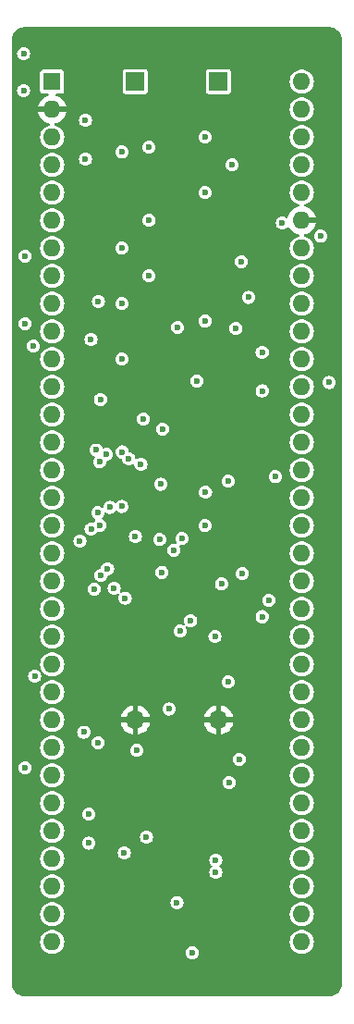
<source format=gbr>
%TF.GenerationSoftware,KiCad,Pcbnew,8.0.8+dfsg-1*%
%TF.CreationDate,2025-05-23T17:59:01+09:00*%
%TF.ProjectId,bionic-tms9900,62696f6e-6963-42d7-946d-73393930302e,1*%
%TF.SameCoordinates,Original*%
%TF.FileFunction,Copper,L3,Inr*%
%TF.FilePolarity,Positive*%
%FSLAX46Y46*%
G04 Gerber Fmt 4.6, Leading zero omitted, Abs format (unit mm)*
G04 Created by KiCad (PCBNEW 8.0.8+dfsg-1) date 2025-05-23 17:59:01*
%MOMM*%
%LPD*%
G01*
G04 APERTURE LIST*
%TA.AperFunction,ComponentPad*%
%ADD10R,1.600000X1.600000*%
%TD*%
%TA.AperFunction,ComponentPad*%
%ADD11O,1.600000X1.600000*%
%TD*%
%TA.AperFunction,ComponentPad*%
%ADD12R,1.700000X1.700000*%
%TD*%
%TA.AperFunction,ComponentPad*%
%ADD13O,1.700000X1.700000*%
%TD*%
%TA.AperFunction,ViaPad*%
%ADD14C,0.600000*%
%TD*%
G04 APERTURE END LIST*
D10*
%TO.N,VBB*%
%TO.C,U1*%
X88900000Y-43180000D03*
D11*
%TO.N,VCC*%
X88900000Y-45720000D03*
%TO.N,unconnected-(U1-WAIT-Pad3)*%
X88900000Y-48260000D03*
%TO.N,/Q0*%
X88900000Y-50800000D03*
%TO.N,unconnected-(U1-HOLDA-Pad5)*%
X88900000Y-53340000D03*
%TO.N,/P53*%
X88900000Y-55880000D03*
%TO.N,/P43*%
X88900000Y-58420000D03*
%TO.N,Net-(Q2B-D2)*%
X88900000Y-60960000D03*
%TO.N,Net-(Q2A-D1)*%
X88900000Y-63500000D03*
%TO.N,/A1*%
X88900000Y-66040000D03*
%TO.N,/A2*%
X88900000Y-68580000D03*
%TO.N,/A3*%
X88900000Y-71120000D03*
%TO.N,/A4*%
X88900000Y-73660000D03*
%TO.N,/A5*%
X88900000Y-76200000D03*
%TO.N,/A6*%
X88900000Y-78740000D03*
%TO.N,/A7*%
X88900000Y-81280000D03*
%TO.N,/B0*%
X88900000Y-83820000D03*
%TO.N,/B1*%
X88900000Y-86360000D03*
%TO.N,/B2*%
X88900000Y-88900000D03*
%TO.N,/B3*%
X88900000Y-91440000D03*
%TO.N,/B4*%
X88900000Y-93980000D03*
%TO.N,/B5*%
X88900000Y-96520000D03*
%TO.N,/B6*%
X88900000Y-99060000D03*
%TO.N,/B7*%
X88900000Y-101600000D03*
%TO.N,Net-(Q1B-D2)*%
X88900000Y-104140000D03*
%TO.N,GND*%
X88900000Y-106680000D03*
%TO.N,VDD*%
X88900000Y-109220000D03*
%TO.N,Net-(Q1A-D1)*%
X88900000Y-111760000D03*
%TO.N,/P41*%
X88900000Y-114300000D03*
%TO.N,/A0*%
X88900000Y-116840000D03*
%TO.N,/P44*%
X88900000Y-119380000D03*
%TO.N,/Q1*%
X88900000Y-121920000D03*
%TO.N,/Q4*%
X111760000Y-121920000D03*
%TO.N,/Q5*%
X111760000Y-119380000D03*
%TO.N,/Q6*%
X111760000Y-116840000D03*
%TO.N,/Q7*%
X111760000Y-114300000D03*
%TO.N,unconnected-(U1-NC-Pad37)*%
X111760000Y-111760000D03*
%TO.N,unconnected-(U1-NC-Pad38)*%
X111760000Y-109220000D03*
%TO.N,unconnected-(U1-NC-Pad39)*%
X111760000Y-106680000D03*
%TO.N,GND*%
X111760000Y-104140000D03*
%TO.N,/P27*%
X111760000Y-101600000D03*
%TO.N,/P26*%
X111760000Y-99060000D03*
%TO.N,/P25*%
X111760000Y-96520000D03*
%TO.N,/P24*%
X111760000Y-93980000D03*
%TO.N,/P23*%
X111760000Y-91440000D03*
%TO.N,/P22*%
X111760000Y-88900000D03*
%TO.N,/P21*%
X111760000Y-86360000D03*
%TO.N,/P20*%
X111760000Y-83820000D03*
%TO.N,/P17*%
X111760000Y-81280000D03*
%TO.N,/P16*%
X111760000Y-78740000D03*
%TO.N,/P15*%
X111760000Y-76200000D03*
%TO.N,/P14*%
X111760000Y-73660000D03*
%TO.N,/P13*%
X111760000Y-71120000D03*
%TO.N,/P12*%
X111760000Y-68580000D03*
%TO.N,/P11*%
X111760000Y-66040000D03*
%TO.N,/P10*%
X111760000Y-63500000D03*
%TO.N,unconnected-(U1-NC-Pad57)*%
X111760000Y-60960000D03*
%TO.N,unconnected-(U1-NC-Pad58)*%
X111760000Y-58420000D03*
%TO.N,VCC*%
X111760000Y-55880000D03*
%TO.N,/P45*%
X111760000Y-53340000D03*
%TO.N,/P42*%
X111760000Y-50800000D03*
%TO.N,/P54*%
X111760000Y-48260000D03*
%TO.N,/P40*%
X111760000Y-45720000D03*
%TO.N,/Q3*%
X111760000Y-43180000D03*
%TD*%
D12*
%TO.N,GND*%
%TO.C,J1*%
X96520000Y-43180000D03*
D13*
%TO.N,VCC*%
X96520000Y-101600000D03*
%TD*%
%TO.N,VCC*%
%TO.C,J2*%
X104140000Y-101600000D03*
D12*
%TO.N,GND*%
X104140000Y-43180000D03*
%TD*%
D14*
%TO.N,/P55*%
X103809800Y-93967400D03*
%TO.N,VCC*%
X101219000Y-39878000D03*
X102920800Y-66802000D03*
X98592000Y-110792000D03*
X98602800Y-113792000D03*
X92456000Y-62103000D03*
X97549900Y-69977000D03*
X98958400Y-89814400D03*
X91998800Y-48514000D03*
X105613000Y-115570000D03*
X104139999Y-105206800D03*
X99009200Y-77774800D03*
X92466400Y-101422200D03*
X86283800Y-45718900D03*
%TO.N,GND*%
X100380800Y-65659000D03*
X91440000Y-85217000D03*
X99009200Y-74968200D03*
X86283800Y-43993900D03*
X105090000Y-107338800D03*
X102913900Y-65088600D03*
X98755200Y-85090000D03*
X103886000Y-114427000D03*
X98831400Y-80022800D03*
X103886000Y-115570000D03*
X91948000Y-46736000D03*
X96647000Y-104381400D03*
X101727000Y-122910600D03*
X91948000Y-50292000D03*
X92252800Y-112875400D03*
X86283800Y-40641100D03*
X92456000Y-66802000D03*
X102946200Y-80759400D03*
X97536000Y-112344200D03*
X98958400Y-88088300D03*
%TO.N,VDD*%
X86410800Y-65325000D03*
X86410800Y-105981600D03*
X86410800Y-59135000D03*
X92252800Y-110236000D03*
%TO.N,Net-(U8-IN-)*%
X95504000Y-113792000D03*
%TO.N,/P31*%
X93320200Y-72263000D03*
%TO.N,/P51*%
X99593400Y-100596800D03*
%TO.N,/P15*%
X95275400Y-58420000D03*
%TO.N,/P30*%
X95275400Y-68580000D03*
%TO.N,/P14*%
X97764600Y-55880000D03*
%TO.N,/P52*%
X100330000Y-118313200D03*
%TO.N,/P10*%
X97764600Y-49187200D03*
%TO.N,/P50*%
X100052382Y-86056644D03*
X97248003Y-74066400D03*
X100613735Y-93470135D03*
%TO.N,/P53*%
X87299800Y-97599600D03*
X87172800Y-67373600D03*
%TO.N,/P33*%
X95320200Y-77078362D03*
%TO.N,/P16*%
X97764600Y-60960000D03*
%TO.N,/P32*%
X92956100Y-76892500D03*
%TO.N,/P36*%
X92749315Y-89614786D03*
%TO.N,/P34*%
X95275400Y-82054800D03*
%TO.N,/P17*%
X95275400Y-63500000D03*
%TO.N,/P35*%
X93268800Y-83782000D03*
%TO.N,/P11*%
X95275400Y-49619000D03*
%TO.N,/P37*%
X94569550Y-89547800D03*
%TO.N,/P44*%
X105008800Y-98119000D03*
X105008800Y-79756000D03*
%TO.N,/P47*%
X100786100Y-85001200D03*
%TO.N,/P20*%
X109982000Y-56134000D03*
%TO.N,Net-(J2-P57)*%
X106040001Y-105206800D03*
%TO.N,/P26*%
X106873700Y-62921100D03*
%TO.N,/P41*%
X108134100Y-92146300D03*
X108134100Y-71482400D03*
%TO.N,/P22*%
X105384600Y-50800000D03*
X106322200Y-88214200D03*
%TO.N,/P54*%
X108734100Y-90640000D03*
%TO.N,/P46*%
X102895400Y-83820000D03*
%TO.N,/P25*%
X106227900Y-59645100D03*
%TO.N,/P24*%
X113490700Y-57324300D03*
%TO.N,/P40*%
X108132400Y-67945000D03*
%TO.N,/P42*%
X114274050Y-70713050D03*
%TO.N,/P21*%
X102895400Y-48260000D03*
%TO.N,/P45*%
X109334100Y-79340000D03*
%TO.N,/P23*%
X104408800Y-89141400D03*
X102895400Y-53340000D03*
%TO.N,/P27*%
X105725600Y-65767200D03*
%TO.N,Net-(Q1B-S2)*%
X101586100Y-92519600D03*
X91788598Y-102717600D03*
%TO.N,Net-(Q1A-D1)*%
X93116400Y-103683000D03*
%TO.N,Net-(Q2A-D1)*%
X93133802Y-63296800D03*
%TO.N,/A7*%
X95580200Y-90449400D03*
%TO.N,/A3*%
X95920200Y-77698600D03*
%TO.N,/A0*%
X97029513Y-78210215D03*
%TO.N,/B2*%
X92469200Y-84112200D03*
%TO.N,/A4*%
X96519400Y-84820002D03*
%TO.N,/B3*%
X94183200Y-82140600D03*
%TO.N,/A2*%
X93253000Y-77978000D03*
%TO.N,/B5*%
X93969550Y-87766600D03*
%TO.N,/A5*%
X93069200Y-82644436D03*
%TO.N,/B4*%
X93369550Y-88366600D03*
%TO.N,/Q0*%
X102154400Y-70565600D03*
%TO.N,/B0*%
X93853000Y-77292200D03*
%TD*%
%TA.AperFunction,Conductor*%
%TO.N,VCC*%
G36*
X114304309Y-38200877D02*
G01*
X114494457Y-38217512D01*
X114511437Y-38220505D01*
X114691635Y-38268789D01*
X114707839Y-38274687D01*
X114876902Y-38353523D01*
X114891842Y-38362149D01*
X115044641Y-38469140D01*
X115057861Y-38480232D01*
X115189767Y-38612138D01*
X115200859Y-38625358D01*
X115307850Y-38778157D01*
X115316478Y-38793101D01*
X115395308Y-38962151D01*
X115401211Y-38978368D01*
X115449492Y-39158555D01*
X115452488Y-39175550D01*
X115469123Y-39365690D01*
X115469500Y-39374318D01*
X115469500Y-125725681D01*
X115469123Y-125734309D01*
X115452488Y-125924449D01*
X115449492Y-125941444D01*
X115401211Y-126121631D01*
X115395308Y-126137848D01*
X115316478Y-126306898D01*
X115307850Y-126321842D01*
X115200859Y-126474641D01*
X115189767Y-126487861D01*
X115057861Y-126619767D01*
X115044641Y-126630859D01*
X114891842Y-126737850D01*
X114876898Y-126746478D01*
X114707848Y-126825308D01*
X114691631Y-126831211D01*
X114511444Y-126879492D01*
X114494449Y-126882488D01*
X114304309Y-126899123D01*
X114295681Y-126899500D01*
X86364319Y-126899500D01*
X86355691Y-126899123D01*
X86165550Y-126882488D01*
X86148555Y-126879492D01*
X85968368Y-126831211D01*
X85952154Y-126825309D01*
X85783100Y-126746477D01*
X85768157Y-126737850D01*
X85615358Y-126630859D01*
X85602138Y-126619767D01*
X85470232Y-126487861D01*
X85459140Y-126474641D01*
X85352149Y-126321842D01*
X85343523Y-126306902D01*
X85264687Y-126137839D01*
X85258788Y-126121631D01*
X85239843Y-126050926D01*
X85210505Y-125941437D01*
X85207512Y-125924457D01*
X85190877Y-125734309D01*
X85190500Y-125725681D01*
X85190500Y-121920000D01*
X87794785Y-121920000D01*
X87813603Y-122123083D01*
X87869418Y-122319250D01*
X87960327Y-122501821D01*
X88083236Y-122664579D01*
X88233959Y-122801981D01*
X88407363Y-122909348D01*
X88597544Y-122983024D01*
X88798024Y-123020500D01*
X89001976Y-123020500D01*
X89202456Y-122983024D01*
X89389408Y-122910599D01*
X101121318Y-122910599D01*
X101121318Y-122910600D01*
X101141955Y-123067358D01*
X101141957Y-123067366D01*
X101202462Y-123213438D01*
X101202462Y-123213439D01*
X101202464Y-123213441D01*
X101298718Y-123338882D01*
X101424159Y-123435136D01*
X101570238Y-123495644D01*
X101687809Y-123511122D01*
X101726999Y-123516282D01*
X101727000Y-123516282D01*
X101727001Y-123516282D01*
X101758352Y-123512154D01*
X101883762Y-123495644D01*
X102029841Y-123435136D01*
X102155282Y-123338882D01*
X102251536Y-123213441D01*
X102312044Y-123067362D01*
X102332682Y-122910600D01*
X102312044Y-122753838D01*
X102251537Y-122607761D01*
X102251537Y-122607760D01*
X102155286Y-122482323D01*
X102155285Y-122482322D01*
X102155282Y-122482318D01*
X102155277Y-122482314D01*
X102155276Y-122482313D01*
X102029838Y-122386062D01*
X101883766Y-122325557D01*
X101883758Y-122325555D01*
X101727001Y-122304918D01*
X101726999Y-122304918D01*
X101570241Y-122325555D01*
X101570233Y-122325557D01*
X101424161Y-122386062D01*
X101424160Y-122386062D01*
X101298723Y-122482313D01*
X101298713Y-122482323D01*
X101202462Y-122607760D01*
X101202462Y-122607761D01*
X101141957Y-122753833D01*
X101141955Y-122753841D01*
X101121318Y-122910599D01*
X89389408Y-122910599D01*
X89392637Y-122909348D01*
X89566041Y-122801981D01*
X89716764Y-122664579D01*
X89839673Y-122501821D01*
X89930582Y-122319250D01*
X89986397Y-122123083D01*
X90005215Y-121920000D01*
X110654785Y-121920000D01*
X110673603Y-122123083D01*
X110729418Y-122319250D01*
X110820327Y-122501821D01*
X110943236Y-122664579D01*
X111093959Y-122801981D01*
X111267363Y-122909348D01*
X111457544Y-122983024D01*
X111658024Y-123020500D01*
X111861976Y-123020500D01*
X112062456Y-122983024D01*
X112252637Y-122909348D01*
X112426041Y-122801981D01*
X112576764Y-122664579D01*
X112699673Y-122501821D01*
X112790582Y-122319250D01*
X112846397Y-122123083D01*
X112865215Y-121920000D01*
X112846397Y-121716917D01*
X112790582Y-121520750D01*
X112699673Y-121338179D01*
X112576764Y-121175421D01*
X112426041Y-121038019D01*
X112252637Y-120930652D01*
X112062456Y-120856976D01*
X112062455Y-120856975D01*
X112062453Y-120856975D01*
X111861976Y-120819500D01*
X111658024Y-120819500D01*
X111457546Y-120856975D01*
X111387632Y-120884059D01*
X111267363Y-120930652D01*
X111093959Y-121038019D01*
X110943237Y-121175420D01*
X110820328Y-121338177D01*
X110820323Y-121338186D01*
X110729419Y-121520747D01*
X110729418Y-121520750D01*
X110673603Y-121716917D01*
X110654785Y-121920000D01*
X90005215Y-121920000D01*
X89986397Y-121716917D01*
X89930582Y-121520750D01*
X89839673Y-121338179D01*
X89716764Y-121175421D01*
X89566041Y-121038019D01*
X89392637Y-120930652D01*
X89202456Y-120856976D01*
X89202455Y-120856975D01*
X89202453Y-120856975D01*
X89001976Y-120819500D01*
X88798024Y-120819500D01*
X88597546Y-120856975D01*
X88527632Y-120884059D01*
X88407363Y-120930652D01*
X88233959Y-121038019D01*
X88083237Y-121175420D01*
X87960328Y-121338177D01*
X87960323Y-121338186D01*
X87869419Y-121520747D01*
X87869418Y-121520750D01*
X87813603Y-121716917D01*
X87794785Y-121920000D01*
X85190500Y-121920000D01*
X85190500Y-119380000D01*
X87794785Y-119380000D01*
X87813603Y-119583083D01*
X87869418Y-119779250D01*
X87960327Y-119961821D01*
X88083236Y-120124579D01*
X88233959Y-120261981D01*
X88407363Y-120369348D01*
X88597544Y-120443024D01*
X88798024Y-120480500D01*
X89001976Y-120480500D01*
X89202456Y-120443024D01*
X89392637Y-120369348D01*
X89566041Y-120261981D01*
X89716764Y-120124579D01*
X89839673Y-119961821D01*
X89930582Y-119779250D01*
X89986397Y-119583083D01*
X90005215Y-119380000D01*
X110654785Y-119380000D01*
X110673603Y-119583083D01*
X110729418Y-119779250D01*
X110820327Y-119961821D01*
X110943236Y-120124579D01*
X111093959Y-120261981D01*
X111267363Y-120369348D01*
X111457544Y-120443024D01*
X111658024Y-120480500D01*
X111861976Y-120480500D01*
X112062456Y-120443024D01*
X112252637Y-120369348D01*
X112426041Y-120261981D01*
X112576764Y-120124579D01*
X112699673Y-119961821D01*
X112790582Y-119779250D01*
X112846397Y-119583083D01*
X112865215Y-119380000D01*
X112846397Y-119176917D01*
X112790582Y-118980750D01*
X112699673Y-118798179D01*
X112576764Y-118635421D01*
X112426041Y-118498019D01*
X112252637Y-118390652D01*
X112062456Y-118316976D01*
X112062455Y-118316975D01*
X112062453Y-118316975D01*
X111861976Y-118279500D01*
X111658024Y-118279500D01*
X111457546Y-118316975D01*
X111387632Y-118344059D01*
X111267363Y-118390652D01*
X111093959Y-118498019D01*
X110943237Y-118635420D01*
X110820328Y-118798177D01*
X110820323Y-118798186D01*
X110760224Y-118918882D01*
X110729418Y-118980750D01*
X110673603Y-119176917D01*
X110654785Y-119380000D01*
X90005215Y-119380000D01*
X89986397Y-119176917D01*
X89930582Y-118980750D01*
X89839673Y-118798179D01*
X89716764Y-118635421D01*
X89566041Y-118498019D01*
X89392637Y-118390652D01*
X89202456Y-118316976D01*
X89202455Y-118316975D01*
X89202453Y-118316975D01*
X89182253Y-118313199D01*
X99724318Y-118313199D01*
X99724318Y-118313200D01*
X99744955Y-118469958D01*
X99744957Y-118469966D01*
X99805462Y-118616038D01*
X99805462Y-118616039D01*
X99901713Y-118741476D01*
X99901718Y-118741482D01*
X100027159Y-118837736D01*
X100173238Y-118898244D01*
X100290809Y-118913722D01*
X100329999Y-118918882D01*
X100330000Y-118918882D01*
X100330001Y-118918882D01*
X100361352Y-118914754D01*
X100486762Y-118898244D01*
X100632841Y-118837736D01*
X100758282Y-118741482D01*
X100854536Y-118616041D01*
X100915044Y-118469962D01*
X100935682Y-118313200D01*
X100915044Y-118156438D01*
X100854537Y-118010361D01*
X100854537Y-118010360D01*
X100758286Y-117884923D01*
X100758285Y-117884922D01*
X100758282Y-117884918D01*
X100758277Y-117884914D01*
X100758276Y-117884913D01*
X100632838Y-117788662D01*
X100486766Y-117728157D01*
X100486758Y-117728155D01*
X100330001Y-117707518D01*
X100329999Y-117707518D01*
X100173241Y-117728155D01*
X100173233Y-117728157D01*
X100027161Y-117788662D01*
X100027160Y-117788662D01*
X99901723Y-117884913D01*
X99901713Y-117884923D01*
X99805462Y-118010360D01*
X99805462Y-118010361D01*
X99744957Y-118156433D01*
X99744955Y-118156441D01*
X99724318Y-118313199D01*
X89182253Y-118313199D01*
X89001976Y-118279500D01*
X88798024Y-118279500D01*
X88597546Y-118316975D01*
X88527632Y-118344059D01*
X88407363Y-118390652D01*
X88233959Y-118498019D01*
X88083237Y-118635420D01*
X87960328Y-118798177D01*
X87960323Y-118798186D01*
X87900224Y-118918882D01*
X87869418Y-118980750D01*
X87813603Y-119176917D01*
X87794785Y-119380000D01*
X85190500Y-119380000D01*
X85190500Y-116840000D01*
X87794785Y-116840000D01*
X87813603Y-117043083D01*
X87869418Y-117239250D01*
X87960327Y-117421821D01*
X88083236Y-117584579D01*
X88233959Y-117721981D01*
X88407363Y-117829348D01*
X88597544Y-117903024D01*
X88798024Y-117940500D01*
X89001976Y-117940500D01*
X89202456Y-117903024D01*
X89392637Y-117829348D01*
X89566041Y-117721981D01*
X89716764Y-117584579D01*
X89839673Y-117421821D01*
X89930582Y-117239250D01*
X89986397Y-117043083D01*
X90005215Y-116840000D01*
X110654785Y-116840000D01*
X110673603Y-117043083D01*
X110729418Y-117239250D01*
X110820327Y-117421821D01*
X110943236Y-117584579D01*
X111093959Y-117721981D01*
X111267363Y-117829348D01*
X111457544Y-117903024D01*
X111658024Y-117940500D01*
X111861976Y-117940500D01*
X112062456Y-117903024D01*
X112252637Y-117829348D01*
X112426041Y-117721981D01*
X112576764Y-117584579D01*
X112699673Y-117421821D01*
X112790582Y-117239250D01*
X112846397Y-117043083D01*
X112865215Y-116840000D01*
X112846397Y-116636917D01*
X112790582Y-116440750D01*
X112699673Y-116258179D01*
X112576764Y-116095421D01*
X112426041Y-115958019D01*
X112252637Y-115850652D01*
X112062456Y-115776976D01*
X112062455Y-115776975D01*
X112062453Y-115776975D01*
X111861976Y-115739500D01*
X111658024Y-115739500D01*
X111457546Y-115776975D01*
X111387632Y-115804059D01*
X111267363Y-115850652D01*
X111093959Y-115958019D01*
X110943237Y-116095420D01*
X110820328Y-116258177D01*
X110820323Y-116258186D01*
X110729419Y-116440747D01*
X110729418Y-116440750D01*
X110673603Y-116636917D01*
X110654785Y-116840000D01*
X90005215Y-116840000D01*
X89986397Y-116636917D01*
X89930582Y-116440750D01*
X89839673Y-116258179D01*
X89716764Y-116095421D01*
X89566041Y-115958019D01*
X89392637Y-115850652D01*
X89202456Y-115776976D01*
X89202455Y-115776975D01*
X89202453Y-115776975D01*
X89001976Y-115739500D01*
X88798024Y-115739500D01*
X88597546Y-115776975D01*
X88527632Y-115804059D01*
X88407363Y-115850652D01*
X88233959Y-115958019D01*
X88083237Y-116095420D01*
X87960328Y-116258177D01*
X87960323Y-116258186D01*
X87869419Y-116440747D01*
X87869418Y-116440750D01*
X87813603Y-116636917D01*
X87794785Y-116840000D01*
X85190500Y-116840000D01*
X85190500Y-114300000D01*
X87794785Y-114300000D01*
X87813603Y-114503083D01*
X87869418Y-114699250D01*
X87960327Y-114881821D01*
X88083236Y-115044579D01*
X88233959Y-115181981D01*
X88407363Y-115289348D01*
X88597544Y-115363024D01*
X88798024Y-115400500D01*
X89001976Y-115400500D01*
X89202456Y-115363024D01*
X89392637Y-115289348D01*
X89566041Y-115181981D01*
X89716764Y-115044579D01*
X89839673Y-114881821D01*
X89930582Y-114699250D01*
X89986397Y-114503083D01*
X89993447Y-114426999D01*
X103280318Y-114426999D01*
X103280318Y-114427000D01*
X103300955Y-114583758D01*
X103300957Y-114583766D01*
X103361462Y-114729838D01*
X103361462Y-114729839D01*
X103361464Y-114729841D01*
X103457718Y-114855282D01*
X103457722Y-114855285D01*
X103457723Y-114855286D01*
X103542005Y-114919958D01*
X103576661Y-114970383D01*
X103575059Y-115031547D01*
X103542005Y-115077042D01*
X103457723Y-115141713D01*
X103457713Y-115141723D01*
X103361462Y-115267160D01*
X103361462Y-115267161D01*
X103300957Y-115413233D01*
X103300955Y-115413241D01*
X103280318Y-115569999D01*
X103280318Y-115570000D01*
X103300955Y-115726758D01*
X103300957Y-115726766D01*
X103361462Y-115872838D01*
X103361462Y-115872839D01*
X103361464Y-115872841D01*
X103457718Y-115998282D01*
X103583159Y-116094536D01*
X103583160Y-116094536D01*
X103583161Y-116094537D01*
X103729233Y-116155042D01*
X103729238Y-116155044D01*
X103846809Y-116170522D01*
X103885999Y-116175682D01*
X103886000Y-116175682D01*
X103886001Y-116175682D01*
X103917352Y-116171554D01*
X104042762Y-116155044D01*
X104188841Y-116094536D01*
X104314282Y-115998282D01*
X104410536Y-115872841D01*
X104471044Y-115726762D01*
X104491682Y-115570000D01*
X104471044Y-115413238D01*
X104410537Y-115267161D01*
X104410537Y-115267160D01*
X104314286Y-115141723D01*
X104314285Y-115141722D01*
X104314282Y-115141718D01*
X104314275Y-115141713D01*
X104229994Y-115077042D01*
X104195338Y-115026618D01*
X104196939Y-114965454D01*
X104229994Y-114919958D01*
X104279694Y-114881822D01*
X104314282Y-114855282D01*
X104410536Y-114729841D01*
X104471044Y-114583762D01*
X104491682Y-114427000D01*
X104474962Y-114300000D01*
X110654785Y-114300000D01*
X110673603Y-114503083D01*
X110729418Y-114699250D01*
X110820327Y-114881821D01*
X110943236Y-115044579D01*
X111093959Y-115181981D01*
X111267363Y-115289348D01*
X111457544Y-115363024D01*
X111658024Y-115400500D01*
X111861976Y-115400500D01*
X112062456Y-115363024D01*
X112252637Y-115289348D01*
X112426041Y-115181981D01*
X112576764Y-115044579D01*
X112699673Y-114881821D01*
X112790582Y-114699250D01*
X112846397Y-114503083D01*
X112865215Y-114300000D01*
X112846397Y-114096917D01*
X112790582Y-113900750D01*
X112699673Y-113718179D01*
X112576764Y-113555421D01*
X112426041Y-113418019D01*
X112252637Y-113310652D01*
X112062456Y-113236976D01*
X112062455Y-113236975D01*
X112062453Y-113236975D01*
X111861976Y-113199500D01*
X111658024Y-113199500D01*
X111457546Y-113236975D01*
X111387632Y-113264059D01*
X111267363Y-113310652D01*
X111093959Y-113418019D01*
X110943237Y-113555420D01*
X110820328Y-113718177D01*
X110820323Y-113718186D01*
X110758693Y-113841957D01*
X110729418Y-113900750D01*
X110673603Y-114096917D01*
X110654785Y-114300000D01*
X104474962Y-114300000D01*
X104471044Y-114270238D01*
X104410537Y-114124161D01*
X104410537Y-114124160D01*
X104314286Y-113998723D01*
X104314285Y-113998722D01*
X104314282Y-113998718D01*
X104314277Y-113998714D01*
X104314276Y-113998713D01*
X104188838Y-113902462D01*
X104042766Y-113841957D01*
X104042758Y-113841955D01*
X103886001Y-113821318D01*
X103885999Y-113821318D01*
X103729241Y-113841955D01*
X103729233Y-113841957D01*
X103583161Y-113902462D01*
X103583160Y-113902462D01*
X103457723Y-113998713D01*
X103457713Y-113998723D01*
X103361462Y-114124160D01*
X103361462Y-114124161D01*
X103300957Y-114270233D01*
X103300955Y-114270241D01*
X103280318Y-114426999D01*
X89993447Y-114426999D01*
X90005215Y-114300000D01*
X89986397Y-114096917D01*
X89930582Y-113900750D01*
X89876431Y-113791999D01*
X94898318Y-113791999D01*
X94898318Y-113792000D01*
X94918955Y-113948758D01*
X94918957Y-113948766D01*
X94979462Y-114094838D01*
X94979462Y-114094839D01*
X94979464Y-114094841D01*
X95075718Y-114220282D01*
X95201159Y-114316536D01*
X95347238Y-114377044D01*
X95464809Y-114392522D01*
X95503999Y-114397682D01*
X95504000Y-114397682D01*
X95504001Y-114397682D01*
X95535352Y-114393554D01*
X95660762Y-114377044D01*
X95806841Y-114316536D01*
X95932282Y-114220282D01*
X96028536Y-114094841D01*
X96089044Y-113948762D01*
X96109682Y-113792000D01*
X96089044Y-113635238D01*
X96028537Y-113489161D01*
X96028537Y-113489160D01*
X95932286Y-113363723D01*
X95932285Y-113363722D01*
X95932282Y-113363718D01*
X95932277Y-113363714D01*
X95932276Y-113363713D01*
X95854041Y-113303682D01*
X95806841Y-113267464D01*
X95806840Y-113267463D01*
X95806838Y-113267462D01*
X95660766Y-113206957D01*
X95660758Y-113206955D01*
X95504001Y-113186318D01*
X95503999Y-113186318D01*
X95347241Y-113206955D01*
X95347233Y-113206957D01*
X95201161Y-113267462D01*
X95201160Y-113267462D01*
X95075723Y-113363713D01*
X95075713Y-113363723D01*
X94979462Y-113489160D01*
X94979462Y-113489161D01*
X94918957Y-113635233D01*
X94918955Y-113635241D01*
X94898318Y-113791999D01*
X89876431Y-113791999D01*
X89839673Y-113718179D01*
X89716764Y-113555421D01*
X89566041Y-113418019D01*
X89392637Y-113310652D01*
X89202456Y-113236976D01*
X89202455Y-113236975D01*
X89202453Y-113236975D01*
X89001976Y-113199500D01*
X88798024Y-113199500D01*
X88597546Y-113236975D01*
X88527632Y-113264059D01*
X88407363Y-113310652D01*
X88233959Y-113418019D01*
X88083237Y-113555420D01*
X87960328Y-113718177D01*
X87960323Y-113718186D01*
X87898693Y-113841957D01*
X87869418Y-113900750D01*
X87813603Y-114096917D01*
X87794785Y-114300000D01*
X85190500Y-114300000D01*
X85190500Y-112875399D01*
X91647118Y-112875399D01*
X91647118Y-112875400D01*
X91667755Y-113032158D01*
X91667757Y-113032166D01*
X91728262Y-113178238D01*
X91728262Y-113178239D01*
X91796725Y-113267462D01*
X91824518Y-113303682D01*
X91824522Y-113303685D01*
X91824523Y-113303686D01*
X91853882Y-113326213D01*
X91949959Y-113399936D01*
X92096038Y-113460444D01*
X92213609Y-113475922D01*
X92252799Y-113481082D01*
X92252800Y-113481082D01*
X92252801Y-113481082D01*
X92284152Y-113476954D01*
X92409562Y-113460444D01*
X92555641Y-113399936D01*
X92681082Y-113303682D01*
X92777336Y-113178241D01*
X92837844Y-113032162D01*
X92858482Y-112875400D01*
X92837844Y-112718638D01*
X92777337Y-112572561D01*
X92777337Y-112572560D01*
X92681086Y-112447123D01*
X92681085Y-112447122D01*
X92681082Y-112447118D01*
X92681077Y-112447114D01*
X92681076Y-112447113D01*
X92555638Y-112350862D01*
X92539552Y-112344199D01*
X96930318Y-112344199D01*
X96930318Y-112344200D01*
X96950955Y-112500958D01*
X96950957Y-112500966D01*
X97011462Y-112647038D01*
X97011462Y-112647039D01*
X97107713Y-112772476D01*
X97107718Y-112772482D01*
X97233159Y-112868736D01*
X97233160Y-112868736D01*
X97233161Y-112868737D01*
X97249247Y-112875400D01*
X97379238Y-112929244D01*
X97496809Y-112944722D01*
X97535999Y-112949882D01*
X97536000Y-112949882D01*
X97536001Y-112949882D01*
X97567352Y-112945754D01*
X97692762Y-112929244D01*
X97838841Y-112868736D01*
X97964282Y-112772482D01*
X98060536Y-112647041D01*
X98121044Y-112500962D01*
X98141682Y-112344200D01*
X98121044Y-112187438D01*
X98060537Y-112041361D01*
X98060537Y-112041360D01*
X97964286Y-111915923D01*
X97964285Y-111915922D01*
X97964282Y-111915918D01*
X97964277Y-111915914D01*
X97964276Y-111915913D01*
X97838838Y-111819662D01*
X97694801Y-111760000D01*
X110654785Y-111760000D01*
X110673603Y-111963083D01*
X110729418Y-112159250D01*
X110820327Y-112341821D01*
X110943236Y-112504579D01*
X111093959Y-112641981D01*
X111267363Y-112749348D01*
X111457544Y-112823024D01*
X111658024Y-112860500D01*
X111861976Y-112860500D01*
X112062456Y-112823024D01*
X112252637Y-112749348D01*
X112426041Y-112641981D01*
X112576764Y-112504579D01*
X112699673Y-112341821D01*
X112790582Y-112159250D01*
X112846397Y-111963083D01*
X112865215Y-111760000D01*
X112846397Y-111556917D01*
X112790582Y-111360750D01*
X112699673Y-111178179D01*
X112576764Y-111015421D01*
X112426041Y-110878019D01*
X112252637Y-110770652D01*
X112062456Y-110696976D01*
X112062455Y-110696975D01*
X112062453Y-110696975D01*
X111861976Y-110659500D01*
X111658024Y-110659500D01*
X111457546Y-110696975D01*
X111387632Y-110724059D01*
X111267363Y-110770652D01*
X111093959Y-110878019D01*
X110943237Y-111015420D01*
X110820328Y-111178177D01*
X110820323Y-111178186D01*
X110729419Y-111360747D01*
X110729418Y-111360750D01*
X110673603Y-111556917D01*
X110654785Y-111760000D01*
X97694801Y-111760000D01*
X97692766Y-111759157D01*
X97692758Y-111759155D01*
X97536001Y-111738518D01*
X97535999Y-111738518D01*
X97379241Y-111759155D01*
X97379233Y-111759157D01*
X97233161Y-111819662D01*
X97233160Y-111819662D01*
X97107723Y-111915913D01*
X97107713Y-111915923D01*
X97011462Y-112041360D01*
X97011462Y-112041361D01*
X96950957Y-112187433D01*
X96950955Y-112187441D01*
X96930318Y-112344199D01*
X92539552Y-112344199D01*
X92409566Y-112290357D01*
X92409558Y-112290355D01*
X92252801Y-112269718D01*
X92252799Y-112269718D01*
X92096041Y-112290355D01*
X92096033Y-112290357D01*
X91949961Y-112350862D01*
X91949960Y-112350862D01*
X91824523Y-112447113D01*
X91824513Y-112447123D01*
X91728262Y-112572560D01*
X91728262Y-112572561D01*
X91667757Y-112718633D01*
X91667755Y-112718641D01*
X91647118Y-112875399D01*
X85190500Y-112875399D01*
X85190500Y-111760000D01*
X87794785Y-111760000D01*
X87813603Y-111963083D01*
X87869418Y-112159250D01*
X87960327Y-112341821D01*
X88083236Y-112504579D01*
X88233959Y-112641981D01*
X88407363Y-112749348D01*
X88597544Y-112823024D01*
X88798024Y-112860500D01*
X89001976Y-112860500D01*
X89202456Y-112823024D01*
X89392637Y-112749348D01*
X89566041Y-112641981D01*
X89716764Y-112504579D01*
X89839673Y-112341821D01*
X89930582Y-112159250D01*
X89986397Y-111963083D01*
X90005215Y-111760000D01*
X89986397Y-111556917D01*
X89930582Y-111360750D01*
X89839673Y-111178179D01*
X89716764Y-111015421D01*
X89566041Y-110878019D01*
X89392637Y-110770652D01*
X89202456Y-110696976D01*
X89202455Y-110696975D01*
X89202453Y-110696975D01*
X89001976Y-110659500D01*
X88798024Y-110659500D01*
X88597546Y-110696975D01*
X88527632Y-110724059D01*
X88407363Y-110770652D01*
X88233959Y-110878019D01*
X88083237Y-111015420D01*
X87960328Y-111178177D01*
X87960323Y-111178186D01*
X87869419Y-111360747D01*
X87869418Y-111360750D01*
X87813603Y-111556917D01*
X87794785Y-111760000D01*
X85190500Y-111760000D01*
X85190500Y-109220000D01*
X87794785Y-109220000D01*
X87813603Y-109423083D01*
X87869418Y-109619250D01*
X87960327Y-109801821D01*
X88083236Y-109964579D01*
X88233959Y-110101981D01*
X88407363Y-110209348D01*
X88597544Y-110283024D01*
X88798024Y-110320500D01*
X89001976Y-110320500D01*
X89202456Y-110283024D01*
X89323842Y-110235999D01*
X91647118Y-110235999D01*
X91647118Y-110236000D01*
X91667755Y-110392758D01*
X91667757Y-110392766D01*
X91728262Y-110538838D01*
X91728262Y-110538839D01*
X91824513Y-110664276D01*
X91824518Y-110664282D01*
X91949959Y-110760536D01*
X92096038Y-110821044D01*
X92213609Y-110836522D01*
X92252799Y-110841682D01*
X92252800Y-110841682D01*
X92252801Y-110841682D01*
X92284152Y-110837554D01*
X92409562Y-110821044D01*
X92555641Y-110760536D01*
X92681082Y-110664282D01*
X92777336Y-110538841D01*
X92837844Y-110392762D01*
X92858482Y-110236000D01*
X92837844Y-110079238D01*
X92777337Y-109933161D01*
X92777337Y-109933160D01*
X92681086Y-109807723D01*
X92681085Y-109807722D01*
X92681082Y-109807718D01*
X92681077Y-109807714D01*
X92681076Y-109807713D01*
X92555638Y-109711462D01*
X92409566Y-109650957D01*
X92409558Y-109650955D01*
X92252801Y-109630318D01*
X92252799Y-109630318D01*
X92096041Y-109650955D01*
X92096033Y-109650957D01*
X91949961Y-109711462D01*
X91949960Y-109711462D01*
X91824523Y-109807713D01*
X91824513Y-109807723D01*
X91728262Y-109933160D01*
X91728262Y-109933161D01*
X91667757Y-110079233D01*
X91667755Y-110079241D01*
X91647118Y-110235999D01*
X89323842Y-110235999D01*
X89392637Y-110209348D01*
X89566041Y-110101981D01*
X89716764Y-109964579D01*
X89839673Y-109801821D01*
X89930582Y-109619250D01*
X89986397Y-109423083D01*
X90005215Y-109220000D01*
X110654785Y-109220000D01*
X110673603Y-109423083D01*
X110729418Y-109619250D01*
X110820327Y-109801821D01*
X110943236Y-109964579D01*
X111093959Y-110101981D01*
X111267363Y-110209348D01*
X111457544Y-110283024D01*
X111658024Y-110320500D01*
X111861976Y-110320500D01*
X112062456Y-110283024D01*
X112252637Y-110209348D01*
X112426041Y-110101981D01*
X112576764Y-109964579D01*
X112699673Y-109801821D01*
X112790582Y-109619250D01*
X112846397Y-109423083D01*
X112865215Y-109220000D01*
X112846397Y-109016917D01*
X112790582Y-108820750D01*
X112699673Y-108638179D01*
X112576764Y-108475421D01*
X112426041Y-108338019D01*
X112252637Y-108230652D01*
X112062456Y-108156976D01*
X112062455Y-108156975D01*
X112062453Y-108156975D01*
X111861976Y-108119500D01*
X111658024Y-108119500D01*
X111457546Y-108156975D01*
X111387632Y-108184059D01*
X111267363Y-108230652D01*
X111093959Y-108338019D01*
X110943237Y-108475420D01*
X110820328Y-108638177D01*
X110820323Y-108638186D01*
X110729419Y-108820747D01*
X110729418Y-108820750D01*
X110673603Y-109016917D01*
X110654785Y-109220000D01*
X90005215Y-109220000D01*
X89986397Y-109016917D01*
X89930582Y-108820750D01*
X89839673Y-108638179D01*
X89716764Y-108475421D01*
X89566041Y-108338019D01*
X89392637Y-108230652D01*
X89202456Y-108156976D01*
X89202455Y-108156975D01*
X89202453Y-108156975D01*
X89001976Y-108119500D01*
X88798024Y-108119500D01*
X88597546Y-108156975D01*
X88527632Y-108184059D01*
X88407363Y-108230652D01*
X88233959Y-108338019D01*
X88083237Y-108475420D01*
X87960328Y-108638177D01*
X87960323Y-108638186D01*
X87869419Y-108820747D01*
X87869418Y-108820750D01*
X87813603Y-109016917D01*
X87794785Y-109220000D01*
X85190500Y-109220000D01*
X85190500Y-106680000D01*
X87794785Y-106680000D01*
X87813603Y-106883083D01*
X87869418Y-107079250D01*
X87960327Y-107261821D01*
X88083236Y-107424579D01*
X88233959Y-107561981D01*
X88407363Y-107669348D01*
X88597544Y-107743024D01*
X88798024Y-107780500D01*
X89001976Y-107780500D01*
X89202456Y-107743024D01*
X89392637Y-107669348D01*
X89566041Y-107561981D01*
X89716764Y-107424579D01*
X89781542Y-107338799D01*
X104484318Y-107338799D01*
X104484318Y-107338800D01*
X104504955Y-107495558D01*
X104504957Y-107495566D01*
X104565462Y-107641638D01*
X104565462Y-107641639D01*
X104661713Y-107767076D01*
X104661718Y-107767082D01*
X104787159Y-107863336D01*
X104933238Y-107923844D01*
X105050809Y-107939322D01*
X105089999Y-107944482D01*
X105090000Y-107944482D01*
X105090001Y-107944482D01*
X105121352Y-107940354D01*
X105246762Y-107923844D01*
X105392841Y-107863336D01*
X105518282Y-107767082D01*
X105614536Y-107641641D01*
X105675044Y-107495562D01*
X105695682Y-107338800D01*
X105675044Y-107182038D01*
X105614537Y-107035961D01*
X105614537Y-107035960D01*
X105518286Y-106910523D01*
X105518285Y-106910522D01*
X105518282Y-106910518D01*
X105518277Y-106910514D01*
X105518276Y-106910513D01*
X105392838Y-106814262D01*
X105246766Y-106753757D01*
X105246758Y-106753755D01*
X105090001Y-106733118D01*
X105089999Y-106733118D01*
X104933241Y-106753755D01*
X104933233Y-106753757D01*
X104787161Y-106814262D01*
X104787160Y-106814262D01*
X104661723Y-106910513D01*
X104661713Y-106910523D01*
X104565462Y-107035960D01*
X104565462Y-107035961D01*
X104504957Y-107182033D01*
X104504955Y-107182041D01*
X104484318Y-107338799D01*
X89781542Y-107338799D01*
X89839673Y-107261821D01*
X89930582Y-107079250D01*
X89986397Y-106883083D01*
X90005215Y-106680000D01*
X110654785Y-106680000D01*
X110673603Y-106883083D01*
X110729418Y-107079250D01*
X110820327Y-107261821D01*
X110943236Y-107424579D01*
X111093959Y-107561981D01*
X111267363Y-107669348D01*
X111457544Y-107743024D01*
X111658024Y-107780500D01*
X111861976Y-107780500D01*
X112062456Y-107743024D01*
X112252637Y-107669348D01*
X112426041Y-107561981D01*
X112576764Y-107424579D01*
X112699673Y-107261821D01*
X112790582Y-107079250D01*
X112846397Y-106883083D01*
X112865215Y-106680000D01*
X112846397Y-106476917D01*
X112790582Y-106280750D01*
X112699673Y-106098179D01*
X112576764Y-105935421D01*
X112426041Y-105798019D01*
X112252637Y-105690652D01*
X112062456Y-105616976D01*
X112062455Y-105616975D01*
X112062453Y-105616975D01*
X111861976Y-105579500D01*
X111658024Y-105579500D01*
X111457546Y-105616975D01*
X111410822Y-105635076D01*
X111267363Y-105690652D01*
X111103935Y-105791842D01*
X111093959Y-105798019D01*
X110943237Y-105935420D01*
X110820328Y-106098177D01*
X110820323Y-106098186D01*
X110800320Y-106138358D01*
X110729418Y-106280750D01*
X110673603Y-106476917D01*
X110654785Y-106680000D01*
X90005215Y-106680000D01*
X89986397Y-106476917D01*
X89930582Y-106280750D01*
X89839673Y-106098179D01*
X89716764Y-105935421D01*
X89566041Y-105798019D01*
X89392637Y-105690652D01*
X89202456Y-105616976D01*
X89202455Y-105616975D01*
X89202453Y-105616975D01*
X89001976Y-105579500D01*
X88798024Y-105579500D01*
X88597546Y-105616975D01*
X88550822Y-105635076D01*
X88407363Y-105690652D01*
X88243935Y-105791842D01*
X88233959Y-105798019D01*
X88083237Y-105935420D01*
X87960328Y-106098177D01*
X87960323Y-106098186D01*
X87940320Y-106138358D01*
X87869418Y-106280750D01*
X87813603Y-106476917D01*
X87794785Y-106680000D01*
X85190500Y-106680000D01*
X85190500Y-105981599D01*
X85805118Y-105981599D01*
X85805118Y-105981600D01*
X85825755Y-106138358D01*
X85825757Y-106138366D01*
X85886262Y-106284438D01*
X85886262Y-106284439D01*
X85886264Y-106284441D01*
X85982518Y-106409882D01*
X86107959Y-106506136D01*
X86254038Y-106566644D01*
X86371609Y-106582122D01*
X86410799Y-106587282D01*
X86410800Y-106587282D01*
X86410801Y-106587282D01*
X86442152Y-106583154D01*
X86567562Y-106566644D01*
X86713641Y-106506136D01*
X86839082Y-106409882D01*
X86935336Y-106284441D01*
X86995844Y-106138362D01*
X87016482Y-105981600D01*
X86995844Y-105824838D01*
X86984735Y-105798019D01*
X86935337Y-105678761D01*
X86935337Y-105678760D01*
X86839086Y-105553323D01*
X86839085Y-105553322D01*
X86839082Y-105553318D01*
X86839077Y-105553314D01*
X86839076Y-105553313D01*
X86713638Y-105457062D01*
X86567566Y-105396557D01*
X86567558Y-105396555D01*
X86410801Y-105375918D01*
X86410799Y-105375918D01*
X86254041Y-105396555D01*
X86254033Y-105396557D01*
X86107961Y-105457062D01*
X86107960Y-105457062D01*
X85982523Y-105553313D01*
X85982513Y-105553323D01*
X85886262Y-105678760D01*
X85886262Y-105678761D01*
X85825757Y-105824833D01*
X85825755Y-105824841D01*
X85805118Y-105981599D01*
X85190500Y-105981599D01*
X85190500Y-104140000D01*
X87794785Y-104140000D01*
X87813603Y-104343083D01*
X87869108Y-104538162D01*
X87869419Y-104539252D01*
X87941613Y-104684239D01*
X87960327Y-104721821D01*
X88083236Y-104884579D01*
X88233959Y-105021981D01*
X88407363Y-105129348D01*
X88597544Y-105203024D01*
X88798024Y-105240500D01*
X89001976Y-105240500D01*
X89182261Y-105206799D01*
X105434319Y-105206799D01*
X105434319Y-105206800D01*
X105454956Y-105363558D01*
X105454958Y-105363566D01*
X105515463Y-105509638D01*
X105515463Y-105509639D01*
X105611714Y-105635076D01*
X105611719Y-105635082D01*
X105737160Y-105731336D01*
X105883239Y-105791844D01*
X106000810Y-105807322D01*
X106040000Y-105812482D01*
X106040001Y-105812482D01*
X106040002Y-105812482D01*
X106071353Y-105808354D01*
X106196763Y-105791844D01*
X106342842Y-105731336D01*
X106468283Y-105635082D01*
X106564537Y-105509641D01*
X106625045Y-105363562D01*
X106645683Y-105206800D01*
X106625045Y-105050038D01*
X106564538Y-104903961D01*
X106564538Y-104903960D01*
X106468287Y-104778523D01*
X106468286Y-104778522D01*
X106468283Y-104778518D01*
X106468278Y-104778514D01*
X106468277Y-104778513D01*
X106345416Y-104684239D01*
X106342842Y-104682264D01*
X106342841Y-104682263D01*
X106342839Y-104682262D01*
X106196767Y-104621757D01*
X106196759Y-104621755D01*
X106040002Y-104601118D01*
X106040000Y-104601118D01*
X105883242Y-104621755D01*
X105883234Y-104621757D01*
X105737162Y-104682262D01*
X105737161Y-104682262D01*
X105611724Y-104778513D01*
X105611714Y-104778523D01*
X105515463Y-104903960D01*
X105515463Y-104903961D01*
X105454958Y-105050033D01*
X105454956Y-105050041D01*
X105434319Y-105206799D01*
X89182261Y-105206799D01*
X89202456Y-105203024D01*
X89392637Y-105129348D01*
X89566041Y-105021981D01*
X89716764Y-104884579D01*
X89839673Y-104721821D01*
X89930582Y-104539250D01*
X89975495Y-104381399D01*
X96041318Y-104381399D01*
X96041318Y-104381400D01*
X96061955Y-104538158D01*
X96061957Y-104538166D01*
X96122462Y-104684238D01*
X96122462Y-104684239D01*
X96194801Y-104778513D01*
X96218718Y-104809682D01*
X96344159Y-104905936D01*
X96490238Y-104966444D01*
X96607809Y-104981922D01*
X96646999Y-104987082D01*
X96647000Y-104987082D01*
X96647001Y-104987082D01*
X96678352Y-104982954D01*
X96803762Y-104966444D01*
X96949841Y-104905936D01*
X97075282Y-104809682D01*
X97171536Y-104684241D01*
X97232044Y-104538162D01*
X97252682Y-104381400D01*
X97247637Y-104343083D01*
X97247522Y-104342209D01*
X97232044Y-104224638D01*
X97196986Y-104140000D01*
X110654785Y-104140000D01*
X110673603Y-104343083D01*
X110729108Y-104538162D01*
X110729419Y-104539252D01*
X110801613Y-104684239D01*
X110820327Y-104721821D01*
X110943236Y-104884579D01*
X111093959Y-105021981D01*
X111267363Y-105129348D01*
X111457544Y-105203024D01*
X111658024Y-105240500D01*
X111861976Y-105240500D01*
X112062456Y-105203024D01*
X112252637Y-105129348D01*
X112426041Y-105021981D01*
X112576764Y-104884579D01*
X112699673Y-104721821D01*
X112790582Y-104539250D01*
X112846397Y-104343083D01*
X112865215Y-104140000D01*
X112846397Y-103936917D01*
X112790582Y-103740750D01*
X112699673Y-103558179D01*
X112576764Y-103395421D01*
X112426041Y-103258019D01*
X112252637Y-103150652D01*
X112062456Y-103076976D01*
X112062455Y-103076975D01*
X112062453Y-103076975D01*
X111861976Y-103039500D01*
X111658024Y-103039500D01*
X111457546Y-103076975D01*
X111403388Y-103097956D01*
X111267363Y-103150652D01*
X111099298Y-103254713D01*
X111093959Y-103258019D01*
X110943237Y-103395420D01*
X110820328Y-103558177D01*
X110820323Y-103558186D01*
X110729419Y-103740747D01*
X110729418Y-103740750D01*
X110673603Y-103936917D01*
X110654785Y-104140000D01*
X97196986Y-104140000D01*
X97171537Y-104078561D01*
X97171537Y-104078560D01*
X97075286Y-103953123D01*
X97075285Y-103953122D01*
X97075282Y-103953118D01*
X97075277Y-103953114D01*
X97075276Y-103953113D01*
X96949838Y-103856862D01*
X96803766Y-103796357D01*
X96803758Y-103796355D01*
X96647001Y-103775718D01*
X96646999Y-103775718D01*
X96490241Y-103796355D01*
X96490233Y-103796357D01*
X96344161Y-103856862D01*
X96344160Y-103856862D01*
X96218723Y-103953113D01*
X96218713Y-103953123D01*
X96122462Y-104078560D01*
X96122462Y-104078561D01*
X96061957Y-104224633D01*
X96061955Y-104224641D01*
X96041318Y-104381399D01*
X89975495Y-104381399D01*
X89986397Y-104343083D01*
X90005215Y-104140000D01*
X89986397Y-103936917D01*
X89930582Y-103740750D01*
X89901826Y-103682999D01*
X92510718Y-103682999D01*
X92510718Y-103683000D01*
X92531355Y-103839758D01*
X92531357Y-103839766D01*
X92591862Y-103985838D01*
X92591862Y-103985839D01*
X92663010Y-104078561D01*
X92688118Y-104111282D01*
X92813559Y-104207536D01*
X92813560Y-104207536D01*
X92813561Y-104207537D01*
X92854854Y-104224641D01*
X92959638Y-104268044D01*
X93077209Y-104283522D01*
X93116399Y-104288682D01*
X93116400Y-104288682D01*
X93116401Y-104288682D01*
X93147752Y-104284554D01*
X93273162Y-104268044D01*
X93419241Y-104207536D01*
X93544682Y-104111282D01*
X93640936Y-103985841D01*
X93701444Y-103839762D01*
X93722082Y-103683000D01*
X93701444Y-103526238D01*
X93640937Y-103380161D01*
X93640937Y-103380160D01*
X93544686Y-103254723D01*
X93544685Y-103254722D01*
X93544682Y-103254718D01*
X93544677Y-103254714D01*
X93544676Y-103254713D01*
X93419238Y-103158462D01*
X93273166Y-103097957D01*
X93273158Y-103097955D01*
X93116401Y-103077318D01*
X93116399Y-103077318D01*
X92959641Y-103097955D01*
X92959633Y-103097957D01*
X92813561Y-103158462D01*
X92813560Y-103158462D01*
X92688123Y-103254713D01*
X92688113Y-103254723D01*
X92591862Y-103380160D01*
X92591862Y-103380161D01*
X92531357Y-103526233D01*
X92531355Y-103526241D01*
X92510718Y-103682999D01*
X89901826Y-103682999D01*
X89839673Y-103558179D01*
X89716764Y-103395421D01*
X89566041Y-103258019D01*
X89392637Y-103150652D01*
X89202456Y-103076976D01*
X89202455Y-103076975D01*
X89202453Y-103076975D01*
X89001976Y-103039500D01*
X88798024Y-103039500D01*
X88597546Y-103076975D01*
X88543388Y-103097956D01*
X88407363Y-103150652D01*
X88239298Y-103254713D01*
X88233959Y-103258019D01*
X88083237Y-103395420D01*
X87960328Y-103558177D01*
X87960323Y-103558186D01*
X87869419Y-103740747D01*
X87869418Y-103740750D01*
X87813603Y-103936917D01*
X87794785Y-104140000D01*
X85190500Y-104140000D01*
X85190500Y-102717599D01*
X91182916Y-102717599D01*
X91182916Y-102717600D01*
X91203553Y-102874358D01*
X91203555Y-102874366D01*
X91264060Y-103020438D01*
X91264060Y-103020439D01*
X91307705Y-103077318D01*
X91360316Y-103145882D01*
X91485757Y-103242136D01*
X91485758Y-103242136D01*
X91485759Y-103242137D01*
X91524102Y-103258019D01*
X91631836Y-103302644D01*
X91749407Y-103318122D01*
X91788597Y-103323282D01*
X91788598Y-103323282D01*
X91788599Y-103323282D01*
X91819950Y-103319154D01*
X91945360Y-103302644D01*
X92091439Y-103242136D01*
X92216880Y-103145882D01*
X92313134Y-103020441D01*
X92373642Y-102874362D01*
X92394280Y-102717600D01*
X92373642Y-102560838D01*
X92313135Y-102414761D01*
X92313135Y-102414760D01*
X92216884Y-102289323D01*
X92216883Y-102289322D01*
X92216880Y-102289318D01*
X92216875Y-102289314D01*
X92216874Y-102289313D01*
X92091436Y-102193062D01*
X91945364Y-102132557D01*
X91945356Y-102132555D01*
X91788599Y-102111918D01*
X91788597Y-102111918D01*
X91631839Y-102132555D01*
X91631831Y-102132557D01*
X91485759Y-102193062D01*
X91485758Y-102193062D01*
X91360321Y-102289313D01*
X91360311Y-102289323D01*
X91264060Y-102414760D01*
X91264060Y-102414761D01*
X91203555Y-102560833D01*
X91203553Y-102560841D01*
X91182916Y-102717599D01*
X85190500Y-102717599D01*
X85190500Y-101600000D01*
X87794785Y-101600000D01*
X87813603Y-101803083D01*
X87869418Y-101999250D01*
X87960327Y-102181821D01*
X88083236Y-102344579D01*
X88233959Y-102481981D01*
X88407363Y-102589348D01*
X88597544Y-102663024D01*
X88798024Y-102700500D01*
X89001976Y-102700500D01*
X89202456Y-102663024D01*
X89392637Y-102589348D01*
X89566041Y-102481981D01*
X89716764Y-102344579D01*
X89839673Y-102181821D01*
X89930582Y-101999250D01*
X89986397Y-101803083D01*
X90005215Y-101600000D01*
X89986397Y-101396917D01*
X89973048Y-101350000D01*
X95189364Y-101350000D01*
X96086988Y-101350000D01*
X96054075Y-101407007D01*
X96020000Y-101534174D01*
X96020000Y-101665826D01*
X96054075Y-101792993D01*
X96086988Y-101850000D01*
X95189364Y-101850000D01*
X95246569Y-102063489D01*
X95346399Y-102277577D01*
X95481886Y-102471073D01*
X95648926Y-102638113D01*
X95842422Y-102773600D01*
X96056509Y-102873430D01*
X96270000Y-102930634D01*
X96270000Y-102033012D01*
X96327007Y-102065925D01*
X96454174Y-102100000D01*
X96585826Y-102100000D01*
X96712993Y-102065925D01*
X96770000Y-102033012D01*
X96770000Y-102930633D01*
X96983490Y-102873430D01*
X97197577Y-102773600D01*
X97391073Y-102638113D01*
X97558113Y-102471073D01*
X97693600Y-102277577D01*
X97793430Y-102063489D01*
X97850636Y-101850000D01*
X96953012Y-101850000D01*
X96985925Y-101792993D01*
X97020000Y-101665826D01*
X97020000Y-101534174D01*
X96985925Y-101407007D01*
X96953012Y-101350000D01*
X97850636Y-101350000D01*
X102809364Y-101350000D01*
X103706988Y-101350000D01*
X103674075Y-101407007D01*
X103640000Y-101534174D01*
X103640000Y-101665826D01*
X103674075Y-101792993D01*
X103706988Y-101850000D01*
X102809364Y-101850000D01*
X102866569Y-102063489D01*
X102966399Y-102277577D01*
X103101886Y-102471073D01*
X103268926Y-102638113D01*
X103462422Y-102773600D01*
X103676509Y-102873430D01*
X103890000Y-102930634D01*
X103890000Y-102033012D01*
X103947007Y-102065925D01*
X104074174Y-102100000D01*
X104205826Y-102100000D01*
X104332993Y-102065925D01*
X104390000Y-102033012D01*
X104390000Y-102930633D01*
X104603490Y-102873430D01*
X104817577Y-102773600D01*
X105011073Y-102638113D01*
X105178113Y-102471073D01*
X105313600Y-102277577D01*
X105413430Y-102063489D01*
X105470636Y-101850000D01*
X104573012Y-101850000D01*
X104605925Y-101792993D01*
X104640000Y-101665826D01*
X104640000Y-101600000D01*
X110654785Y-101600000D01*
X110673603Y-101803083D01*
X110729418Y-101999250D01*
X110820327Y-102181821D01*
X110943236Y-102344579D01*
X111093959Y-102481981D01*
X111267363Y-102589348D01*
X111457544Y-102663024D01*
X111658024Y-102700500D01*
X111861976Y-102700500D01*
X112062456Y-102663024D01*
X112252637Y-102589348D01*
X112426041Y-102481981D01*
X112576764Y-102344579D01*
X112699673Y-102181821D01*
X112790582Y-101999250D01*
X112846397Y-101803083D01*
X112865215Y-101600000D01*
X112846397Y-101396917D01*
X112790582Y-101200750D01*
X112699673Y-101018179D01*
X112576764Y-100855421D01*
X112426041Y-100718019D01*
X112252637Y-100610652D01*
X112062456Y-100536976D01*
X112062455Y-100536975D01*
X112062453Y-100536975D01*
X111861976Y-100499500D01*
X111658024Y-100499500D01*
X111457546Y-100536975D01*
X111393243Y-100561886D01*
X111267363Y-100610652D01*
X111093959Y-100718019D01*
X110943237Y-100855420D01*
X110820328Y-101018177D01*
X110820323Y-101018186D01*
X110729419Y-101200747D01*
X110729418Y-101200750D01*
X110673603Y-101396917D01*
X110654785Y-101600000D01*
X104640000Y-101600000D01*
X104640000Y-101534174D01*
X104605925Y-101407007D01*
X104573012Y-101350000D01*
X105470636Y-101350000D01*
X105413429Y-101136505D01*
X105313605Y-100922432D01*
X105313601Y-100922424D01*
X105178113Y-100728926D01*
X105011073Y-100561886D01*
X104817577Y-100426399D01*
X104603489Y-100326569D01*
X104390000Y-100269364D01*
X104390000Y-101166988D01*
X104332993Y-101134075D01*
X104205826Y-101100000D01*
X104074174Y-101100000D01*
X103947007Y-101134075D01*
X103890000Y-101166988D01*
X103890000Y-100269364D01*
X103676505Y-100326570D01*
X103462432Y-100426394D01*
X103462424Y-100426398D01*
X103268926Y-100561886D01*
X103101886Y-100728926D01*
X102966398Y-100922424D01*
X102966394Y-100922432D01*
X102866570Y-101136505D01*
X102809364Y-101350000D01*
X97850636Y-101350000D01*
X97793429Y-101136505D01*
X97693605Y-100922432D01*
X97693601Y-100922424D01*
X97558113Y-100728926D01*
X97425986Y-100596799D01*
X98987718Y-100596799D01*
X98987718Y-100596800D01*
X99008355Y-100753558D01*
X99008357Y-100753566D01*
X99068862Y-100899638D01*
X99068862Y-100899639D01*
X99165113Y-101025076D01*
X99165118Y-101025082D01*
X99290559Y-101121336D01*
X99290560Y-101121336D01*
X99290561Y-101121337D01*
X99327180Y-101136505D01*
X99436638Y-101181844D01*
X99554209Y-101197322D01*
X99593399Y-101202482D01*
X99593400Y-101202482D01*
X99593401Y-101202482D01*
X99624752Y-101198354D01*
X99750162Y-101181844D01*
X99896241Y-101121336D01*
X100021682Y-101025082D01*
X100117936Y-100899641D01*
X100178444Y-100753562D01*
X100199082Y-100596800D01*
X100178444Y-100440038D01*
X100172794Y-100426398D01*
X100117937Y-100293961D01*
X100117937Y-100293960D01*
X100021686Y-100168523D01*
X100021685Y-100168522D01*
X100021682Y-100168518D01*
X100021677Y-100168514D01*
X100021676Y-100168513D01*
X99896238Y-100072262D01*
X99750166Y-100011757D01*
X99750158Y-100011755D01*
X99593401Y-99991118D01*
X99593399Y-99991118D01*
X99436641Y-100011755D01*
X99436633Y-100011757D01*
X99290561Y-100072262D01*
X99290560Y-100072262D01*
X99165123Y-100168513D01*
X99165113Y-100168523D01*
X99068862Y-100293960D01*
X99068862Y-100293961D01*
X99008357Y-100440033D01*
X99008355Y-100440041D01*
X98987718Y-100596799D01*
X97425986Y-100596799D01*
X97391073Y-100561886D01*
X97197577Y-100426399D01*
X96983489Y-100326569D01*
X96770000Y-100269364D01*
X96770000Y-101166988D01*
X96712993Y-101134075D01*
X96585826Y-101100000D01*
X96454174Y-101100000D01*
X96327007Y-101134075D01*
X96270000Y-101166988D01*
X96270000Y-100269364D01*
X96056505Y-100326570D01*
X95842432Y-100426394D01*
X95842424Y-100426398D01*
X95648926Y-100561886D01*
X95481886Y-100728926D01*
X95346398Y-100922424D01*
X95346394Y-100922432D01*
X95246570Y-101136505D01*
X95189364Y-101350000D01*
X89973048Y-101350000D01*
X89930582Y-101200750D01*
X89839673Y-101018179D01*
X89716764Y-100855421D01*
X89566041Y-100718019D01*
X89392637Y-100610652D01*
X89202456Y-100536976D01*
X89202455Y-100536975D01*
X89202453Y-100536975D01*
X89001976Y-100499500D01*
X88798024Y-100499500D01*
X88597546Y-100536975D01*
X88533243Y-100561886D01*
X88407363Y-100610652D01*
X88233959Y-100718019D01*
X88083237Y-100855420D01*
X87960328Y-101018177D01*
X87960323Y-101018186D01*
X87869419Y-101200747D01*
X87869418Y-101200750D01*
X87813603Y-101396917D01*
X87794785Y-101600000D01*
X85190500Y-101600000D01*
X85190500Y-99060000D01*
X87794785Y-99060000D01*
X87813603Y-99263083D01*
X87869418Y-99459250D01*
X87960327Y-99641821D01*
X88083236Y-99804579D01*
X88233959Y-99941981D01*
X88407363Y-100049348D01*
X88597544Y-100123024D01*
X88798024Y-100160500D01*
X89001976Y-100160500D01*
X89202456Y-100123024D01*
X89392637Y-100049348D01*
X89566041Y-99941981D01*
X89716764Y-99804579D01*
X89839673Y-99641821D01*
X89930582Y-99459250D01*
X89986397Y-99263083D01*
X90005215Y-99060000D01*
X110654785Y-99060000D01*
X110673603Y-99263083D01*
X110729418Y-99459250D01*
X110820327Y-99641821D01*
X110943236Y-99804579D01*
X111093959Y-99941981D01*
X111267363Y-100049348D01*
X111457544Y-100123024D01*
X111658024Y-100160500D01*
X111861976Y-100160500D01*
X112062456Y-100123024D01*
X112252637Y-100049348D01*
X112426041Y-99941981D01*
X112576764Y-99804579D01*
X112699673Y-99641821D01*
X112790582Y-99459250D01*
X112846397Y-99263083D01*
X112865215Y-99060000D01*
X112846397Y-98856917D01*
X112790582Y-98660750D01*
X112699673Y-98478179D01*
X112576764Y-98315421D01*
X112426041Y-98178019D01*
X112252637Y-98070652D01*
X112062456Y-97996976D01*
X112062455Y-97996975D01*
X112062453Y-97996975D01*
X111861976Y-97959500D01*
X111658024Y-97959500D01*
X111457546Y-97996975D01*
X111387632Y-98024059D01*
X111267363Y-98070652D01*
X111180982Y-98124137D01*
X111093959Y-98178019D01*
X110943237Y-98315420D01*
X110820328Y-98478177D01*
X110820323Y-98478186D01*
X110737989Y-98643537D01*
X110729418Y-98660750D01*
X110673603Y-98856917D01*
X110654785Y-99060000D01*
X90005215Y-99060000D01*
X89986397Y-98856917D01*
X89930582Y-98660750D01*
X89839673Y-98478179D01*
X89716764Y-98315421D01*
X89566041Y-98178019D01*
X89470720Y-98118999D01*
X104403118Y-98118999D01*
X104403118Y-98119000D01*
X104423755Y-98275758D01*
X104423757Y-98275766D01*
X104484262Y-98421838D01*
X104484262Y-98421839D01*
X104580513Y-98547276D01*
X104580518Y-98547282D01*
X104705959Y-98643536D01*
X104852038Y-98704044D01*
X104969609Y-98719522D01*
X105008799Y-98724682D01*
X105008800Y-98724682D01*
X105008801Y-98724682D01*
X105040152Y-98720554D01*
X105165562Y-98704044D01*
X105311641Y-98643536D01*
X105437082Y-98547282D01*
X105533336Y-98421841D01*
X105593844Y-98275762D01*
X105614482Y-98119000D01*
X105593844Y-97962238D01*
X105569075Y-97902441D01*
X105533337Y-97816161D01*
X105533337Y-97816160D01*
X105437086Y-97690723D01*
X105437085Y-97690722D01*
X105437082Y-97690718D01*
X105437077Y-97690714D01*
X105437076Y-97690713D01*
X105311638Y-97594462D01*
X105165566Y-97533957D01*
X105165558Y-97533955D01*
X105008801Y-97513318D01*
X105008799Y-97513318D01*
X104852041Y-97533955D01*
X104852033Y-97533957D01*
X104705961Y-97594462D01*
X104705960Y-97594462D01*
X104580523Y-97690713D01*
X104580513Y-97690723D01*
X104484262Y-97816160D01*
X104484262Y-97816161D01*
X104423757Y-97962233D01*
X104423755Y-97962241D01*
X104403118Y-98118999D01*
X89470720Y-98118999D01*
X89392637Y-98070652D01*
X89202456Y-97996976D01*
X89202455Y-97996975D01*
X89202453Y-97996975D01*
X89001976Y-97959500D01*
X88798024Y-97959500D01*
X88597546Y-97996975D01*
X88527632Y-98024059D01*
X88407363Y-98070652D01*
X88320982Y-98124137D01*
X88233959Y-98178019D01*
X88083237Y-98315420D01*
X87960328Y-98478177D01*
X87960323Y-98478186D01*
X87877989Y-98643537D01*
X87869418Y-98660750D01*
X87813603Y-98856917D01*
X87794785Y-99060000D01*
X85190500Y-99060000D01*
X85190500Y-97599599D01*
X86694118Y-97599599D01*
X86694118Y-97599600D01*
X86714755Y-97756358D01*
X86714757Y-97756366D01*
X86775262Y-97902438D01*
X86775262Y-97902439D01*
X86821150Y-97962241D01*
X86871518Y-98027882D01*
X86996959Y-98124136D01*
X87143038Y-98184644D01*
X87260609Y-98200122D01*
X87299799Y-98205282D01*
X87299800Y-98205282D01*
X87299801Y-98205282D01*
X87331152Y-98201154D01*
X87456562Y-98184644D01*
X87602641Y-98124136D01*
X87728082Y-98027882D01*
X87824336Y-97902441D01*
X87884844Y-97756362D01*
X87905482Y-97599600D01*
X87884844Y-97442838D01*
X87884842Y-97442833D01*
X87824337Y-97296761D01*
X87824337Y-97296760D01*
X87728086Y-97171323D01*
X87728085Y-97171322D01*
X87728082Y-97171318D01*
X87728077Y-97171314D01*
X87728076Y-97171313D01*
X87602638Y-97075062D01*
X87456566Y-97014557D01*
X87456558Y-97014555D01*
X87299801Y-96993918D01*
X87299799Y-96993918D01*
X87143041Y-97014555D01*
X87143033Y-97014557D01*
X86996961Y-97075062D01*
X86996960Y-97075062D01*
X86871523Y-97171313D01*
X86871513Y-97171323D01*
X86775262Y-97296760D01*
X86775262Y-97296761D01*
X86714757Y-97442833D01*
X86714755Y-97442841D01*
X86694118Y-97599599D01*
X85190500Y-97599599D01*
X85190500Y-96520000D01*
X87794785Y-96520000D01*
X87813603Y-96723083D01*
X87869418Y-96919250D01*
X87960327Y-97101821D01*
X88083236Y-97264579D01*
X88233959Y-97401981D01*
X88407363Y-97509348D01*
X88597544Y-97583024D01*
X88798024Y-97620500D01*
X89001976Y-97620500D01*
X89202456Y-97583024D01*
X89392637Y-97509348D01*
X89566041Y-97401981D01*
X89716764Y-97264579D01*
X89839673Y-97101821D01*
X89930582Y-96919250D01*
X89986397Y-96723083D01*
X90005215Y-96520000D01*
X110654785Y-96520000D01*
X110673603Y-96723083D01*
X110729418Y-96919250D01*
X110820327Y-97101821D01*
X110943236Y-97264579D01*
X111093959Y-97401981D01*
X111267363Y-97509348D01*
X111457544Y-97583024D01*
X111658024Y-97620500D01*
X111861976Y-97620500D01*
X112062456Y-97583024D01*
X112252637Y-97509348D01*
X112426041Y-97401981D01*
X112576764Y-97264579D01*
X112699673Y-97101821D01*
X112790582Y-96919250D01*
X112846397Y-96723083D01*
X112865215Y-96520000D01*
X112846397Y-96316917D01*
X112790582Y-96120750D01*
X112699673Y-95938179D01*
X112576764Y-95775421D01*
X112426041Y-95638019D01*
X112252637Y-95530652D01*
X112062456Y-95456976D01*
X112062455Y-95456975D01*
X112062453Y-95456975D01*
X111861976Y-95419500D01*
X111658024Y-95419500D01*
X111457546Y-95456975D01*
X111387632Y-95484059D01*
X111267363Y-95530652D01*
X111093959Y-95638019D01*
X110943237Y-95775420D01*
X110820328Y-95938177D01*
X110820323Y-95938186D01*
X110729419Y-96120747D01*
X110729418Y-96120750D01*
X110673603Y-96316917D01*
X110654785Y-96520000D01*
X90005215Y-96520000D01*
X89986397Y-96316917D01*
X89930582Y-96120750D01*
X89839673Y-95938179D01*
X89716764Y-95775421D01*
X89566041Y-95638019D01*
X89392637Y-95530652D01*
X89202456Y-95456976D01*
X89202455Y-95456975D01*
X89202453Y-95456975D01*
X89001976Y-95419500D01*
X88798024Y-95419500D01*
X88597546Y-95456975D01*
X88527632Y-95484059D01*
X88407363Y-95530652D01*
X88233959Y-95638019D01*
X88083237Y-95775420D01*
X87960328Y-95938177D01*
X87960323Y-95938186D01*
X87869419Y-96120747D01*
X87869418Y-96120750D01*
X87813603Y-96316917D01*
X87794785Y-96520000D01*
X85190500Y-96520000D01*
X85190500Y-93980000D01*
X87794785Y-93980000D01*
X87813603Y-94183083D01*
X87869418Y-94379250D01*
X87960327Y-94561821D01*
X88083236Y-94724579D01*
X88233959Y-94861981D01*
X88407363Y-94969348D01*
X88597544Y-95043024D01*
X88798024Y-95080500D01*
X89001976Y-95080500D01*
X89202456Y-95043024D01*
X89392637Y-94969348D01*
X89566041Y-94861981D01*
X89716764Y-94724579D01*
X89839673Y-94561821D01*
X89930582Y-94379250D01*
X89986397Y-94183083D01*
X90005215Y-93980000D01*
X89986397Y-93776917D01*
X89930582Y-93580750D01*
X89875502Y-93470134D01*
X100008053Y-93470134D01*
X100008053Y-93470135D01*
X100028690Y-93626893D01*
X100028692Y-93626901D01*
X100089197Y-93772973D01*
X100089197Y-93772974D01*
X100089199Y-93772976D01*
X100185453Y-93898417D01*
X100310894Y-93994671D01*
X100456973Y-94055179D01*
X100574544Y-94070657D01*
X100613734Y-94075817D01*
X100613735Y-94075817D01*
X100613736Y-94075817D01*
X100645087Y-94071689D01*
X100770497Y-94055179D01*
X100916576Y-93994671D01*
X100952118Y-93967399D01*
X103204118Y-93967399D01*
X103204118Y-93967400D01*
X103224755Y-94124158D01*
X103224757Y-94124166D01*
X103285262Y-94270238D01*
X103285262Y-94270239D01*
X103381513Y-94395676D01*
X103381518Y-94395682D01*
X103506959Y-94491936D01*
X103653038Y-94552444D01*
X103770609Y-94567922D01*
X103809799Y-94573082D01*
X103809800Y-94573082D01*
X103809801Y-94573082D01*
X103841152Y-94568954D01*
X103966562Y-94552444D01*
X104112641Y-94491936D01*
X104238082Y-94395682D01*
X104334336Y-94270241D01*
X104394844Y-94124162D01*
X104413823Y-93980000D01*
X110654785Y-93980000D01*
X110673603Y-94183083D01*
X110729418Y-94379250D01*
X110820327Y-94561821D01*
X110943236Y-94724579D01*
X111093959Y-94861981D01*
X111267363Y-94969348D01*
X111457544Y-95043024D01*
X111658024Y-95080500D01*
X111861976Y-95080500D01*
X112062456Y-95043024D01*
X112252637Y-94969348D01*
X112426041Y-94861981D01*
X112576764Y-94724579D01*
X112699673Y-94561821D01*
X112790582Y-94379250D01*
X112846397Y-94183083D01*
X112865215Y-93980000D01*
X112846397Y-93776917D01*
X112790582Y-93580750D01*
X112699673Y-93398179D01*
X112576764Y-93235421D01*
X112426041Y-93098019D01*
X112252637Y-92990652D01*
X112062456Y-92916976D01*
X112062455Y-92916975D01*
X112062453Y-92916975D01*
X111861976Y-92879500D01*
X111658024Y-92879500D01*
X111457546Y-92916975D01*
X111403143Y-92938051D01*
X111267363Y-92990652D01*
X111168793Y-93051684D01*
X111093959Y-93098019D01*
X110943237Y-93235420D01*
X110820328Y-93398177D01*
X110820323Y-93398186D01*
X110729419Y-93580747D01*
X110729418Y-93580750D01*
X110673603Y-93776917D01*
X110654785Y-93980000D01*
X104413823Y-93980000D01*
X104415482Y-93967400D01*
X104394844Y-93810638D01*
X104334337Y-93664561D01*
X104334337Y-93664560D01*
X104238086Y-93539123D01*
X104238085Y-93539122D01*
X104238082Y-93539118D01*
X104238077Y-93539114D01*
X104238076Y-93539113D01*
X104112638Y-93442862D01*
X103966566Y-93382357D01*
X103966558Y-93382355D01*
X103809801Y-93361718D01*
X103809799Y-93361718D01*
X103653041Y-93382355D01*
X103653033Y-93382357D01*
X103506961Y-93442862D01*
X103506960Y-93442862D01*
X103381523Y-93539113D01*
X103381513Y-93539123D01*
X103285262Y-93664560D01*
X103285262Y-93664561D01*
X103224757Y-93810633D01*
X103224755Y-93810641D01*
X103204118Y-93967399D01*
X100952118Y-93967399D01*
X101042017Y-93898417D01*
X101138271Y-93772976D01*
X101198779Y-93626897D01*
X101219417Y-93470135D01*
X101215826Y-93442862D01*
X101209944Y-93398179D01*
X101198779Y-93313373D01*
X101198777Y-93313368D01*
X101137259Y-93164849D01*
X101132458Y-93103853D01*
X101164428Y-93051684D01*
X101220956Y-93028269D01*
X101278231Y-93041232D01*
X101283256Y-93044134D01*
X101283259Y-93044136D01*
X101283261Y-93044137D01*
X101283265Y-93044139D01*
X101413344Y-93098019D01*
X101429338Y-93104644D01*
X101546909Y-93120122D01*
X101586099Y-93125282D01*
X101586100Y-93125282D01*
X101586101Y-93125282D01*
X101617452Y-93121154D01*
X101742862Y-93104644D01*
X101888941Y-93044136D01*
X102014382Y-92947882D01*
X102110636Y-92822441D01*
X102171144Y-92676362D01*
X102191782Y-92519600D01*
X102171144Y-92362838D01*
X102171142Y-92362833D01*
X102110637Y-92216761D01*
X102110637Y-92216760D01*
X102056570Y-92146299D01*
X107528418Y-92146299D01*
X107528418Y-92146300D01*
X107549055Y-92303058D01*
X107549057Y-92303066D01*
X107609562Y-92449138D01*
X107609562Y-92449139D01*
X107663628Y-92519599D01*
X107705818Y-92574582D01*
X107831259Y-92670836D01*
X107831260Y-92670836D01*
X107831261Y-92670837D01*
X107844612Y-92676367D01*
X107977338Y-92731344D01*
X108094909Y-92746822D01*
X108134099Y-92751982D01*
X108134100Y-92751982D01*
X108134101Y-92751982D01*
X108165452Y-92747854D01*
X108290862Y-92731344D01*
X108436941Y-92670836D01*
X108562382Y-92574582D01*
X108658636Y-92449141D01*
X108719144Y-92303062D01*
X108739782Y-92146300D01*
X108719144Y-91989538D01*
X108658637Y-91843461D01*
X108658637Y-91843460D01*
X108562386Y-91718023D01*
X108562385Y-91718022D01*
X108562382Y-91718018D01*
X108562377Y-91718014D01*
X108562376Y-91718013D01*
X108491204Y-91663401D01*
X108436941Y-91621764D01*
X108436940Y-91621763D01*
X108436938Y-91621762D01*
X108290866Y-91561257D01*
X108290858Y-91561255D01*
X108134101Y-91540618D01*
X108134099Y-91540618D01*
X107977341Y-91561255D01*
X107977333Y-91561257D01*
X107831261Y-91621762D01*
X107831260Y-91621762D01*
X107705823Y-91718013D01*
X107705813Y-91718023D01*
X107609562Y-91843460D01*
X107609562Y-91843461D01*
X107549057Y-91989533D01*
X107549055Y-91989541D01*
X107528418Y-92146299D01*
X102056570Y-92146299D01*
X102014386Y-92091323D01*
X102014385Y-92091322D01*
X102014382Y-92091318D01*
X102014377Y-92091314D01*
X102014376Y-92091313D01*
X101888938Y-91995062D01*
X101742866Y-91934557D01*
X101742858Y-91934555D01*
X101586101Y-91913918D01*
X101586099Y-91913918D01*
X101429341Y-91934555D01*
X101429333Y-91934557D01*
X101283261Y-91995062D01*
X101283260Y-91995062D01*
X101157823Y-92091313D01*
X101157813Y-92091323D01*
X101061562Y-92216760D01*
X101061562Y-92216761D01*
X101001057Y-92362833D01*
X101001055Y-92362841D01*
X100980418Y-92519599D01*
X100980418Y-92519600D01*
X101001055Y-92676358D01*
X101001057Y-92676367D01*
X101062575Y-92824885D01*
X101067375Y-92885882D01*
X101035406Y-92938051D01*
X100978878Y-92961465D01*
X100921606Y-92948503D01*
X100916575Y-92945598D01*
X100770501Y-92885092D01*
X100770493Y-92885090D01*
X100613736Y-92864453D01*
X100613734Y-92864453D01*
X100456976Y-92885090D01*
X100456968Y-92885092D01*
X100310896Y-92945597D01*
X100310895Y-92945597D01*
X100185458Y-93041848D01*
X100185448Y-93041858D01*
X100089197Y-93167295D01*
X100089197Y-93167296D01*
X100028692Y-93313368D01*
X100028690Y-93313376D01*
X100008053Y-93470134D01*
X89875502Y-93470134D01*
X89839673Y-93398179D01*
X89716764Y-93235421D01*
X89566041Y-93098019D01*
X89392637Y-92990652D01*
X89202456Y-92916976D01*
X89202455Y-92916975D01*
X89202453Y-92916975D01*
X89001976Y-92879500D01*
X88798024Y-92879500D01*
X88597546Y-92916975D01*
X88543143Y-92938051D01*
X88407363Y-92990652D01*
X88308793Y-93051684D01*
X88233959Y-93098019D01*
X88083237Y-93235420D01*
X87960328Y-93398177D01*
X87960323Y-93398186D01*
X87869419Y-93580747D01*
X87869418Y-93580750D01*
X87813603Y-93776917D01*
X87794785Y-93980000D01*
X85190500Y-93980000D01*
X85190500Y-91440000D01*
X87794785Y-91440000D01*
X87813603Y-91643083D01*
X87869418Y-91839250D01*
X87960327Y-92021821D01*
X88083236Y-92184579D01*
X88233959Y-92321981D01*
X88407363Y-92429348D01*
X88597544Y-92503024D01*
X88798024Y-92540500D01*
X89001976Y-92540500D01*
X89202456Y-92503024D01*
X89392637Y-92429348D01*
X89566041Y-92321981D01*
X89716764Y-92184579D01*
X89839673Y-92021821D01*
X89930582Y-91839250D01*
X89986397Y-91643083D01*
X90005215Y-91440000D01*
X110654785Y-91440000D01*
X110673603Y-91643083D01*
X110729418Y-91839250D01*
X110820327Y-92021821D01*
X110943236Y-92184579D01*
X111093959Y-92321981D01*
X111267363Y-92429348D01*
X111457544Y-92503024D01*
X111658024Y-92540500D01*
X111861976Y-92540500D01*
X112062456Y-92503024D01*
X112252637Y-92429348D01*
X112426041Y-92321981D01*
X112576764Y-92184579D01*
X112699673Y-92021821D01*
X112790582Y-91839250D01*
X112846397Y-91643083D01*
X112865215Y-91440000D01*
X112846397Y-91236917D01*
X112790582Y-91040750D01*
X112699673Y-90858179D01*
X112576764Y-90695421D01*
X112426041Y-90558019D01*
X112252637Y-90450652D01*
X112062456Y-90376976D01*
X112062455Y-90376975D01*
X112062453Y-90376975D01*
X111861976Y-90339500D01*
X111658024Y-90339500D01*
X111457546Y-90376975D01*
X111387632Y-90404059D01*
X111267363Y-90450652D01*
X111093959Y-90558019D01*
X110943237Y-90695420D01*
X110820328Y-90858177D01*
X110820323Y-90858186D01*
X110732558Y-91034444D01*
X110729418Y-91040750D01*
X110673603Y-91236917D01*
X110654785Y-91440000D01*
X90005215Y-91440000D01*
X89986397Y-91236917D01*
X89930582Y-91040750D01*
X89839673Y-90858179D01*
X89716764Y-90695421D01*
X89566041Y-90558019D01*
X89392637Y-90450652D01*
X89202456Y-90376976D01*
X89202455Y-90376975D01*
X89202453Y-90376975D01*
X89001976Y-90339500D01*
X88798024Y-90339500D01*
X88597546Y-90376975D01*
X88527632Y-90404059D01*
X88407363Y-90450652D01*
X88233959Y-90558019D01*
X88083237Y-90695420D01*
X87960328Y-90858177D01*
X87960323Y-90858186D01*
X87872558Y-91034444D01*
X87869418Y-91040750D01*
X87813603Y-91236917D01*
X87794785Y-91440000D01*
X85190500Y-91440000D01*
X85190500Y-88900000D01*
X87794785Y-88900000D01*
X87813603Y-89103083D01*
X87869108Y-89298162D01*
X87869419Y-89299252D01*
X87941613Y-89444239D01*
X87960327Y-89481821D01*
X88083236Y-89644579D01*
X88233959Y-89781981D01*
X88407363Y-89889348D01*
X88597544Y-89963024D01*
X88798024Y-90000500D01*
X89001976Y-90000500D01*
X89202456Y-89963024D01*
X89392637Y-89889348D01*
X89566041Y-89781981D01*
X89716764Y-89644579D01*
X89739263Y-89614785D01*
X92143633Y-89614785D01*
X92143633Y-89614786D01*
X92164270Y-89771544D01*
X92164272Y-89771552D01*
X92224777Y-89917624D01*
X92224777Y-89917625D01*
X92304186Y-90021113D01*
X92321033Y-90043068D01*
X92446474Y-90139322D01*
X92446475Y-90139322D01*
X92446476Y-90139323D01*
X92463948Y-90146560D01*
X92592553Y-90199830D01*
X92682852Y-90211718D01*
X92749314Y-90220468D01*
X92749315Y-90220468D01*
X92749316Y-90220468D01*
X92780667Y-90216340D01*
X92906077Y-90199830D01*
X93052156Y-90139322D01*
X93177597Y-90043068D01*
X93273851Y-89917627D01*
X93334359Y-89771548D01*
X93354997Y-89614786D01*
X93346178Y-89547799D01*
X93963868Y-89547799D01*
X93963868Y-89547800D01*
X93984505Y-89704558D01*
X93984507Y-89704566D01*
X94045012Y-89850638D01*
X94045012Y-89850639D01*
X94129774Y-89961103D01*
X94141268Y-89976082D01*
X94266709Y-90072336D01*
X94266710Y-90072336D01*
X94266711Y-90072337D01*
X94338353Y-90102012D01*
X94412788Y-90132844D01*
X94516972Y-90146560D01*
X94569549Y-90153482D01*
X94569550Y-90153482D01*
X94569551Y-90153482D01*
X94622120Y-90146561D01*
X94726312Y-90132844D01*
X94800747Y-90102012D01*
X94872387Y-90072338D01*
X94872387Y-90072337D01*
X94872391Y-90072336D01*
X94893002Y-90056520D01*
X94950674Y-90036096D01*
X95009340Y-90053472D01*
X95046589Y-90102012D01*
X95048192Y-90163177D01*
X95044732Y-90172947D01*
X94995157Y-90292632D01*
X94995155Y-90292641D01*
X94974518Y-90449399D01*
X94974518Y-90449400D01*
X94995155Y-90606158D01*
X94995157Y-90606166D01*
X95055662Y-90752238D01*
X95055662Y-90752239D01*
X95136958Y-90858186D01*
X95151918Y-90877682D01*
X95277359Y-90973936D01*
X95423438Y-91034444D01*
X95541009Y-91049922D01*
X95580199Y-91055082D01*
X95580200Y-91055082D01*
X95580201Y-91055082D01*
X95611552Y-91050954D01*
X95736962Y-91034444D01*
X95883041Y-90973936D01*
X96008482Y-90877682D01*
X96104736Y-90752241D01*
X96151228Y-90639999D01*
X108128418Y-90639999D01*
X108128418Y-90640000D01*
X108149055Y-90796758D01*
X108149057Y-90796766D01*
X108209562Y-90942838D01*
X108209562Y-90942839D01*
X108284692Y-91040750D01*
X108305818Y-91068282D01*
X108431259Y-91164536D01*
X108577338Y-91225044D01*
X108694909Y-91240522D01*
X108734099Y-91245682D01*
X108734100Y-91245682D01*
X108734101Y-91245682D01*
X108765452Y-91241554D01*
X108890862Y-91225044D01*
X109036941Y-91164536D01*
X109162382Y-91068282D01*
X109258636Y-90942841D01*
X109319144Y-90796762D01*
X109339782Y-90640000D01*
X109319144Y-90483238D01*
X109319142Y-90483233D01*
X109258637Y-90337161D01*
X109258637Y-90337160D01*
X109162386Y-90211723D01*
X109162385Y-90211722D01*
X109162382Y-90211718D01*
X109162377Y-90211714D01*
X109162376Y-90211713D01*
X109086487Y-90153482D01*
X109036941Y-90115464D01*
X109036940Y-90115463D01*
X109036938Y-90115462D01*
X108890866Y-90054957D01*
X108890858Y-90054955D01*
X108734101Y-90034318D01*
X108734099Y-90034318D01*
X108577341Y-90054955D01*
X108577333Y-90054957D01*
X108431261Y-90115462D01*
X108431260Y-90115462D01*
X108305823Y-90211713D01*
X108305813Y-90211723D01*
X108209562Y-90337160D01*
X108209562Y-90337161D01*
X108149057Y-90483233D01*
X108149055Y-90483241D01*
X108128418Y-90639999D01*
X96151228Y-90639999D01*
X96165244Y-90606162D01*
X96185882Y-90449400D01*
X96165244Y-90292638D01*
X96115666Y-90172947D01*
X96104737Y-90146561D01*
X96104737Y-90146560D01*
X96008486Y-90021123D01*
X96008485Y-90021122D01*
X96008482Y-90021118D01*
X96008477Y-90021114D01*
X96008476Y-90021113D01*
X95883038Y-89924862D01*
X95736966Y-89864357D01*
X95736958Y-89864355D01*
X95580201Y-89843718D01*
X95580199Y-89843718D01*
X95423441Y-89864355D01*
X95423433Y-89864357D01*
X95277361Y-89924862D01*
X95256747Y-89940680D01*
X95199071Y-89961103D01*
X95140406Y-89943725D01*
X95103159Y-89895183D01*
X95101558Y-89834018D01*
X95105017Y-89824251D01*
X95154594Y-89704562D01*
X95175232Y-89547800D01*
X95154594Y-89391038D01*
X95154592Y-89391033D01*
X95094087Y-89244961D01*
X95094087Y-89244960D01*
X95014622Y-89141399D01*
X103803118Y-89141399D01*
X103803118Y-89141400D01*
X103823755Y-89298158D01*
X103823757Y-89298166D01*
X103884262Y-89444238D01*
X103884262Y-89444239D01*
X103963727Y-89547800D01*
X103980518Y-89569682D01*
X104105959Y-89665936D01*
X104105960Y-89665936D01*
X104105961Y-89665937D01*
X104199220Y-89704566D01*
X104252038Y-89726444D01*
X104369609Y-89741922D01*
X104408799Y-89747082D01*
X104408800Y-89747082D01*
X104408801Y-89747082D01*
X104440152Y-89742954D01*
X104565562Y-89726444D01*
X104711641Y-89665936D01*
X104837082Y-89569682D01*
X104933336Y-89444241D01*
X104993844Y-89298162D01*
X105014482Y-89141400D01*
X105009437Y-89103083D01*
X105002689Y-89051821D01*
X104993844Y-88984638D01*
X104984780Y-88962755D01*
X104958786Y-88900000D01*
X110654785Y-88900000D01*
X110673603Y-89103083D01*
X110729108Y-89298162D01*
X110729419Y-89299252D01*
X110801613Y-89444239D01*
X110820327Y-89481821D01*
X110943236Y-89644579D01*
X111093959Y-89781981D01*
X111267363Y-89889348D01*
X111457544Y-89963024D01*
X111658024Y-90000500D01*
X111861976Y-90000500D01*
X112062456Y-89963024D01*
X112252637Y-89889348D01*
X112426041Y-89781981D01*
X112576764Y-89644579D01*
X112699673Y-89481821D01*
X112790582Y-89299250D01*
X112846397Y-89103083D01*
X112865215Y-88900000D01*
X112846397Y-88696917D01*
X112790582Y-88500750D01*
X112699673Y-88318179D01*
X112576764Y-88155421D01*
X112426041Y-88018019D01*
X112252637Y-87910652D01*
X112062456Y-87836976D01*
X112062455Y-87836975D01*
X112062453Y-87836975D01*
X111861976Y-87799500D01*
X111658024Y-87799500D01*
X111457546Y-87836975D01*
X111444415Y-87842062D01*
X111267363Y-87910652D01*
X111093959Y-88018019D01*
X110943236Y-88155421D01*
X110903388Y-88208188D01*
X110820328Y-88318177D01*
X110820323Y-88318186D01*
X110729419Y-88500747D01*
X110729418Y-88500750D01*
X110673603Y-88696917D01*
X110654785Y-88900000D01*
X104958786Y-88900000D01*
X104933337Y-88838561D01*
X104933337Y-88838560D01*
X104837086Y-88713123D01*
X104837085Y-88713122D01*
X104837082Y-88713118D01*
X104837077Y-88713114D01*
X104837076Y-88713113D01*
X104711638Y-88616862D01*
X104565566Y-88556357D01*
X104565558Y-88556355D01*
X104408801Y-88535718D01*
X104408799Y-88535718D01*
X104252041Y-88556355D01*
X104252033Y-88556357D01*
X104105961Y-88616862D01*
X104105960Y-88616862D01*
X103980523Y-88713113D01*
X103980513Y-88713123D01*
X103884262Y-88838560D01*
X103884262Y-88838561D01*
X103823757Y-88984633D01*
X103823755Y-88984641D01*
X103803118Y-89141399D01*
X95014622Y-89141399D01*
X94997836Y-89119523D01*
X94997835Y-89119522D01*
X94997832Y-89119518D01*
X94997827Y-89119514D01*
X94997826Y-89119513D01*
X94906121Y-89049146D01*
X94872391Y-89023264D01*
X94872390Y-89023263D01*
X94872388Y-89023262D01*
X94726316Y-88962757D01*
X94726308Y-88962755D01*
X94569551Y-88942118D01*
X94569549Y-88942118D01*
X94412791Y-88962755D01*
X94412783Y-88962757D01*
X94266711Y-89023262D01*
X94266710Y-89023262D01*
X94141273Y-89119513D01*
X94141263Y-89119523D01*
X94045012Y-89244960D01*
X94045012Y-89244961D01*
X93984507Y-89391033D01*
X93984505Y-89391041D01*
X93963868Y-89547799D01*
X93346178Y-89547799D01*
X93334359Y-89458024D01*
X93306614Y-89391041D01*
X93273852Y-89311947D01*
X93273852Y-89311946D01*
X93177601Y-89186509D01*
X93177600Y-89186508D01*
X93177597Y-89186504D01*
X93177592Y-89186500D01*
X93177591Y-89186499D01*
X93067788Y-89102245D01*
X93033132Y-89051821D01*
X93033355Y-89043277D01*
X92988218Y-89056648D01*
X92952924Y-89049146D01*
X92906082Y-89029743D01*
X92906073Y-89029741D01*
X92749316Y-89009104D01*
X92749314Y-89009104D01*
X92592556Y-89029741D01*
X92592548Y-89029743D01*
X92446476Y-89090248D01*
X92446475Y-89090248D01*
X92321038Y-89186499D01*
X92321028Y-89186509D01*
X92224777Y-89311946D01*
X92224777Y-89311947D01*
X92164272Y-89458019D01*
X92164270Y-89458027D01*
X92143633Y-89614785D01*
X89739263Y-89614785D01*
X89839673Y-89481821D01*
X89930582Y-89299250D01*
X89986397Y-89103083D01*
X90005215Y-88900000D01*
X89986397Y-88696917D01*
X89930582Y-88500750D01*
X89863783Y-88366599D01*
X92763868Y-88366599D01*
X92763868Y-88366600D01*
X92784505Y-88523358D01*
X92784507Y-88523366D01*
X92845012Y-88669438D01*
X92845012Y-88669439D01*
X92941263Y-88794876D01*
X92941268Y-88794882D01*
X93051076Y-88879140D01*
X93085732Y-88929564D01*
X93085508Y-88938107D01*
X93130646Y-88924737D01*
X93165939Y-88932238D01*
X93212788Y-88951644D01*
X93330359Y-88967122D01*
X93369549Y-88972282D01*
X93369550Y-88972282D01*
X93369551Y-88972282D01*
X93400902Y-88968154D01*
X93526312Y-88951644D01*
X93672391Y-88891136D01*
X93797832Y-88794882D01*
X93894086Y-88669441D01*
X93954594Y-88523362D01*
X93964655Y-88446934D01*
X93990994Y-88391711D01*
X94044764Y-88362515D01*
X94049852Y-88361709D01*
X94126312Y-88351644D01*
X94272391Y-88291136D01*
X94397832Y-88194882D01*
X94479616Y-88088299D01*
X98352718Y-88088299D01*
X98352718Y-88088300D01*
X98373355Y-88245058D01*
X98373357Y-88245066D01*
X98433862Y-88391138D01*
X98433862Y-88391139D01*
X98530113Y-88516576D01*
X98530118Y-88516582D01*
X98530122Y-88516585D01*
X98530123Y-88516586D01*
X98530716Y-88517041D01*
X98655559Y-88612836D01*
X98655560Y-88612836D01*
X98655561Y-88612837D01*
X98792215Y-88669441D01*
X98801638Y-88673344D01*
X98919209Y-88688822D01*
X98958399Y-88693982D01*
X98958400Y-88693982D01*
X98958401Y-88693982D01*
X98989752Y-88689854D01*
X99115162Y-88673344D01*
X99261241Y-88612836D01*
X99386682Y-88516582D01*
X99482936Y-88391141D01*
X99543444Y-88245062D01*
X99547507Y-88214199D01*
X105716518Y-88214199D01*
X105716518Y-88214200D01*
X105737155Y-88370958D01*
X105737157Y-88370966D01*
X105797662Y-88517038D01*
X105797662Y-88517039D01*
X105893913Y-88642476D01*
X105893918Y-88642482D01*
X106019359Y-88738736D01*
X106165438Y-88799244D01*
X106283009Y-88814722D01*
X106322199Y-88819882D01*
X106322200Y-88819882D01*
X106322201Y-88819882D01*
X106353552Y-88815754D01*
X106478962Y-88799244D01*
X106625041Y-88738736D01*
X106750482Y-88642482D01*
X106846736Y-88517041D01*
X106907244Y-88370962D01*
X106927882Y-88214200D01*
X106907244Y-88057438D01*
X106855096Y-87931541D01*
X106846737Y-87911361D01*
X106846737Y-87911360D01*
X106750486Y-87785923D01*
X106750485Y-87785922D01*
X106750482Y-87785918D01*
X106750477Y-87785914D01*
X106750476Y-87785913D01*
X106625038Y-87689662D01*
X106478966Y-87629157D01*
X106478958Y-87629155D01*
X106322201Y-87608518D01*
X106322199Y-87608518D01*
X106165441Y-87629155D01*
X106165433Y-87629157D01*
X106019361Y-87689662D01*
X106019360Y-87689662D01*
X105893923Y-87785913D01*
X105893913Y-87785923D01*
X105797662Y-87911360D01*
X105797662Y-87911361D01*
X105737157Y-88057433D01*
X105737155Y-88057441D01*
X105716518Y-88214199D01*
X99547507Y-88214199D01*
X99564082Y-88088300D01*
X99543444Y-87931538D01*
X99482937Y-87785461D01*
X99482937Y-87785460D01*
X99386686Y-87660023D01*
X99386685Y-87660022D01*
X99386682Y-87660018D01*
X99386677Y-87660014D01*
X99386676Y-87660013D01*
X99261238Y-87563762D01*
X99115166Y-87503257D01*
X99115158Y-87503255D01*
X98958401Y-87482618D01*
X98958399Y-87482618D01*
X98801641Y-87503255D01*
X98801633Y-87503257D01*
X98655561Y-87563762D01*
X98655560Y-87563762D01*
X98530123Y-87660013D01*
X98530113Y-87660023D01*
X98433862Y-87785460D01*
X98433862Y-87785461D01*
X98373357Y-87931533D01*
X98373355Y-87931541D01*
X98352718Y-88088299D01*
X94479616Y-88088299D01*
X94494086Y-88069441D01*
X94554594Y-87923362D01*
X94575232Y-87766600D01*
X94554594Y-87609838D01*
X94554047Y-87608518D01*
X94494087Y-87463761D01*
X94494087Y-87463760D01*
X94397836Y-87338323D01*
X94397835Y-87338322D01*
X94397832Y-87338318D01*
X94397827Y-87338314D01*
X94397826Y-87338313D01*
X94272388Y-87242062D01*
X94126316Y-87181557D01*
X94126308Y-87181555D01*
X93969551Y-87160918D01*
X93969549Y-87160918D01*
X93812791Y-87181555D01*
X93812783Y-87181557D01*
X93666711Y-87242062D01*
X93666710Y-87242062D01*
X93541273Y-87338313D01*
X93541263Y-87338323D01*
X93445012Y-87463760D01*
X93445012Y-87463761D01*
X93384507Y-87609833D01*
X93384505Y-87609840D01*
X93374444Y-87686264D01*
X93348103Y-87741489D01*
X93294332Y-87770683D01*
X93289214Y-87771494D01*
X93212790Y-87781555D01*
X93212783Y-87781557D01*
X93066711Y-87842062D01*
X93066710Y-87842062D01*
X92941273Y-87938313D01*
X92941263Y-87938323D01*
X92845012Y-88063760D01*
X92845012Y-88063761D01*
X92784507Y-88209833D01*
X92784505Y-88209841D01*
X92763868Y-88366599D01*
X89863783Y-88366599D01*
X89839673Y-88318179D01*
X89716764Y-88155421D01*
X89566041Y-88018019D01*
X89392637Y-87910652D01*
X89202456Y-87836976D01*
X89202455Y-87836975D01*
X89202453Y-87836975D01*
X89001976Y-87799500D01*
X88798024Y-87799500D01*
X88597546Y-87836975D01*
X88584415Y-87842062D01*
X88407363Y-87910652D01*
X88233959Y-88018019D01*
X88083236Y-88155421D01*
X88043388Y-88208188D01*
X87960328Y-88318177D01*
X87960323Y-88318186D01*
X87869419Y-88500747D01*
X87869418Y-88500750D01*
X87813603Y-88696917D01*
X87794785Y-88900000D01*
X85190500Y-88900000D01*
X85190500Y-86360000D01*
X87794785Y-86360000D01*
X87813603Y-86563083D01*
X87869418Y-86759250D01*
X87960327Y-86941821D01*
X88083236Y-87104579D01*
X88233959Y-87241981D01*
X88407363Y-87349348D01*
X88597544Y-87423024D01*
X88798024Y-87460500D01*
X89001976Y-87460500D01*
X89202456Y-87423024D01*
X89392637Y-87349348D01*
X89566041Y-87241981D01*
X89716764Y-87104579D01*
X89839673Y-86941821D01*
X89930582Y-86759250D01*
X89986397Y-86563083D01*
X90005215Y-86360000D01*
X89986397Y-86156917D01*
X89957866Y-86056643D01*
X99446700Y-86056643D01*
X99446700Y-86056644D01*
X99467337Y-86213402D01*
X99467339Y-86213410D01*
X99527844Y-86359482D01*
X99527844Y-86359483D01*
X99527846Y-86359485D01*
X99624100Y-86484926D01*
X99749541Y-86581180D01*
X99895620Y-86641688D01*
X100013191Y-86657166D01*
X100052381Y-86662326D01*
X100052382Y-86662326D01*
X100052383Y-86662326D01*
X100083734Y-86658198D01*
X100209144Y-86641688D01*
X100355223Y-86581180D01*
X100480664Y-86484926D01*
X100576523Y-86360000D01*
X110654785Y-86360000D01*
X110673603Y-86563083D01*
X110729418Y-86759250D01*
X110820327Y-86941821D01*
X110943236Y-87104579D01*
X111093959Y-87241981D01*
X111267363Y-87349348D01*
X111457544Y-87423024D01*
X111658024Y-87460500D01*
X111861976Y-87460500D01*
X112062456Y-87423024D01*
X112252637Y-87349348D01*
X112426041Y-87241981D01*
X112576764Y-87104579D01*
X112699673Y-86941821D01*
X112790582Y-86759250D01*
X112846397Y-86563083D01*
X112865215Y-86360000D01*
X112846397Y-86156917D01*
X112790582Y-85960750D01*
X112699673Y-85778179D01*
X112576764Y-85615421D01*
X112426041Y-85478019D01*
X112252637Y-85370652D01*
X112062456Y-85296976D01*
X112062455Y-85296975D01*
X112062453Y-85296975D01*
X111861976Y-85259500D01*
X111658024Y-85259500D01*
X111457546Y-85296975D01*
X111387632Y-85324059D01*
X111267363Y-85370652D01*
X111093959Y-85478019D01*
X110943236Y-85615421D01*
X110933460Y-85628367D01*
X110820328Y-85778177D01*
X110820323Y-85778186D01*
X110729419Y-85960747D01*
X110729418Y-85960750D01*
X110673603Y-86156917D01*
X110654785Y-86360000D01*
X100576523Y-86360000D01*
X100576918Y-86359485D01*
X100637426Y-86213406D01*
X100658064Y-86056644D01*
X100637426Y-85899882D01*
X100576919Y-85753805D01*
X100576919Y-85753804D01*
X100573504Y-85749354D01*
X100553080Y-85691678D01*
X100570458Y-85633013D01*
X100618999Y-85595765D01*
X100664965Y-85590934D01*
X100786100Y-85606882D01*
X100942862Y-85586244D01*
X101088941Y-85525736D01*
X101214382Y-85429482D01*
X101310636Y-85304041D01*
X101371144Y-85157962D01*
X101391782Y-85001200D01*
X101388565Y-84976768D01*
X101371144Y-84844441D01*
X101371144Y-84844438D01*
X101310637Y-84698361D01*
X101310637Y-84698360D01*
X101214386Y-84572923D01*
X101214385Y-84572922D01*
X101214382Y-84572918D01*
X101214377Y-84572914D01*
X101214376Y-84572913D01*
X101088938Y-84476662D01*
X100942866Y-84416157D01*
X100942858Y-84416155D01*
X100786101Y-84395518D01*
X100786099Y-84395518D01*
X100629341Y-84416155D01*
X100629333Y-84416157D01*
X100483261Y-84476662D01*
X100483260Y-84476662D01*
X100357823Y-84572913D01*
X100357813Y-84572923D01*
X100261562Y-84698360D01*
X100261562Y-84698361D01*
X100201057Y-84844433D01*
X100201055Y-84844441D01*
X100180418Y-85001199D01*
X100180418Y-85001200D01*
X100201055Y-85157958D01*
X100201057Y-85157966D01*
X100261562Y-85304038D01*
X100264978Y-85308490D01*
X100285401Y-85366166D01*
X100268023Y-85424832D01*
X100219480Y-85462078D01*
X100173513Y-85466909D01*
X100052383Y-85450962D01*
X100052381Y-85450962D01*
X99895623Y-85471599D01*
X99895615Y-85471601D01*
X99749543Y-85532106D01*
X99749542Y-85532106D01*
X99624105Y-85628357D01*
X99624095Y-85628367D01*
X99527844Y-85753804D01*
X99527844Y-85753805D01*
X99467339Y-85899877D01*
X99467337Y-85899885D01*
X99446700Y-86056643D01*
X89957866Y-86056643D01*
X89930582Y-85960750D01*
X89839673Y-85778179D01*
X89716764Y-85615421D01*
X89566041Y-85478019D01*
X89392637Y-85370652D01*
X89202456Y-85296976D01*
X89202455Y-85296975D01*
X89202453Y-85296975D01*
X89001976Y-85259500D01*
X88798024Y-85259500D01*
X88597546Y-85296975D01*
X88527632Y-85324059D01*
X88407363Y-85370652D01*
X88233959Y-85478019D01*
X88083236Y-85615421D01*
X88073460Y-85628367D01*
X87960328Y-85778177D01*
X87960323Y-85778186D01*
X87869419Y-85960747D01*
X87869418Y-85960750D01*
X87813603Y-86156917D01*
X87794785Y-86360000D01*
X85190500Y-86360000D01*
X85190500Y-85216999D01*
X90834318Y-85216999D01*
X90834318Y-85217000D01*
X90854955Y-85373758D01*
X90854957Y-85373766D01*
X90915462Y-85519838D01*
X90915462Y-85519839D01*
X91011713Y-85645276D01*
X91011718Y-85645282D01*
X91137159Y-85741536D01*
X91137160Y-85741536D01*
X91137161Y-85741537D01*
X91166779Y-85753805D01*
X91283238Y-85802044D01*
X91400809Y-85817522D01*
X91439999Y-85822682D01*
X91440000Y-85822682D01*
X91440001Y-85822682D01*
X91471352Y-85818554D01*
X91596762Y-85802044D01*
X91742841Y-85741536D01*
X91868282Y-85645282D01*
X91964536Y-85519841D01*
X92025044Y-85373762D01*
X92045682Y-85217000D01*
X92025044Y-85060238D01*
X91964537Y-84914161D01*
X91964537Y-84914160D01*
X91892286Y-84820001D01*
X95913718Y-84820001D01*
X95913718Y-84820002D01*
X95934355Y-84976760D01*
X95934357Y-84976768D01*
X95994862Y-85122840D01*
X95994862Y-85122841D01*
X96067112Y-85216999D01*
X96091118Y-85248284D01*
X96216559Y-85344538D01*
X96216560Y-85344538D01*
X96216561Y-85344539D01*
X96362633Y-85405044D01*
X96362638Y-85405046D01*
X96480209Y-85420524D01*
X96519399Y-85425684D01*
X96519400Y-85425684D01*
X96519401Y-85425684D01*
X96550752Y-85421556D01*
X96676162Y-85405046D01*
X96822241Y-85344538D01*
X96947682Y-85248284D01*
X97043936Y-85122843D01*
X97057540Y-85089999D01*
X98149518Y-85089999D01*
X98149518Y-85090000D01*
X98170155Y-85246758D01*
X98170157Y-85246766D01*
X98230662Y-85392838D01*
X98230662Y-85392839D01*
X98296023Y-85478019D01*
X98326918Y-85518282D01*
X98326922Y-85518285D01*
X98326923Y-85518286D01*
X98344934Y-85532106D01*
X98452359Y-85614536D01*
X98452360Y-85614536D01*
X98452361Y-85614537D01*
X98485738Y-85628362D01*
X98598438Y-85675044D01*
X98716009Y-85690522D01*
X98755199Y-85695682D01*
X98755200Y-85695682D01*
X98755201Y-85695682D01*
X98786552Y-85691554D01*
X98911962Y-85675044D01*
X99058041Y-85614536D01*
X99183482Y-85518282D01*
X99279736Y-85392841D01*
X99340244Y-85246762D01*
X99360882Y-85090000D01*
X99340244Y-84933238D01*
X99279737Y-84787161D01*
X99279737Y-84787160D01*
X99183486Y-84661723D01*
X99183485Y-84661722D01*
X99183482Y-84661718D01*
X99183477Y-84661714D01*
X99183476Y-84661713D01*
X99112304Y-84607101D01*
X99058041Y-84565464D01*
X99058040Y-84565463D01*
X99058038Y-84565462D01*
X98911966Y-84504957D01*
X98911958Y-84504955D01*
X98755201Y-84484318D01*
X98755199Y-84484318D01*
X98598441Y-84504955D01*
X98598433Y-84504957D01*
X98452361Y-84565462D01*
X98452360Y-84565462D01*
X98326923Y-84661713D01*
X98326913Y-84661723D01*
X98230662Y-84787160D01*
X98230662Y-84787161D01*
X98170157Y-84933233D01*
X98170155Y-84933241D01*
X98149518Y-85089999D01*
X97057540Y-85089999D01*
X97104444Y-84976764D01*
X97125082Y-84820002D01*
X97104444Y-84663240D01*
X97103814Y-84661718D01*
X97043937Y-84517163D01*
X97043937Y-84517162D01*
X96947686Y-84391725D01*
X96947685Y-84391724D01*
X96947682Y-84391720D01*
X96947677Y-84391716D01*
X96947676Y-84391715D01*
X96836669Y-84306537D01*
X96822241Y-84295466D01*
X96822240Y-84295465D01*
X96822238Y-84295464D01*
X96676166Y-84234959D01*
X96676158Y-84234957D01*
X96519401Y-84214320D01*
X96519399Y-84214320D01*
X96362641Y-84234957D01*
X96362633Y-84234959D01*
X96216561Y-84295464D01*
X96216560Y-84295464D01*
X96091123Y-84391715D01*
X96091113Y-84391725D01*
X95994862Y-84517162D01*
X95994862Y-84517163D01*
X95934357Y-84663235D01*
X95934355Y-84663243D01*
X95913718Y-84820001D01*
X91892286Y-84820001D01*
X91868286Y-84788723D01*
X91868285Y-84788722D01*
X91868282Y-84788718D01*
X91868277Y-84788714D01*
X91868276Y-84788713D01*
X91755244Y-84701981D01*
X91742841Y-84692464D01*
X91742840Y-84692463D01*
X91742838Y-84692462D01*
X91596766Y-84631957D01*
X91596758Y-84631955D01*
X91440001Y-84611318D01*
X91439999Y-84611318D01*
X91283241Y-84631955D01*
X91283233Y-84631957D01*
X91137161Y-84692462D01*
X91137160Y-84692462D01*
X91011723Y-84788713D01*
X91011713Y-84788723D01*
X90915462Y-84914160D01*
X90915462Y-84914161D01*
X90854957Y-85060233D01*
X90854955Y-85060241D01*
X90834318Y-85216999D01*
X85190500Y-85216999D01*
X85190500Y-83820000D01*
X87794785Y-83820000D01*
X87813603Y-84023083D01*
X87869418Y-84219250D01*
X87960327Y-84401821D01*
X88083236Y-84564579D01*
X88233959Y-84701981D01*
X88407363Y-84809348D01*
X88597544Y-84883024D01*
X88798024Y-84920500D01*
X89001976Y-84920500D01*
X89202456Y-84883024D01*
X89392637Y-84809348D01*
X89566041Y-84701981D01*
X89716764Y-84564579D01*
X89839673Y-84401821D01*
X89930582Y-84219250D01*
X89961041Y-84112199D01*
X91863518Y-84112199D01*
X91863518Y-84112200D01*
X91884155Y-84268958D01*
X91884157Y-84268966D01*
X91944662Y-84415038D01*
X91944662Y-84415039D01*
X92040913Y-84540476D01*
X92040918Y-84540482D01*
X92166359Y-84636736D01*
X92166360Y-84636736D01*
X92166361Y-84636737D01*
X92226683Y-84661723D01*
X92312438Y-84697244D01*
X92430009Y-84712722D01*
X92469199Y-84717882D01*
X92469200Y-84717882D01*
X92469201Y-84717882D01*
X92500552Y-84713754D01*
X92625962Y-84697244D01*
X92772041Y-84636736D01*
X92897482Y-84540482D01*
X92993736Y-84415041D01*
X92993741Y-84415027D01*
X92995598Y-84411814D01*
X92997584Y-84410025D01*
X92997686Y-84409893D01*
X92997710Y-84409911D01*
X93041066Y-84370871D01*
X93101916Y-84364472D01*
X93106961Y-84365684D01*
X93112035Y-84367043D01*
X93112038Y-84367044D01*
X93240784Y-84383993D01*
X93268799Y-84387682D01*
X93268800Y-84387682D01*
X93268801Y-84387682D01*
X93300152Y-84383554D01*
X93425562Y-84367044D01*
X93571641Y-84306536D01*
X93697082Y-84210282D01*
X93793336Y-84084841D01*
X93853844Y-83938762D01*
X93869479Y-83819999D01*
X102289718Y-83819999D01*
X102289718Y-83820000D01*
X102310355Y-83976758D01*
X102310357Y-83976766D01*
X102370862Y-84122838D01*
X102370862Y-84122839D01*
X102456893Y-84234957D01*
X102467118Y-84248282D01*
X102592559Y-84344536D01*
X102592560Y-84344536D01*
X102592561Y-84344537D01*
X102646898Y-84367044D01*
X102738638Y-84405044D01*
X102856209Y-84420522D01*
X102895399Y-84425682D01*
X102895400Y-84425682D01*
X102895401Y-84425682D01*
X102926752Y-84421554D01*
X103052162Y-84405044D01*
X103198241Y-84344536D01*
X103323682Y-84248282D01*
X103419936Y-84122841D01*
X103480444Y-83976762D01*
X103501082Y-83820000D01*
X110654785Y-83820000D01*
X110673603Y-84023083D01*
X110729418Y-84219250D01*
X110820327Y-84401821D01*
X110943236Y-84564579D01*
X111093959Y-84701981D01*
X111267363Y-84809348D01*
X111457544Y-84883024D01*
X111658024Y-84920500D01*
X111861976Y-84920500D01*
X112062456Y-84883024D01*
X112252637Y-84809348D01*
X112426041Y-84701981D01*
X112576764Y-84564579D01*
X112699673Y-84401821D01*
X112790582Y-84219250D01*
X112846397Y-84023083D01*
X112865215Y-83820000D01*
X112846397Y-83616917D01*
X112790582Y-83420750D01*
X112699673Y-83238179D01*
X112576764Y-83075421D01*
X112426041Y-82938019D01*
X112252637Y-82830652D01*
X112062456Y-82756976D01*
X112062455Y-82756975D01*
X112062453Y-82756975D01*
X111861976Y-82719500D01*
X111658024Y-82719500D01*
X111457546Y-82756975D01*
X111387632Y-82784059D01*
X111267363Y-82830652D01*
X111093959Y-82938019D01*
X110943236Y-83075421D01*
X110937835Y-83082573D01*
X110820328Y-83238177D01*
X110820323Y-83238186D01*
X110729419Y-83420747D01*
X110729418Y-83420750D01*
X110673603Y-83616917D01*
X110654785Y-83820000D01*
X103501082Y-83820000D01*
X103480444Y-83663238D01*
X103424077Y-83527156D01*
X103419937Y-83517161D01*
X103419937Y-83517160D01*
X103323686Y-83391723D01*
X103323685Y-83391722D01*
X103323682Y-83391718D01*
X103323677Y-83391714D01*
X103323676Y-83391713D01*
X103198238Y-83295462D01*
X103052166Y-83234957D01*
X103052158Y-83234955D01*
X102895401Y-83214318D01*
X102895399Y-83214318D01*
X102738641Y-83234955D01*
X102738633Y-83234957D01*
X102592561Y-83295462D01*
X102592560Y-83295462D01*
X102467123Y-83391713D01*
X102467113Y-83391723D01*
X102370862Y-83517160D01*
X102370862Y-83517161D01*
X102310357Y-83663233D01*
X102310355Y-83663241D01*
X102289718Y-83819999D01*
X93869479Y-83819999D01*
X93874482Y-83782000D01*
X93853844Y-83625238D01*
X93838280Y-83587664D01*
X93793337Y-83479161D01*
X93793337Y-83479160D01*
X93697086Y-83353723D01*
X93697085Y-83353722D01*
X93697082Y-83353718D01*
X93697077Y-83353714D01*
X93697076Y-83353713D01*
X93571638Y-83257462D01*
X93525453Y-83238332D01*
X93478927Y-83198596D01*
X93464643Y-83139101D01*
X93488057Y-83082573D01*
X93493338Y-83076860D01*
X93497469Y-83072727D01*
X93497482Y-83072718D01*
X93593736Y-82947277D01*
X93654244Y-82801198D01*
X93668878Y-82690039D01*
X93695219Y-82634815D01*
X93748990Y-82605620D01*
X93809651Y-82613606D01*
X93827287Y-82624413D01*
X93880359Y-82665136D01*
X93880362Y-82665137D01*
X93880363Y-82665138D01*
X93940482Y-82690040D01*
X94026438Y-82725644D01*
X94144009Y-82741122D01*
X94183199Y-82746282D01*
X94183200Y-82746282D01*
X94183201Y-82746282D01*
X94214552Y-82742154D01*
X94339962Y-82725644D01*
X94486041Y-82665136D01*
X94611482Y-82568882D01*
X94683677Y-82474795D01*
X94734100Y-82440140D01*
X94795264Y-82441741D01*
X94840760Y-82474796D01*
X94847118Y-82483082D01*
X94972559Y-82579336D01*
X95118638Y-82639844D01*
X95236209Y-82655322D01*
X95275399Y-82660482D01*
X95275400Y-82660482D01*
X95275401Y-82660482D01*
X95306752Y-82656354D01*
X95432162Y-82639844D01*
X95578241Y-82579336D01*
X95703682Y-82483082D01*
X95799936Y-82357641D01*
X95860444Y-82211562D01*
X95881082Y-82054800D01*
X95860444Y-81898038D01*
X95839270Y-81846919D01*
X95799937Y-81751961D01*
X95799937Y-81751960D01*
X95703686Y-81626523D01*
X95703685Y-81626522D01*
X95703682Y-81626518D01*
X95703677Y-81626514D01*
X95703676Y-81626513D01*
X95632504Y-81571901D01*
X95578241Y-81530264D01*
X95578240Y-81530263D01*
X95578238Y-81530262D01*
X95432166Y-81469757D01*
X95432158Y-81469755D01*
X95275401Y-81449118D01*
X95275399Y-81449118D01*
X95118641Y-81469755D01*
X95118633Y-81469757D01*
X94972561Y-81530262D01*
X94972560Y-81530262D01*
X94847123Y-81626513D01*
X94847116Y-81626520D01*
X94774923Y-81720604D01*
X94724498Y-81755259D01*
X94663334Y-81753657D01*
X94617839Y-81720602D01*
X94611482Y-81712318D01*
X94611477Y-81712314D01*
X94611476Y-81712313D01*
X94499671Y-81626523D01*
X94486041Y-81616064D01*
X94486040Y-81616063D01*
X94486038Y-81616062D01*
X94339966Y-81555557D01*
X94339958Y-81555555D01*
X94183201Y-81534918D01*
X94183199Y-81534918D01*
X94026441Y-81555555D01*
X94026433Y-81555557D01*
X93880361Y-81616062D01*
X93880360Y-81616062D01*
X93754923Y-81712313D01*
X93754913Y-81712323D01*
X93658662Y-81837760D01*
X93658662Y-81837761D01*
X93598157Y-81983833D01*
X93598155Y-81983840D01*
X93583521Y-82094996D01*
X93557180Y-82150221D01*
X93503409Y-82179415D01*
X93442747Y-82171429D01*
X93425109Y-82160620D01*
X93372041Y-82119900D01*
X93372038Y-82119899D01*
X93372036Y-82119897D01*
X93225966Y-82059393D01*
X93225958Y-82059391D01*
X93069201Y-82038754D01*
X93069199Y-82038754D01*
X92912441Y-82059391D01*
X92912433Y-82059393D01*
X92766361Y-82119898D01*
X92766360Y-82119898D01*
X92640923Y-82216149D01*
X92640913Y-82216159D01*
X92544662Y-82341596D01*
X92544662Y-82341597D01*
X92484157Y-82487669D01*
X92484155Y-82487677D01*
X92463518Y-82644435D01*
X92463518Y-82644436D01*
X92484155Y-82801194D01*
X92484157Y-82801202D01*
X92544662Y-82947274D01*
X92544662Y-82947275D01*
X92640913Y-83072712D01*
X92640918Y-83072718D01*
X92640922Y-83072721D01*
X92640923Y-83072722D01*
X92646316Y-83076860D01*
X92766359Y-83168972D01*
X92812547Y-83188103D01*
X92859072Y-83227838D01*
X92873356Y-83287333D01*
X92849942Y-83343861D01*
X92844669Y-83349567D01*
X92840515Y-83353720D01*
X92744260Y-83479162D01*
X92742391Y-83482400D01*
X92740404Y-83484188D01*
X92740314Y-83484306D01*
X92740292Y-83484289D01*
X92696917Y-83523335D01*
X92636066Y-83529723D01*
X92631043Y-83528517D01*
X92625963Y-83527156D01*
X92469201Y-83506518D01*
X92469199Y-83506518D01*
X92312441Y-83527155D01*
X92312433Y-83527157D01*
X92166361Y-83587662D01*
X92166360Y-83587662D01*
X92040923Y-83683913D01*
X92040913Y-83683923D01*
X91944662Y-83809360D01*
X91944662Y-83809361D01*
X91884157Y-83955433D01*
X91884155Y-83955441D01*
X91863518Y-84112199D01*
X89961041Y-84112199D01*
X89986397Y-84023083D01*
X90005215Y-83820000D01*
X89986397Y-83616917D01*
X89930582Y-83420750D01*
X89839673Y-83238179D01*
X89716764Y-83075421D01*
X89566041Y-82938019D01*
X89392637Y-82830652D01*
X89202456Y-82756976D01*
X89202455Y-82756975D01*
X89202453Y-82756975D01*
X89001976Y-82719500D01*
X88798024Y-82719500D01*
X88597546Y-82756975D01*
X88527632Y-82784059D01*
X88407363Y-82830652D01*
X88233959Y-82938019D01*
X88083236Y-83075421D01*
X88077835Y-83082573D01*
X87960328Y-83238177D01*
X87960323Y-83238186D01*
X87869419Y-83420747D01*
X87869418Y-83420750D01*
X87813603Y-83616917D01*
X87794785Y-83820000D01*
X85190500Y-83820000D01*
X85190500Y-81280000D01*
X87794785Y-81280000D01*
X87813603Y-81483083D01*
X87869418Y-81679250D01*
X87960327Y-81861821D01*
X88083236Y-82024579D01*
X88233959Y-82161981D01*
X88407363Y-82269348D01*
X88597544Y-82343024D01*
X88798024Y-82380500D01*
X89001976Y-82380500D01*
X89202456Y-82343024D01*
X89392637Y-82269348D01*
X89566041Y-82161981D01*
X89716764Y-82024579D01*
X89839673Y-81861821D01*
X89930582Y-81679250D01*
X89986397Y-81483083D01*
X90005215Y-81280000D01*
X89986397Y-81076917D01*
X89930582Y-80880750D01*
X89870157Y-80759399D01*
X102340518Y-80759399D01*
X102340518Y-80759400D01*
X102361155Y-80916158D01*
X102361157Y-80916166D01*
X102421662Y-81062238D01*
X102421662Y-81062239D01*
X102421664Y-81062241D01*
X102517918Y-81187682D01*
X102643359Y-81283936D01*
X102789438Y-81344444D01*
X102907009Y-81359922D01*
X102946199Y-81365082D01*
X102946200Y-81365082D01*
X102946201Y-81365082D01*
X102977552Y-81360954D01*
X103102962Y-81344444D01*
X103249041Y-81283936D01*
X103254171Y-81280000D01*
X110654785Y-81280000D01*
X110673603Y-81483083D01*
X110729418Y-81679250D01*
X110820327Y-81861821D01*
X110943236Y-82024579D01*
X111093959Y-82161981D01*
X111267363Y-82269348D01*
X111457544Y-82343024D01*
X111658024Y-82380500D01*
X111861976Y-82380500D01*
X112062456Y-82343024D01*
X112252637Y-82269348D01*
X112426041Y-82161981D01*
X112576764Y-82024579D01*
X112699673Y-81861821D01*
X112790582Y-81679250D01*
X112846397Y-81483083D01*
X112865215Y-81280000D01*
X112846397Y-81076917D01*
X112790582Y-80880750D01*
X112699673Y-80698179D01*
X112576764Y-80535421D01*
X112426041Y-80398019D01*
X112252637Y-80290652D01*
X112062456Y-80216976D01*
X112062455Y-80216975D01*
X112062453Y-80216975D01*
X111861976Y-80179500D01*
X111658024Y-80179500D01*
X111457546Y-80216975D01*
X111411369Y-80234864D01*
X111267363Y-80290652D01*
X111093959Y-80398019D01*
X111029743Y-80456560D01*
X110943236Y-80535421D01*
X110903388Y-80588188D01*
X110820328Y-80698177D01*
X110820323Y-80698186D01*
X110729419Y-80880747D01*
X110729418Y-80880750D01*
X110673603Y-81076917D01*
X110654785Y-81280000D01*
X103254171Y-81280000D01*
X103374482Y-81187682D01*
X103470736Y-81062241D01*
X103531244Y-80916162D01*
X103551882Y-80759400D01*
X103531244Y-80602638D01*
X103470737Y-80456561D01*
X103470737Y-80456560D01*
X103374486Y-80331123D01*
X103374485Y-80331122D01*
X103374482Y-80331118D01*
X103374477Y-80331114D01*
X103374476Y-80331113D01*
X103249038Y-80234862D01*
X103102966Y-80174357D01*
X103102958Y-80174355D01*
X102946201Y-80153718D01*
X102946199Y-80153718D01*
X102789441Y-80174355D01*
X102789433Y-80174357D01*
X102643361Y-80234862D01*
X102643360Y-80234862D01*
X102517923Y-80331113D01*
X102517913Y-80331123D01*
X102421662Y-80456560D01*
X102421662Y-80456561D01*
X102361157Y-80602633D01*
X102361155Y-80602641D01*
X102340518Y-80759399D01*
X89870157Y-80759399D01*
X89839673Y-80698179D01*
X89716764Y-80535421D01*
X89566041Y-80398019D01*
X89392637Y-80290652D01*
X89202456Y-80216976D01*
X89202455Y-80216975D01*
X89202453Y-80216975D01*
X89001976Y-80179500D01*
X88798024Y-80179500D01*
X88597546Y-80216975D01*
X88551369Y-80234864D01*
X88407363Y-80290652D01*
X88233959Y-80398019D01*
X88169743Y-80456560D01*
X88083236Y-80535421D01*
X88043388Y-80588188D01*
X87960328Y-80698177D01*
X87960323Y-80698186D01*
X87869419Y-80880747D01*
X87869418Y-80880750D01*
X87813603Y-81076917D01*
X87794785Y-81280000D01*
X85190500Y-81280000D01*
X85190500Y-80022799D01*
X98225718Y-80022799D01*
X98225718Y-80022800D01*
X98246355Y-80179558D01*
X98246357Y-80179566D01*
X98306862Y-80325638D01*
X98306862Y-80325639D01*
X98318683Y-80341044D01*
X98403118Y-80451082D01*
X98528559Y-80547336D01*
X98528560Y-80547336D01*
X98528561Y-80547337D01*
X98662077Y-80602641D01*
X98674638Y-80607844D01*
X98792209Y-80623322D01*
X98831399Y-80628482D01*
X98831400Y-80628482D01*
X98831401Y-80628482D01*
X98862752Y-80624354D01*
X98988162Y-80607844D01*
X99134241Y-80547336D01*
X99259682Y-80451082D01*
X99355936Y-80325641D01*
X99416444Y-80179562D01*
X99437082Y-80022800D01*
X99416444Y-79866038D01*
X99370864Y-79755999D01*
X104403118Y-79755999D01*
X104403118Y-79756000D01*
X104423755Y-79912758D01*
X104423757Y-79912766D01*
X104484262Y-80058838D01*
X104484262Y-80058839D01*
X104576893Y-80179558D01*
X104580518Y-80184282D01*
X104705959Y-80280536D01*
X104705960Y-80280536D01*
X104705961Y-80280537D01*
X104852033Y-80341042D01*
X104852038Y-80341044D01*
X104969609Y-80356522D01*
X105008799Y-80361682D01*
X105008800Y-80361682D01*
X105008801Y-80361682D01*
X105040152Y-80357554D01*
X105165562Y-80341044D01*
X105311641Y-80280536D01*
X105437082Y-80184282D01*
X105533336Y-80058841D01*
X105593844Y-79912762D01*
X105614482Y-79756000D01*
X105593844Y-79599238D01*
X105533337Y-79453161D01*
X105533337Y-79453160D01*
X105446506Y-79339999D01*
X108728418Y-79339999D01*
X108728418Y-79340000D01*
X108749055Y-79496758D01*
X108749057Y-79496766D01*
X108809562Y-79642838D01*
X108809562Y-79642839D01*
X108905813Y-79768276D01*
X108905818Y-79768282D01*
X109031259Y-79864536D01*
X109031260Y-79864536D01*
X109031261Y-79864537D01*
X109147696Y-79912766D01*
X109177338Y-79925044D01*
X109294909Y-79940522D01*
X109334099Y-79945682D01*
X109334100Y-79945682D01*
X109334101Y-79945682D01*
X109365452Y-79941554D01*
X109490862Y-79925044D01*
X109636941Y-79864536D01*
X109762382Y-79768282D01*
X109858636Y-79642841D01*
X109919144Y-79496762D01*
X109939782Y-79340000D01*
X109919144Y-79183238D01*
X109858637Y-79037161D01*
X109858637Y-79037160D01*
X109762386Y-78911723D01*
X109762385Y-78911722D01*
X109762382Y-78911718D01*
X109762377Y-78911714D01*
X109762376Y-78911713D01*
X109636938Y-78815462D01*
X109490866Y-78754957D01*
X109490858Y-78754955D01*
X109377261Y-78740000D01*
X110654785Y-78740000D01*
X110673603Y-78943083D01*
X110729418Y-79139250D01*
X110820327Y-79321821D01*
X110943236Y-79484579D01*
X111093959Y-79621981D01*
X111267363Y-79729348D01*
X111457544Y-79803024D01*
X111658024Y-79840500D01*
X111861976Y-79840500D01*
X112062456Y-79803024D01*
X112252637Y-79729348D01*
X112426041Y-79621981D01*
X112576764Y-79484579D01*
X112699673Y-79321821D01*
X112790582Y-79139250D01*
X112846397Y-78943083D01*
X112865215Y-78740000D01*
X112846397Y-78536917D01*
X112790582Y-78340750D01*
X112699673Y-78158179D01*
X112576764Y-77995421D01*
X112426041Y-77858019D01*
X112252637Y-77750652D01*
X112062456Y-77676976D01*
X112062455Y-77676975D01*
X112062453Y-77676975D01*
X111861976Y-77639500D01*
X111658024Y-77639500D01*
X111457546Y-77676975D01*
X111401726Y-77698600D01*
X111267363Y-77750652D01*
X111093959Y-77858019D01*
X110943236Y-77995421D01*
X110938690Y-78001441D01*
X110820328Y-78158177D01*
X110820323Y-78158186D01*
X110729419Y-78340747D01*
X110729418Y-78340750D01*
X110673603Y-78536917D01*
X110654785Y-78740000D01*
X109377261Y-78740000D01*
X109334101Y-78734318D01*
X109334099Y-78734318D01*
X109177341Y-78754955D01*
X109177333Y-78754957D01*
X109031261Y-78815462D01*
X109031260Y-78815462D01*
X108905823Y-78911713D01*
X108905813Y-78911723D01*
X108809562Y-79037160D01*
X108809562Y-79037161D01*
X108749057Y-79183233D01*
X108749055Y-79183241D01*
X108728418Y-79339999D01*
X105446506Y-79339999D01*
X105437086Y-79327723D01*
X105437085Y-79327722D01*
X105437082Y-79327718D01*
X105437077Y-79327714D01*
X105437076Y-79327713D01*
X105311638Y-79231462D01*
X105165566Y-79170957D01*
X105165558Y-79170955D01*
X105008801Y-79150318D01*
X105008799Y-79150318D01*
X104852041Y-79170955D01*
X104852033Y-79170957D01*
X104705961Y-79231462D01*
X104705960Y-79231462D01*
X104580523Y-79327713D01*
X104580513Y-79327723D01*
X104484262Y-79453160D01*
X104484262Y-79453161D01*
X104423757Y-79599233D01*
X104423755Y-79599241D01*
X104403118Y-79755999D01*
X99370864Y-79755999D01*
X99355937Y-79719961D01*
X99355937Y-79719960D01*
X99259686Y-79594523D01*
X99259685Y-79594522D01*
X99259682Y-79594518D01*
X99259677Y-79594514D01*
X99259676Y-79594513D01*
X99134238Y-79498262D01*
X98988166Y-79437757D01*
X98988158Y-79437755D01*
X98831401Y-79417118D01*
X98831399Y-79417118D01*
X98674641Y-79437755D01*
X98674633Y-79437757D01*
X98528561Y-79498262D01*
X98528560Y-79498262D01*
X98403123Y-79594513D01*
X98403113Y-79594523D01*
X98306862Y-79719960D01*
X98306862Y-79719961D01*
X98246357Y-79866033D01*
X98246355Y-79866041D01*
X98225718Y-80022799D01*
X85190500Y-80022799D01*
X85190500Y-78740000D01*
X87794785Y-78740000D01*
X87813603Y-78943083D01*
X87869418Y-79139250D01*
X87960327Y-79321821D01*
X88083236Y-79484579D01*
X88233959Y-79621981D01*
X88407363Y-79729348D01*
X88597544Y-79803024D01*
X88798024Y-79840500D01*
X89001976Y-79840500D01*
X89202456Y-79803024D01*
X89392637Y-79729348D01*
X89566041Y-79621981D01*
X89716764Y-79484579D01*
X89839673Y-79321821D01*
X89930582Y-79139250D01*
X89986397Y-78943083D01*
X90005215Y-78740000D01*
X89986397Y-78536917D01*
X89930582Y-78340750D01*
X89839673Y-78158179D01*
X89716764Y-77995421D01*
X89566041Y-77858019D01*
X89392637Y-77750652D01*
X89202456Y-77676976D01*
X89202455Y-77676975D01*
X89202453Y-77676975D01*
X89001976Y-77639500D01*
X88798024Y-77639500D01*
X88597546Y-77676975D01*
X88541726Y-77698600D01*
X88407363Y-77750652D01*
X88233959Y-77858019D01*
X88083236Y-77995421D01*
X88078690Y-78001441D01*
X87960328Y-78158177D01*
X87960323Y-78158186D01*
X87869419Y-78340747D01*
X87869418Y-78340750D01*
X87813603Y-78536917D01*
X87794785Y-78740000D01*
X85190500Y-78740000D01*
X85190500Y-76200000D01*
X87794785Y-76200000D01*
X87813603Y-76403083D01*
X87869418Y-76599250D01*
X87960327Y-76781821D01*
X88083236Y-76944579D01*
X88233959Y-77081981D01*
X88407363Y-77189348D01*
X88597544Y-77263024D01*
X88798024Y-77300500D01*
X89001976Y-77300500D01*
X89202456Y-77263024D01*
X89392637Y-77189348D01*
X89566041Y-77081981D01*
X89716764Y-76944579D01*
X89756093Y-76892499D01*
X92350418Y-76892499D01*
X92350418Y-76892500D01*
X92371055Y-77049258D01*
X92371057Y-77049266D01*
X92431562Y-77195338D01*
X92431562Y-77195339D01*
X92505886Y-77292200D01*
X92527818Y-77320782D01*
X92653259Y-77417036D01*
X92741422Y-77453554D01*
X92787948Y-77493290D01*
X92802232Y-77552785D01*
X92782080Y-77605284D01*
X92728462Y-77675161D01*
X92667957Y-77821233D01*
X92667955Y-77821241D01*
X92647318Y-77977999D01*
X92647318Y-77978000D01*
X92667955Y-78134758D01*
X92667957Y-78134766D01*
X92728462Y-78280838D01*
X92728462Y-78280839D01*
X92794555Y-78366973D01*
X92824718Y-78406282D01*
X92950159Y-78502536D01*
X92950160Y-78502536D01*
X92950161Y-78502537D01*
X92975556Y-78513056D01*
X93096238Y-78563044D01*
X93213809Y-78578522D01*
X93252999Y-78583682D01*
X93253000Y-78583682D01*
X93253001Y-78583682D01*
X93284352Y-78579554D01*
X93409762Y-78563044D01*
X93555841Y-78502536D01*
X93681282Y-78406282D01*
X93777536Y-78280841D01*
X93838044Y-78134762D01*
X93858682Y-77978000D01*
X93858682Y-77977999D01*
X93859529Y-77971567D01*
X93862576Y-77971968D01*
X93877589Y-77925763D01*
X93927089Y-77889799D01*
X93944755Y-77885802D01*
X94009762Y-77877244D01*
X94155841Y-77816736D01*
X94281282Y-77720482D01*
X94377536Y-77595041D01*
X94438044Y-77448962D01*
X94458682Y-77292200D01*
X94438044Y-77135438D01*
X94414402Y-77078361D01*
X94714518Y-77078361D01*
X94714518Y-77078362D01*
X94735155Y-77235120D01*
X94735157Y-77235128D01*
X94795662Y-77381200D01*
X94795662Y-77381201D01*
X94879887Y-77490965D01*
X94891918Y-77506644D01*
X95017359Y-77602898D01*
X95017360Y-77602898D01*
X95017361Y-77602899D01*
X95071133Y-77625172D01*
X95163438Y-77663406D01*
X95237151Y-77673110D01*
X95292376Y-77699451D01*
X95321571Y-77753221D01*
X95322382Y-77758340D01*
X95335155Y-77855359D01*
X95335157Y-77855366D01*
X95395662Y-78001438D01*
X95395662Y-78001439D01*
X95395664Y-78001441D01*
X95491918Y-78126882D01*
X95617359Y-78223136D01*
X95617360Y-78223136D01*
X95617361Y-78223137D01*
X95638507Y-78231896D01*
X95763438Y-78283644D01*
X95881009Y-78299122D01*
X95920199Y-78304282D01*
X95920200Y-78304282D01*
X95920201Y-78304282D01*
X95951552Y-78300154D01*
X96076962Y-78283644D01*
X96223041Y-78223136D01*
X96270916Y-78186399D01*
X96328589Y-78165977D01*
X96387255Y-78183354D01*
X96424502Y-78231896D01*
X96429334Y-78252020D01*
X96444468Y-78366974D01*
X96444470Y-78366981D01*
X96504975Y-78513053D01*
X96504975Y-78513054D01*
X96543334Y-78563044D01*
X96601231Y-78638497D01*
X96726672Y-78734751D01*
X96726673Y-78734751D01*
X96726674Y-78734752D01*
X96872746Y-78795257D01*
X96872751Y-78795259D01*
X96990322Y-78810737D01*
X97029512Y-78815897D01*
X97029513Y-78815897D01*
X97029514Y-78815897D01*
X97060865Y-78811769D01*
X97186275Y-78795259D01*
X97332354Y-78734751D01*
X97457795Y-78638497D01*
X97554049Y-78513056D01*
X97614557Y-78366977D01*
X97635195Y-78210215D01*
X97614557Y-78053453D01*
X97554050Y-77907376D01*
X97554050Y-77907375D01*
X97457799Y-77781938D01*
X97457798Y-77781937D01*
X97457795Y-77781933D01*
X97457790Y-77781929D01*
X97457789Y-77781928D01*
X97332351Y-77685677D01*
X97186279Y-77625172D01*
X97186271Y-77625170D01*
X97029514Y-77604533D01*
X97029512Y-77604533D01*
X96872754Y-77625170D01*
X96872746Y-77625172D01*
X96726674Y-77685677D01*
X96678797Y-77722414D01*
X96621121Y-77742837D01*
X96562456Y-77725459D01*
X96525209Y-77676917D01*
X96520378Y-77656793D01*
X96513283Y-77602899D01*
X96505244Y-77541838D01*
X96466775Y-77448966D01*
X96444737Y-77395761D01*
X96444737Y-77395760D01*
X96348486Y-77270323D01*
X96348485Y-77270322D01*
X96348482Y-77270318D01*
X96348477Y-77270314D01*
X96348476Y-77270313D01*
X96250766Y-77195338D01*
X96223041Y-77174064D01*
X96223040Y-77174063D01*
X96223038Y-77174062D01*
X96076966Y-77113557D01*
X96076958Y-77113555D01*
X96003247Y-77103851D01*
X95948022Y-77077510D01*
X95918827Y-77023739D01*
X95918020Y-77018646D01*
X95905244Y-76921600D01*
X95844737Y-76775523D01*
X95844737Y-76775522D01*
X95748486Y-76650085D01*
X95748485Y-76650084D01*
X95748482Y-76650080D01*
X95748477Y-76650076D01*
X95748476Y-76650075D01*
X95623038Y-76553824D01*
X95476966Y-76493319D01*
X95476958Y-76493317D01*
X95320201Y-76472680D01*
X95320199Y-76472680D01*
X95163441Y-76493317D01*
X95163433Y-76493319D01*
X95017361Y-76553824D01*
X95017360Y-76553824D01*
X94891923Y-76650075D01*
X94891913Y-76650085D01*
X94795662Y-76775522D01*
X94795662Y-76775523D01*
X94735157Y-76921595D01*
X94735155Y-76921603D01*
X94714518Y-77078361D01*
X94414402Y-77078361D01*
X94377537Y-76989361D01*
X94377537Y-76989360D01*
X94281286Y-76863923D01*
X94281285Y-76863922D01*
X94281282Y-76863918D01*
X94281277Y-76863914D01*
X94281276Y-76863913D01*
X94166083Y-76775523D01*
X94155841Y-76767664D01*
X94155840Y-76767663D01*
X94155838Y-76767662D01*
X94009766Y-76707157D01*
X94009758Y-76707155D01*
X93853001Y-76686518D01*
X93852999Y-76686518D01*
X93696241Y-76707155D01*
X93696233Y-76707157D01*
X93645215Y-76728290D01*
X93584219Y-76733091D01*
X93532050Y-76701121D01*
X93515866Y-76674711D01*
X93480637Y-76589661D01*
X93480637Y-76589660D01*
X93384386Y-76464223D01*
X93384385Y-76464222D01*
X93384382Y-76464218D01*
X93384377Y-76464214D01*
X93384376Y-76464213D01*
X93258938Y-76367962D01*
X93112866Y-76307457D01*
X93112858Y-76307455D01*
X92956101Y-76286818D01*
X92956099Y-76286818D01*
X92799341Y-76307455D01*
X92799333Y-76307457D01*
X92653261Y-76367962D01*
X92653260Y-76367962D01*
X92527823Y-76464213D01*
X92527813Y-76464223D01*
X92431562Y-76589660D01*
X92431562Y-76589661D01*
X92371057Y-76735733D01*
X92371055Y-76735741D01*
X92350418Y-76892499D01*
X89756093Y-76892499D01*
X89839673Y-76781821D01*
X89930582Y-76599250D01*
X89986397Y-76403083D01*
X90005215Y-76200000D01*
X110654785Y-76200000D01*
X110673603Y-76403083D01*
X110729418Y-76599250D01*
X110820327Y-76781821D01*
X110943236Y-76944579D01*
X111093959Y-77081981D01*
X111267363Y-77189348D01*
X111457544Y-77263024D01*
X111658024Y-77300500D01*
X111861976Y-77300500D01*
X112062456Y-77263024D01*
X112252637Y-77189348D01*
X112426041Y-77081981D01*
X112576764Y-76944579D01*
X112699673Y-76781821D01*
X112790582Y-76599250D01*
X112846397Y-76403083D01*
X112865215Y-76200000D01*
X112846397Y-75996917D01*
X112790582Y-75800750D01*
X112699673Y-75618179D01*
X112576764Y-75455421D01*
X112426041Y-75318019D01*
X112252637Y-75210652D01*
X112062456Y-75136976D01*
X112062455Y-75136975D01*
X112062453Y-75136975D01*
X111861976Y-75099500D01*
X111658024Y-75099500D01*
X111457546Y-75136975D01*
X111387632Y-75164059D01*
X111267363Y-75210652D01*
X111093959Y-75318019D01*
X110943237Y-75455420D01*
X110820328Y-75618177D01*
X110820323Y-75618186D01*
X110729419Y-75800747D01*
X110729418Y-75800750D01*
X110673603Y-75996917D01*
X110654785Y-76200000D01*
X90005215Y-76200000D01*
X89986397Y-75996917D01*
X89930582Y-75800750D01*
X89839673Y-75618179D01*
X89716764Y-75455421D01*
X89566041Y-75318019D01*
X89392637Y-75210652D01*
X89202456Y-75136976D01*
X89202455Y-75136975D01*
X89202453Y-75136975D01*
X89001976Y-75099500D01*
X88798024Y-75099500D01*
X88597546Y-75136975D01*
X88527632Y-75164059D01*
X88407363Y-75210652D01*
X88233959Y-75318019D01*
X88083237Y-75455420D01*
X87960328Y-75618177D01*
X87960323Y-75618186D01*
X87869419Y-75800747D01*
X87869418Y-75800750D01*
X87813603Y-75996917D01*
X87794785Y-76200000D01*
X85190500Y-76200000D01*
X85190500Y-74968199D01*
X98403518Y-74968199D01*
X98403518Y-74968200D01*
X98424155Y-75124958D01*
X98424157Y-75124966D01*
X98484662Y-75271038D01*
X98484662Y-75271039D01*
X98484664Y-75271041D01*
X98580918Y-75396482D01*
X98706359Y-75492736D01*
X98852438Y-75553244D01*
X98970009Y-75568722D01*
X99009199Y-75573882D01*
X99009200Y-75573882D01*
X99009201Y-75573882D01*
X99040552Y-75569754D01*
X99165962Y-75553244D01*
X99312041Y-75492736D01*
X99437482Y-75396482D01*
X99533736Y-75271041D01*
X99594244Y-75124962D01*
X99614882Y-74968200D01*
X99594244Y-74811438D01*
X99533737Y-74665361D01*
X99533737Y-74665360D01*
X99437486Y-74539923D01*
X99437485Y-74539922D01*
X99437482Y-74539918D01*
X99437477Y-74539914D01*
X99437476Y-74539913D01*
X99312038Y-74443662D01*
X99165966Y-74383157D01*
X99165958Y-74383155D01*
X99009201Y-74362518D01*
X99009199Y-74362518D01*
X98852441Y-74383155D01*
X98852433Y-74383157D01*
X98706361Y-74443662D01*
X98706360Y-74443662D01*
X98580923Y-74539913D01*
X98580913Y-74539923D01*
X98484662Y-74665360D01*
X98484662Y-74665361D01*
X98424157Y-74811433D01*
X98424155Y-74811441D01*
X98403518Y-74968199D01*
X85190500Y-74968199D01*
X85190500Y-73660000D01*
X87794785Y-73660000D01*
X87813603Y-73863083D01*
X87869418Y-74059250D01*
X87960327Y-74241821D01*
X88083236Y-74404579D01*
X88233959Y-74541981D01*
X88407363Y-74649348D01*
X88597544Y-74723024D01*
X88798024Y-74760500D01*
X89001976Y-74760500D01*
X89202456Y-74723024D01*
X89392637Y-74649348D01*
X89566041Y-74541981D01*
X89716764Y-74404579D01*
X89839673Y-74241821D01*
X89927022Y-74066399D01*
X96642321Y-74066399D01*
X96642321Y-74066400D01*
X96662958Y-74223158D01*
X96662960Y-74223166D01*
X96723465Y-74369238D01*
X96723465Y-74369239D01*
X96819716Y-74494676D01*
X96819721Y-74494682D01*
X96945162Y-74590936D01*
X97091241Y-74651444D01*
X97196944Y-74665360D01*
X97248002Y-74672082D01*
X97248003Y-74672082D01*
X97248004Y-74672082D01*
X97299054Y-74665361D01*
X97404765Y-74651444D01*
X97550844Y-74590936D01*
X97676285Y-74494682D01*
X97772539Y-74369241D01*
X97833047Y-74223162D01*
X97853685Y-74066400D01*
X97833047Y-73909638D01*
X97772540Y-73763561D01*
X97772540Y-73763560D01*
X97693076Y-73660000D01*
X110654785Y-73660000D01*
X110673603Y-73863083D01*
X110729418Y-74059250D01*
X110820327Y-74241821D01*
X110943236Y-74404579D01*
X111093959Y-74541981D01*
X111267363Y-74649348D01*
X111457544Y-74723024D01*
X111658024Y-74760500D01*
X111861976Y-74760500D01*
X112062456Y-74723024D01*
X112252637Y-74649348D01*
X112426041Y-74541981D01*
X112576764Y-74404579D01*
X112699673Y-74241821D01*
X112790582Y-74059250D01*
X112846397Y-73863083D01*
X112865215Y-73660000D01*
X112846397Y-73456917D01*
X112790582Y-73260750D01*
X112699673Y-73078179D01*
X112576764Y-72915421D01*
X112426041Y-72778019D01*
X112252637Y-72670652D01*
X112062456Y-72596976D01*
X112062455Y-72596975D01*
X112062453Y-72596975D01*
X111861976Y-72559500D01*
X111658024Y-72559500D01*
X111457546Y-72596975D01*
X111387632Y-72624059D01*
X111267363Y-72670652D01*
X111093959Y-72778019D01*
X110943237Y-72915420D01*
X110820328Y-73078177D01*
X110820323Y-73078186D01*
X110729419Y-73260747D01*
X110729418Y-73260750D01*
X110673603Y-73456917D01*
X110654785Y-73660000D01*
X97693076Y-73660000D01*
X97676289Y-73638123D01*
X97676288Y-73638122D01*
X97676285Y-73638118D01*
X97676280Y-73638114D01*
X97676279Y-73638113D01*
X97550841Y-73541862D01*
X97404769Y-73481357D01*
X97404761Y-73481355D01*
X97248004Y-73460718D01*
X97248002Y-73460718D01*
X97091244Y-73481355D01*
X97091236Y-73481357D01*
X96945164Y-73541862D01*
X96945163Y-73541862D01*
X96819726Y-73638113D01*
X96819716Y-73638123D01*
X96723465Y-73763560D01*
X96723465Y-73763561D01*
X96662960Y-73909633D01*
X96662958Y-73909641D01*
X96642321Y-74066399D01*
X89927022Y-74066399D01*
X89930582Y-74059250D01*
X89986397Y-73863083D01*
X90005215Y-73660000D01*
X89986397Y-73456917D01*
X89930582Y-73260750D01*
X89839673Y-73078179D01*
X89716764Y-72915421D01*
X89566041Y-72778019D01*
X89392637Y-72670652D01*
X89202456Y-72596976D01*
X89202455Y-72596975D01*
X89202453Y-72596975D01*
X89001976Y-72559500D01*
X88798024Y-72559500D01*
X88597546Y-72596975D01*
X88527632Y-72624059D01*
X88407363Y-72670652D01*
X88233959Y-72778019D01*
X88083237Y-72915420D01*
X87960328Y-73078177D01*
X87960323Y-73078186D01*
X87869419Y-73260747D01*
X87869418Y-73260750D01*
X87813603Y-73456917D01*
X87794785Y-73660000D01*
X85190500Y-73660000D01*
X85190500Y-72262999D01*
X92714518Y-72262999D01*
X92714518Y-72263000D01*
X92735155Y-72419758D01*
X92735157Y-72419766D01*
X92795662Y-72565838D01*
X92795662Y-72565839D01*
X92876088Y-72670652D01*
X92891918Y-72691282D01*
X93017359Y-72787536D01*
X93163438Y-72848044D01*
X93281009Y-72863522D01*
X93320199Y-72868682D01*
X93320200Y-72868682D01*
X93320201Y-72868682D01*
X93351552Y-72864554D01*
X93476962Y-72848044D01*
X93623041Y-72787536D01*
X93748482Y-72691282D01*
X93844736Y-72565841D01*
X93905244Y-72419762D01*
X93925882Y-72263000D01*
X93905244Y-72106238D01*
X93844737Y-71960161D01*
X93844737Y-71960160D01*
X93748486Y-71834723D01*
X93748485Y-71834722D01*
X93748482Y-71834718D01*
X93748477Y-71834714D01*
X93748476Y-71834713D01*
X93623038Y-71738462D01*
X93476966Y-71677957D01*
X93476958Y-71677955D01*
X93320201Y-71657318D01*
X93320199Y-71657318D01*
X93163441Y-71677955D01*
X93163433Y-71677957D01*
X93017361Y-71738462D01*
X93017360Y-71738462D01*
X92891923Y-71834713D01*
X92891913Y-71834723D01*
X92795662Y-71960160D01*
X92795662Y-71960161D01*
X92735157Y-72106233D01*
X92735155Y-72106241D01*
X92714518Y-72262999D01*
X85190500Y-72262999D01*
X85190500Y-71120000D01*
X87794785Y-71120000D01*
X87813603Y-71323083D01*
X87869418Y-71519250D01*
X87960327Y-71701821D01*
X88083236Y-71864579D01*
X88233959Y-72001981D01*
X88407363Y-72109348D01*
X88597544Y-72183024D01*
X88798024Y-72220500D01*
X89001976Y-72220500D01*
X89202456Y-72183024D01*
X89392637Y-72109348D01*
X89566041Y-72001981D01*
X89716764Y-71864579D01*
X89839673Y-71701821D01*
X89930582Y-71519250D01*
X89941067Y-71482399D01*
X107528418Y-71482399D01*
X107528418Y-71482400D01*
X107549055Y-71639158D01*
X107549057Y-71639166D01*
X107609562Y-71785238D01*
X107609562Y-71785239D01*
X107670442Y-71864579D01*
X107705818Y-71910682D01*
X107831259Y-72006936D01*
X107977338Y-72067444D01*
X108094909Y-72082922D01*
X108134099Y-72088082D01*
X108134100Y-72088082D01*
X108134101Y-72088082D01*
X108165452Y-72083954D01*
X108290862Y-72067444D01*
X108436941Y-72006936D01*
X108562382Y-71910682D01*
X108658636Y-71785241D01*
X108719144Y-71639162D01*
X108739782Y-71482400D01*
X108719144Y-71325638D01*
X108718085Y-71323082D01*
X108658637Y-71179561D01*
X108658637Y-71179560D01*
X108612935Y-71120000D01*
X110654785Y-71120000D01*
X110673603Y-71323083D01*
X110729418Y-71519250D01*
X110820327Y-71701821D01*
X110943236Y-71864579D01*
X111093959Y-72001981D01*
X111267363Y-72109348D01*
X111457544Y-72183024D01*
X111658024Y-72220500D01*
X111861976Y-72220500D01*
X112062456Y-72183024D01*
X112252637Y-72109348D01*
X112426041Y-72001981D01*
X112576764Y-71864579D01*
X112699673Y-71701821D01*
X112790582Y-71519250D01*
X112846397Y-71323083D01*
X112865215Y-71120000D01*
X112846397Y-70916917D01*
X112790582Y-70720750D01*
X112786747Y-70713049D01*
X113668368Y-70713049D01*
X113668368Y-70713050D01*
X113689005Y-70869808D01*
X113689007Y-70869816D01*
X113749512Y-71015888D01*
X113749512Y-71015889D01*
X113829399Y-71120000D01*
X113845768Y-71141332D01*
X113971209Y-71237586D01*
X114117288Y-71298094D01*
X114234859Y-71313572D01*
X114274049Y-71318732D01*
X114274050Y-71318732D01*
X114274051Y-71318732D01*
X114305402Y-71314604D01*
X114430812Y-71298094D01*
X114576891Y-71237586D01*
X114702332Y-71141332D01*
X114798586Y-71015891D01*
X114859094Y-70869812D01*
X114879732Y-70713050D01*
X114859094Y-70556288D01*
X114798587Y-70410211D01*
X114798587Y-70410210D01*
X114702336Y-70284773D01*
X114702335Y-70284772D01*
X114702332Y-70284768D01*
X114702327Y-70284764D01*
X114702326Y-70284763D01*
X114576888Y-70188512D01*
X114430816Y-70128007D01*
X114430808Y-70128005D01*
X114274051Y-70107368D01*
X114274049Y-70107368D01*
X114117291Y-70128005D01*
X114117283Y-70128007D01*
X113971211Y-70188512D01*
X113971210Y-70188512D01*
X113845773Y-70284763D01*
X113845763Y-70284773D01*
X113749512Y-70410210D01*
X113749512Y-70410211D01*
X113689007Y-70556283D01*
X113689005Y-70556291D01*
X113668368Y-70713049D01*
X112786747Y-70713049D01*
X112699673Y-70538179D01*
X112576764Y-70375421D01*
X112426041Y-70238019D01*
X112252637Y-70130652D01*
X112062456Y-70056976D01*
X112062455Y-70056975D01*
X112062453Y-70056975D01*
X111861976Y-70019500D01*
X111658024Y-70019500D01*
X111457546Y-70056975D01*
X111387632Y-70084059D01*
X111267363Y-70130652D01*
X111093959Y-70238019D01*
X110943236Y-70375421D01*
X110916965Y-70410209D01*
X110820328Y-70538177D01*
X110820323Y-70538186D01*
X110733252Y-70713050D01*
X110729418Y-70720750D01*
X110673603Y-70916917D01*
X110654785Y-71120000D01*
X108612935Y-71120000D01*
X108562386Y-71054123D01*
X108562385Y-71054122D01*
X108562382Y-71054118D01*
X108562377Y-71054114D01*
X108562376Y-71054113D01*
X108436938Y-70957862D01*
X108290866Y-70897357D01*
X108290858Y-70897355D01*
X108134101Y-70876718D01*
X108134099Y-70876718D01*
X107977341Y-70897355D01*
X107977333Y-70897357D01*
X107831261Y-70957862D01*
X107831260Y-70957862D01*
X107705823Y-71054113D01*
X107705813Y-71054123D01*
X107609562Y-71179560D01*
X107609562Y-71179561D01*
X107549057Y-71325633D01*
X107549055Y-71325641D01*
X107528418Y-71482399D01*
X89941067Y-71482399D01*
X89986397Y-71323083D01*
X90005215Y-71120000D01*
X89986397Y-70916917D01*
X89930582Y-70720750D01*
X89853326Y-70565599D01*
X101548718Y-70565599D01*
X101548718Y-70565600D01*
X101569355Y-70722358D01*
X101569357Y-70722366D01*
X101629862Y-70868438D01*
X101629862Y-70868439D01*
X101698479Y-70957862D01*
X101726118Y-70993882D01*
X101851559Y-71090136D01*
X101851560Y-71090136D01*
X101851561Y-71090137D01*
X101997633Y-71150642D01*
X101997638Y-71150644D01*
X102115209Y-71166122D01*
X102154399Y-71171282D01*
X102154400Y-71171282D01*
X102154401Y-71171282D01*
X102185752Y-71167154D01*
X102311162Y-71150644D01*
X102457241Y-71090136D01*
X102582682Y-70993882D01*
X102678936Y-70868441D01*
X102739444Y-70722362D01*
X102760082Y-70565600D01*
X102758856Y-70556291D01*
X102754922Y-70526409D01*
X102739444Y-70408838D01*
X102688055Y-70284773D01*
X102678937Y-70262761D01*
X102678937Y-70262760D01*
X102582686Y-70137323D01*
X102582685Y-70137322D01*
X102582682Y-70137318D01*
X102582677Y-70137314D01*
X102582676Y-70137313D01*
X102477978Y-70056976D01*
X102457241Y-70041064D01*
X102457240Y-70041063D01*
X102457238Y-70041062D01*
X102311166Y-69980557D01*
X102311158Y-69980555D01*
X102154401Y-69959918D01*
X102154399Y-69959918D01*
X101997641Y-69980555D01*
X101997633Y-69980557D01*
X101851561Y-70041062D01*
X101851560Y-70041062D01*
X101726123Y-70137313D01*
X101726113Y-70137323D01*
X101629862Y-70262760D01*
X101629862Y-70262761D01*
X101569357Y-70408833D01*
X101569355Y-70408841D01*
X101548718Y-70565599D01*
X89853326Y-70565599D01*
X89839673Y-70538179D01*
X89716764Y-70375421D01*
X89566041Y-70238019D01*
X89392637Y-70130652D01*
X89202456Y-70056976D01*
X89202455Y-70056975D01*
X89202453Y-70056975D01*
X89001976Y-70019500D01*
X88798024Y-70019500D01*
X88597546Y-70056975D01*
X88527632Y-70084059D01*
X88407363Y-70130652D01*
X88233959Y-70238019D01*
X88083236Y-70375421D01*
X88056965Y-70410209D01*
X87960328Y-70538177D01*
X87960323Y-70538186D01*
X87873252Y-70713050D01*
X87869418Y-70720750D01*
X87813603Y-70916917D01*
X87794785Y-71120000D01*
X85190500Y-71120000D01*
X85190500Y-68580000D01*
X87794785Y-68580000D01*
X87813603Y-68783083D01*
X87869418Y-68979250D01*
X87960327Y-69161821D01*
X88083236Y-69324579D01*
X88233959Y-69461981D01*
X88407363Y-69569348D01*
X88597544Y-69643024D01*
X88798024Y-69680500D01*
X89001976Y-69680500D01*
X89202456Y-69643024D01*
X89392637Y-69569348D01*
X89566041Y-69461981D01*
X89716764Y-69324579D01*
X89839673Y-69161821D01*
X89930582Y-68979250D01*
X89986397Y-68783083D01*
X90005215Y-68580000D01*
X90005215Y-68579999D01*
X94669718Y-68579999D01*
X94669718Y-68580000D01*
X94690355Y-68736758D01*
X94690357Y-68736766D01*
X94750862Y-68882838D01*
X94750862Y-68882839D01*
X94847113Y-69008276D01*
X94847118Y-69008282D01*
X94972559Y-69104536D01*
X95118638Y-69165044D01*
X95236209Y-69180522D01*
X95275399Y-69185682D01*
X95275400Y-69185682D01*
X95275401Y-69185682D01*
X95306752Y-69181554D01*
X95432162Y-69165044D01*
X95578241Y-69104536D01*
X95703682Y-69008282D01*
X95799936Y-68882841D01*
X95860444Y-68736762D01*
X95881082Y-68580000D01*
X110654785Y-68580000D01*
X110673603Y-68783083D01*
X110729418Y-68979250D01*
X110820327Y-69161821D01*
X110943236Y-69324579D01*
X111093959Y-69461981D01*
X111267363Y-69569348D01*
X111457544Y-69643024D01*
X111658024Y-69680500D01*
X111861976Y-69680500D01*
X112062456Y-69643024D01*
X112252637Y-69569348D01*
X112426041Y-69461981D01*
X112576764Y-69324579D01*
X112699673Y-69161821D01*
X112790582Y-68979250D01*
X112846397Y-68783083D01*
X112865215Y-68580000D01*
X112846397Y-68376917D01*
X112790582Y-68180750D01*
X112699673Y-67998179D01*
X112576764Y-67835421D01*
X112426041Y-67698019D01*
X112252637Y-67590652D01*
X112062456Y-67516976D01*
X112062455Y-67516975D01*
X112062453Y-67516975D01*
X111861976Y-67479500D01*
X111658024Y-67479500D01*
X111457546Y-67516975D01*
X111422980Y-67530366D01*
X111267363Y-67590652D01*
X111184175Y-67642160D01*
X111093959Y-67698019D01*
X110943237Y-67835420D01*
X110820328Y-67998177D01*
X110820323Y-67998186D01*
X110729419Y-68180747D01*
X110729418Y-68180750D01*
X110673603Y-68376917D01*
X110654785Y-68580000D01*
X95881082Y-68580000D01*
X95860444Y-68423238D01*
X95799937Y-68277161D01*
X95799937Y-68277160D01*
X95703686Y-68151723D01*
X95703685Y-68151722D01*
X95703682Y-68151718D01*
X95703677Y-68151714D01*
X95703676Y-68151713D01*
X95578238Y-68055462D01*
X95432166Y-67994957D01*
X95432158Y-67994955D01*
X95275401Y-67974318D01*
X95275399Y-67974318D01*
X95118641Y-67994955D01*
X95118633Y-67994957D01*
X94972561Y-68055462D01*
X94972560Y-68055462D01*
X94847123Y-68151713D01*
X94847113Y-68151723D01*
X94750862Y-68277160D01*
X94750862Y-68277161D01*
X94690357Y-68423233D01*
X94690355Y-68423241D01*
X94669718Y-68579999D01*
X90005215Y-68579999D01*
X89986397Y-68376917D01*
X89930582Y-68180750D01*
X89839673Y-67998179D01*
X89799513Y-67944999D01*
X107526718Y-67944999D01*
X107526718Y-67945000D01*
X107547355Y-68101758D01*
X107547357Y-68101766D01*
X107607862Y-68247838D01*
X107607862Y-68247839D01*
X107607864Y-68247841D01*
X107704118Y-68373282D01*
X107829559Y-68469536D01*
X107975638Y-68530044D01*
X108093209Y-68545522D01*
X108132399Y-68550682D01*
X108132400Y-68550682D01*
X108132401Y-68550682D01*
X108163752Y-68546554D01*
X108289162Y-68530044D01*
X108435241Y-68469536D01*
X108560682Y-68373282D01*
X108656936Y-68247841D01*
X108717444Y-68101762D01*
X108738082Y-67945000D01*
X108717444Y-67788238D01*
X108656937Y-67642161D01*
X108656937Y-67642160D01*
X108560686Y-67516723D01*
X108560685Y-67516722D01*
X108560682Y-67516718D01*
X108560677Y-67516714D01*
X108560676Y-67516713D01*
X108435238Y-67420462D01*
X108289166Y-67359957D01*
X108289158Y-67359955D01*
X108132401Y-67339318D01*
X108132399Y-67339318D01*
X107975641Y-67359955D01*
X107975633Y-67359957D01*
X107829561Y-67420462D01*
X107829560Y-67420462D01*
X107704123Y-67516713D01*
X107704113Y-67516723D01*
X107607862Y-67642160D01*
X107607862Y-67642161D01*
X107547357Y-67788233D01*
X107547355Y-67788241D01*
X107526718Y-67944999D01*
X89799513Y-67944999D01*
X89716764Y-67835421D01*
X89566041Y-67698019D01*
X89392637Y-67590652D01*
X89202456Y-67516976D01*
X89202455Y-67516975D01*
X89202453Y-67516975D01*
X89001976Y-67479500D01*
X88798024Y-67479500D01*
X88597546Y-67516975D01*
X88562980Y-67530366D01*
X88407363Y-67590652D01*
X88324175Y-67642160D01*
X88233959Y-67698019D01*
X88083237Y-67835420D01*
X87960328Y-67998177D01*
X87960323Y-67998186D01*
X87869419Y-68180747D01*
X87869418Y-68180750D01*
X87813603Y-68376917D01*
X87794785Y-68580000D01*
X85190500Y-68580000D01*
X85190500Y-67373599D01*
X86567118Y-67373599D01*
X86567118Y-67373600D01*
X86587755Y-67530358D01*
X86587757Y-67530366D01*
X86648262Y-67676438D01*
X86648262Y-67676439D01*
X86734051Y-67788241D01*
X86744518Y-67801882D01*
X86869959Y-67898136D01*
X86869960Y-67898136D01*
X86869961Y-67898137D01*
X87016033Y-67958642D01*
X87016038Y-67958644D01*
X87133609Y-67974122D01*
X87172799Y-67979282D01*
X87172800Y-67979282D01*
X87172801Y-67979282D01*
X87204152Y-67975154D01*
X87329562Y-67958644D01*
X87475641Y-67898136D01*
X87601082Y-67801882D01*
X87697336Y-67676441D01*
X87757844Y-67530362D01*
X87778482Y-67373600D01*
X87757844Y-67216838D01*
X87711453Y-67104841D01*
X87697337Y-67070761D01*
X87697337Y-67070760D01*
X87601086Y-66945323D01*
X87601085Y-66945322D01*
X87601082Y-66945318D01*
X87601077Y-66945314D01*
X87601076Y-66945313D01*
X87475638Y-66849062D01*
X87329566Y-66788557D01*
X87329558Y-66788555D01*
X87172801Y-66767918D01*
X87172799Y-66767918D01*
X87016041Y-66788555D01*
X87016033Y-66788557D01*
X86869961Y-66849062D01*
X86869960Y-66849062D01*
X86744523Y-66945313D01*
X86744513Y-66945323D01*
X86648262Y-67070760D01*
X86648262Y-67070761D01*
X86587757Y-67216833D01*
X86587755Y-67216841D01*
X86567118Y-67373599D01*
X85190500Y-67373599D01*
X85190500Y-66040000D01*
X87794785Y-66040000D01*
X87813603Y-66243083D01*
X87869418Y-66439250D01*
X87960327Y-66621821D01*
X88083236Y-66784579D01*
X88233959Y-66921981D01*
X88407363Y-67029348D01*
X88597544Y-67103024D01*
X88798024Y-67140500D01*
X89001976Y-67140500D01*
X89202456Y-67103024D01*
X89392637Y-67029348D01*
X89566041Y-66921981D01*
X89697655Y-66801999D01*
X91850318Y-66801999D01*
X91850318Y-66802000D01*
X91870955Y-66958758D01*
X91870957Y-66958766D01*
X91931462Y-67104838D01*
X91931462Y-67104839D01*
X91931464Y-67104841D01*
X92027718Y-67230282D01*
X92153159Y-67326536D01*
X92299238Y-67387044D01*
X92416809Y-67402522D01*
X92455999Y-67407682D01*
X92456000Y-67407682D01*
X92456001Y-67407682D01*
X92487352Y-67403554D01*
X92612762Y-67387044D01*
X92758841Y-67326536D01*
X92884282Y-67230282D01*
X92980536Y-67104841D01*
X93041044Y-66958762D01*
X93061682Y-66802000D01*
X93059388Y-66784579D01*
X93041044Y-66645241D01*
X93041044Y-66645238D01*
X92980537Y-66499161D01*
X92980537Y-66499160D01*
X92884286Y-66373723D01*
X92884285Y-66373722D01*
X92884282Y-66373718D01*
X92884277Y-66373714D01*
X92884276Y-66373713D01*
X92777442Y-66291737D01*
X92758841Y-66277464D01*
X92758840Y-66277463D01*
X92758838Y-66277462D01*
X92612766Y-66216957D01*
X92612758Y-66216955D01*
X92456001Y-66196318D01*
X92455999Y-66196318D01*
X92299241Y-66216955D01*
X92299233Y-66216957D01*
X92153161Y-66277462D01*
X92153160Y-66277462D01*
X92027723Y-66373713D01*
X92027713Y-66373723D01*
X91931462Y-66499160D01*
X91931462Y-66499161D01*
X91870957Y-66645233D01*
X91870955Y-66645241D01*
X91850318Y-66801999D01*
X89697655Y-66801999D01*
X89716764Y-66784579D01*
X89839673Y-66621821D01*
X89930582Y-66439250D01*
X89986397Y-66243083D01*
X90005215Y-66040000D01*
X89986397Y-65836917D01*
X89935774Y-65658999D01*
X99775118Y-65658999D01*
X99775118Y-65659000D01*
X99795755Y-65815758D01*
X99795757Y-65815766D01*
X99856262Y-65961838D01*
X99856262Y-65961839D01*
X99952513Y-66087276D01*
X99952518Y-66087282D01*
X100077959Y-66183536D01*
X100077960Y-66183536D01*
X100077961Y-66183537D01*
X100221718Y-66243083D01*
X100224038Y-66244044D01*
X100341609Y-66259522D01*
X100380799Y-66264682D01*
X100380800Y-66264682D01*
X100380801Y-66264682D01*
X100412152Y-66260554D01*
X100537562Y-66244044D01*
X100683641Y-66183536D01*
X100809082Y-66087282D01*
X100905336Y-65961841D01*
X100965844Y-65815762D01*
X100972237Y-65767199D01*
X105119918Y-65767199D01*
X105119918Y-65767200D01*
X105140555Y-65923958D01*
X105140557Y-65923966D01*
X105201062Y-66070038D01*
X105201062Y-66070039D01*
X105288152Y-66183537D01*
X105297318Y-66195482D01*
X105422759Y-66291736D01*
X105568838Y-66352244D01*
X105686409Y-66367722D01*
X105725599Y-66372882D01*
X105725600Y-66372882D01*
X105725601Y-66372882D01*
X105756952Y-66368754D01*
X105882362Y-66352244D01*
X106028441Y-66291736D01*
X106153882Y-66195482D01*
X106250136Y-66070041D01*
X106262579Y-66040000D01*
X110654785Y-66040000D01*
X110673603Y-66243083D01*
X110729418Y-66439250D01*
X110820327Y-66621821D01*
X110943236Y-66784579D01*
X111093959Y-66921981D01*
X111267363Y-67029348D01*
X111457544Y-67103024D01*
X111658024Y-67140500D01*
X111861976Y-67140500D01*
X112062456Y-67103024D01*
X112252637Y-67029348D01*
X112426041Y-66921981D01*
X112576764Y-66784579D01*
X112699673Y-66621821D01*
X112790582Y-66439250D01*
X112846397Y-66243083D01*
X112865215Y-66040000D01*
X112846397Y-65836917D01*
X112790582Y-65640750D01*
X112699673Y-65458179D01*
X112576764Y-65295421D01*
X112426041Y-65158019D01*
X112252637Y-65050652D01*
X112062456Y-64976976D01*
X112062455Y-64976975D01*
X112062453Y-64976975D01*
X111861976Y-64939500D01*
X111658024Y-64939500D01*
X111457546Y-64976975D01*
X111387632Y-65004059D01*
X111267363Y-65050652D01*
X111206075Y-65088600D01*
X111093959Y-65158019D01*
X110943237Y-65295420D01*
X110820328Y-65458177D01*
X110820323Y-65458186D01*
X110729419Y-65640747D01*
X110729418Y-65640750D01*
X110673603Y-65836917D01*
X110654785Y-66040000D01*
X106262579Y-66040000D01*
X106310644Y-65923962D01*
X106331282Y-65767200D01*
X106310644Y-65610438D01*
X106310642Y-65610433D01*
X106250137Y-65464361D01*
X106250137Y-65464360D01*
X106153886Y-65338923D01*
X106153885Y-65338922D01*
X106153882Y-65338918D01*
X106153877Y-65338914D01*
X106153876Y-65338913D01*
X106028438Y-65242662D01*
X105882366Y-65182157D01*
X105882358Y-65182155D01*
X105725601Y-65161518D01*
X105725599Y-65161518D01*
X105568841Y-65182155D01*
X105568833Y-65182157D01*
X105422761Y-65242662D01*
X105422760Y-65242662D01*
X105297323Y-65338913D01*
X105297313Y-65338923D01*
X105201062Y-65464360D01*
X105201062Y-65464361D01*
X105140557Y-65610433D01*
X105140555Y-65610441D01*
X105119918Y-65767199D01*
X100972237Y-65767199D01*
X100986482Y-65659000D01*
X100965844Y-65502238D01*
X100919950Y-65391441D01*
X100905337Y-65356161D01*
X100905337Y-65356160D01*
X100809086Y-65230723D01*
X100809085Y-65230722D01*
X100809082Y-65230718D01*
X100809077Y-65230714D01*
X100809076Y-65230713D01*
X100727650Y-65168233D01*
X100683641Y-65134464D01*
X100683640Y-65134463D01*
X100683638Y-65134462D01*
X100572915Y-65088599D01*
X102308218Y-65088599D01*
X102308218Y-65088600D01*
X102328855Y-65245358D01*
X102328857Y-65245366D01*
X102389362Y-65391438D01*
X102389362Y-65391439D01*
X102485613Y-65516876D01*
X102485618Y-65516882D01*
X102611059Y-65613136D01*
X102611060Y-65613136D01*
X102611061Y-65613137D01*
X102677725Y-65640750D01*
X102757138Y-65673644D01*
X102874709Y-65689122D01*
X102913899Y-65694282D01*
X102913900Y-65694282D01*
X102913901Y-65694282D01*
X102945252Y-65690154D01*
X103070662Y-65673644D01*
X103216741Y-65613136D01*
X103342182Y-65516882D01*
X103438436Y-65391441D01*
X103498944Y-65245362D01*
X103519582Y-65088600D01*
X103498944Y-64931838D01*
X103438437Y-64785761D01*
X103438437Y-64785760D01*
X103342186Y-64660323D01*
X103342185Y-64660322D01*
X103342182Y-64660318D01*
X103342177Y-64660314D01*
X103342176Y-64660313D01*
X103216738Y-64564062D01*
X103070666Y-64503557D01*
X103070658Y-64503555D01*
X102913901Y-64482918D01*
X102913899Y-64482918D01*
X102757141Y-64503555D01*
X102757133Y-64503557D01*
X102611061Y-64564062D01*
X102611060Y-64564062D01*
X102485623Y-64660313D01*
X102485613Y-64660323D01*
X102389362Y-64785760D01*
X102389362Y-64785761D01*
X102328857Y-64931833D01*
X102328855Y-64931841D01*
X102308218Y-65088599D01*
X100572915Y-65088599D01*
X100537566Y-65073957D01*
X100537558Y-65073955D01*
X100380801Y-65053318D01*
X100380799Y-65053318D01*
X100224041Y-65073955D01*
X100224033Y-65073957D01*
X100077961Y-65134462D01*
X100077960Y-65134462D01*
X99952523Y-65230713D01*
X99952513Y-65230723D01*
X99856262Y-65356160D01*
X99856262Y-65356161D01*
X99795757Y-65502233D01*
X99795755Y-65502241D01*
X99775118Y-65658999D01*
X89935774Y-65658999D01*
X89930582Y-65640750D01*
X89839673Y-65458179D01*
X89716764Y-65295421D01*
X89566041Y-65158019D01*
X89392637Y-65050652D01*
X89202456Y-64976976D01*
X89202455Y-64976975D01*
X89202453Y-64976975D01*
X89001976Y-64939500D01*
X88798024Y-64939500D01*
X88597546Y-64976975D01*
X88527632Y-65004059D01*
X88407363Y-65050652D01*
X88346075Y-65088600D01*
X88233959Y-65158019D01*
X88083237Y-65295420D01*
X87960328Y-65458177D01*
X87960323Y-65458186D01*
X87869419Y-65640747D01*
X87869418Y-65640750D01*
X87813603Y-65836917D01*
X87794785Y-66040000D01*
X85190500Y-66040000D01*
X85190500Y-65324999D01*
X85805118Y-65324999D01*
X85805118Y-65325000D01*
X85825755Y-65481758D01*
X85825757Y-65481766D01*
X85886262Y-65627838D01*
X85886262Y-65627839D01*
X85982513Y-65753276D01*
X85982518Y-65753282D01*
X86107959Y-65849536D01*
X86254038Y-65910044D01*
X86359787Y-65923966D01*
X86410799Y-65930682D01*
X86410800Y-65930682D01*
X86410801Y-65930682D01*
X86461813Y-65923966D01*
X86567562Y-65910044D01*
X86713641Y-65849536D01*
X86839082Y-65753282D01*
X86935336Y-65627841D01*
X86995844Y-65481762D01*
X87016482Y-65325000D01*
X86995844Y-65168238D01*
X86995842Y-65168233D01*
X86935337Y-65022161D01*
X86935337Y-65022160D01*
X86839086Y-64896723D01*
X86839085Y-64896722D01*
X86839082Y-64896718D01*
X86839077Y-64896714D01*
X86839076Y-64896713D01*
X86713638Y-64800462D01*
X86567566Y-64739957D01*
X86567558Y-64739955D01*
X86410801Y-64719318D01*
X86410799Y-64719318D01*
X86254041Y-64739955D01*
X86254033Y-64739957D01*
X86107961Y-64800462D01*
X86107960Y-64800462D01*
X85982523Y-64896713D01*
X85982513Y-64896723D01*
X85886262Y-65022160D01*
X85886262Y-65022161D01*
X85825757Y-65168233D01*
X85825755Y-65168241D01*
X85805118Y-65324999D01*
X85190500Y-65324999D01*
X85190500Y-63500000D01*
X87794785Y-63500000D01*
X87813603Y-63703083D01*
X87869418Y-63899250D01*
X87960327Y-64081821D01*
X88083236Y-64244579D01*
X88233959Y-64381981D01*
X88407363Y-64489348D01*
X88597544Y-64563024D01*
X88798024Y-64600500D01*
X89001976Y-64600500D01*
X89202456Y-64563024D01*
X89392637Y-64489348D01*
X89566041Y-64381981D01*
X89716764Y-64244579D01*
X89839673Y-64081821D01*
X89930582Y-63899250D01*
X89986397Y-63703083D01*
X90005215Y-63500000D01*
X89986397Y-63296917D01*
X89986363Y-63296799D01*
X92528120Y-63296799D01*
X92528120Y-63296800D01*
X92548757Y-63453558D01*
X92548759Y-63453566D01*
X92609264Y-63599638D01*
X92609264Y-63599639D01*
X92705515Y-63725076D01*
X92705520Y-63725082D01*
X92830961Y-63821336D01*
X92977040Y-63881844D01*
X93094611Y-63897322D01*
X93133801Y-63902482D01*
X93133802Y-63902482D01*
X93133803Y-63902482D01*
X93165154Y-63898354D01*
X93290564Y-63881844D01*
X93436643Y-63821336D01*
X93562084Y-63725082D01*
X93658338Y-63599641D01*
X93699611Y-63499999D01*
X94669718Y-63499999D01*
X94669718Y-63500000D01*
X94690355Y-63656758D01*
X94690357Y-63656766D01*
X94750862Y-63802838D01*
X94750862Y-63802839D01*
X94827321Y-63902482D01*
X94847118Y-63928282D01*
X94972559Y-64024536D01*
X95118638Y-64085044D01*
X95236209Y-64100522D01*
X95275399Y-64105682D01*
X95275400Y-64105682D01*
X95275401Y-64105682D01*
X95306752Y-64101554D01*
X95432162Y-64085044D01*
X95578241Y-64024536D01*
X95703682Y-63928282D01*
X95799936Y-63802841D01*
X95860444Y-63656762D01*
X95881082Y-63500000D01*
X95860444Y-63343238D01*
X95841208Y-63296799D01*
X95799937Y-63197161D01*
X95799937Y-63197160D01*
X95703686Y-63071723D01*
X95703685Y-63071722D01*
X95703682Y-63071718D01*
X95703677Y-63071714D01*
X95703676Y-63071713D01*
X95602347Y-62993961D01*
X95578241Y-62975464D01*
X95578240Y-62975463D01*
X95578238Y-62975462D01*
X95446994Y-62921099D01*
X106268018Y-62921099D01*
X106268018Y-62921100D01*
X106288655Y-63077858D01*
X106288657Y-63077866D01*
X106349162Y-63223938D01*
X106349162Y-63223939D01*
X106445413Y-63349376D01*
X106445418Y-63349382D01*
X106570859Y-63445636D01*
X106570860Y-63445636D01*
X106570861Y-63445637D01*
X106702105Y-63500000D01*
X106716938Y-63506144D01*
X106834509Y-63521622D01*
X106873699Y-63526782D01*
X106873700Y-63526782D01*
X106873701Y-63526782D01*
X106905052Y-63522654D01*
X107030462Y-63506144D01*
X107045295Y-63500000D01*
X110654785Y-63500000D01*
X110673603Y-63703083D01*
X110729418Y-63899250D01*
X110820327Y-64081821D01*
X110943236Y-64244579D01*
X111093959Y-64381981D01*
X111267363Y-64489348D01*
X111457544Y-64563024D01*
X111658024Y-64600500D01*
X111861976Y-64600500D01*
X112062456Y-64563024D01*
X112252637Y-64489348D01*
X112426041Y-64381981D01*
X112576764Y-64244579D01*
X112699673Y-64081821D01*
X112790582Y-63899250D01*
X112846397Y-63703083D01*
X112865215Y-63500000D01*
X112846397Y-63296917D01*
X112790582Y-63100750D01*
X112699673Y-62918179D01*
X112576764Y-62755421D01*
X112426041Y-62618019D01*
X112252637Y-62510652D01*
X112062456Y-62436976D01*
X112062455Y-62436975D01*
X112062453Y-62436975D01*
X111861976Y-62399500D01*
X111658024Y-62399500D01*
X111457546Y-62436975D01*
X111387632Y-62464059D01*
X111267363Y-62510652D01*
X111093959Y-62618019D01*
X110943237Y-62755420D01*
X110820328Y-62918177D01*
X110820323Y-62918186D01*
X110729419Y-63100747D01*
X110729418Y-63100750D01*
X110673603Y-63296917D01*
X110654785Y-63500000D01*
X107045295Y-63500000D01*
X107176541Y-63445636D01*
X107301982Y-63349382D01*
X107398236Y-63223941D01*
X107458744Y-63077862D01*
X107479382Y-62921100D01*
X107478997Y-62918179D01*
X107458744Y-62764341D01*
X107458744Y-62764338D01*
X107458742Y-62764333D01*
X107398237Y-62618261D01*
X107398237Y-62618260D01*
X107301986Y-62492823D01*
X107301985Y-62492822D01*
X107301982Y-62492818D01*
X107301977Y-62492814D01*
X107301976Y-62492813D01*
X107176538Y-62396562D01*
X107030466Y-62336057D01*
X107030458Y-62336055D01*
X106873701Y-62315418D01*
X106873699Y-62315418D01*
X106716941Y-62336055D01*
X106716933Y-62336057D01*
X106570861Y-62396562D01*
X106570860Y-62396562D01*
X106445423Y-62492813D01*
X106445413Y-62492823D01*
X106349162Y-62618260D01*
X106349162Y-62618261D01*
X106288657Y-62764333D01*
X106288655Y-62764341D01*
X106268018Y-62921099D01*
X95446994Y-62921099D01*
X95432166Y-62914957D01*
X95432158Y-62914955D01*
X95275401Y-62894318D01*
X95275399Y-62894318D01*
X95118641Y-62914955D01*
X95118633Y-62914957D01*
X94972561Y-62975462D01*
X94972560Y-62975462D01*
X94847123Y-63071713D01*
X94847113Y-63071723D01*
X94750862Y-63197160D01*
X94750862Y-63197161D01*
X94690357Y-63343233D01*
X94690355Y-63343241D01*
X94669718Y-63499999D01*
X93699611Y-63499999D01*
X93718846Y-63453562D01*
X93739484Y-63296800D01*
X93718846Y-63140038D01*
X93702571Y-63100747D01*
X93658339Y-62993961D01*
X93658339Y-62993960D01*
X93562088Y-62868523D01*
X93562087Y-62868522D01*
X93562084Y-62868518D01*
X93562079Y-62868514D01*
X93562078Y-62868513D01*
X93436640Y-62772262D01*
X93290568Y-62711757D01*
X93290560Y-62711755D01*
X93133803Y-62691118D01*
X93133801Y-62691118D01*
X92977043Y-62711755D01*
X92977035Y-62711757D01*
X92830963Y-62772262D01*
X92830962Y-62772262D01*
X92705525Y-62868513D01*
X92705515Y-62868523D01*
X92609264Y-62993960D01*
X92609264Y-62993961D01*
X92548759Y-63140033D01*
X92548757Y-63140041D01*
X92528120Y-63296799D01*
X89986363Y-63296799D01*
X89930582Y-63100750D01*
X89839673Y-62918179D01*
X89716764Y-62755421D01*
X89566041Y-62618019D01*
X89392637Y-62510652D01*
X89202456Y-62436976D01*
X89202455Y-62436975D01*
X89202453Y-62436975D01*
X89001976Y-62399500D01*
X88798024Y-62399500D01*
X88597546Y-62436975D01*
X88527632Y-62464059D01*
X88407363Y-62510652D01*
X88233959Y-62618019D01*
X88083237Y-62755420D01*
X87960328Y-62918177D01*
X87960323Y-62918186D01*
X87869419Y-63100747D01*
X87869418Y-63100750D01*
X87813603Y-63296917D01*
X87794785Y-63500000D01*
X85190500Y-63500000D01*
X85190500Y-60960000D01*
X87794785Y-60960000D01*
X87813603Y-61163083D01*
X87869418Y-61359250D01*
X87960327Y-61541821D01*
X88083236Y-61704579D01*
X88233959Y-61841981D01*
X88407363Y-61949348D01*
X88597544Y-62023024D01*
X88798024Y-62060500D01*
X89001976Y-62060500D01*
X89202456Y-62023024D01*
X89392637Y-61949348D01*
X89566041Y-61841981D01*
X89716764Y-61704579D01*
X89839673Y-61541821D01*
X89930582Y-61359250D01*
X89986397Y-61163083D01*
X90005215Y-60960000D01*
X90005215Y-60959999D01*
X97158918Y-60959999D01*
X97158918Y-60960000D01*
X97179555Y-61116758D01*
X97179557Y-61116766D01*
X97240062Y-61262838D01*
X97240062Y-61262839D01*
X97336313Y-61388276D01*
X97336318Y-61388282D01*
X97461759Y-61484536D01*
X97607838Y-61545044D01*
X97725409Y-61560522D01*
X97764599Y-61565682D01*
X97764600Y-61565682D01*
X97764601Y-61565682D01*
X97795952Y-61561554D01*
X97921362Y-61545044D01*
X98067441Y-61484536D01*
X98192882Y-61388282D01*
X98289136Y-61262841D01*
X98349644Y-61116762D01*
X98370282Y-60960000D01*
X110654785Y-60960000D01*
X110673603Y-61163083D01*
X110729418Y-61359250D01*
X110820327Y-61541821D01*
X110943236Y-61704579D01*
X111093959Y-61841981D01*
X111267363Y-61949348D01*
X111457544Y-62023024D01*
X111658024Y-62060500D01*
X111861976Y-62060500D01*
X112062456Y-62023024D01*
X112252637Y-61949348D01*
X112426041Y-61841981D01*
X112576764Y-61704579D01*
X112699673Y-61541821D01*
X112790582Y-61359250D01*
X112846397Y-61163083D01*
X112865215Y-60960000D01*
X112846397Y-60756917D01*
X112790582Y-60560750D01*
X112699673Y-60378179D01*
X112576764Y-60215421D01*
X112426041Y-60078019D01*
X112252637Y-59970652D01*
X112062456Y-59896976D01*
X112062455Y-59896975D01*
X112062453Y-59896975D01*
X111861976Y-59859500D01*
X111658024Y-59859500D01*
X111457546Y-59896975D01*
X111387632Y-59924059D01*
X111267363Y-59970652D01*
X111101458Y-60073376D01*
X111093959Y-60078019D01*
X110943237Y-60215420D01*
X110820328Y-60378177D01*
X110820323Y-60378186D01*
X110729419Y-60560747D01*
X110729418Y-60560750D01*
X110673603Y-60756917D01*
X110654785Y-60960000D01*
X98370282Y-60960000D01*
X98349644Y-60803238D01*
X98289137Y-60657161D01*
X98289137Y-60657160D01*
X98192886Y-60531723D01*
X98192885Y-60531722D01*
X98192882Y-60531718D01*
X98192877Y-60531714D01*
X98192876Y-60531713D01*
X98067438Y-60435462D01*
X97921366Y-60374957D01*
X97921358Y-60374955D01*
X97764601Y-60354318D01*
X97764599Y-60354318D01*
X97607841Y-60374955D01*
X97607833Y-60374957D01*
X97461761Y-60435462D01*
X97461760Y-60435462D01*
X97336323Y-60531713D01*
X97336313Y-60531723D01*
X97240062Y-60657160D01*
X97240062Y-60657161D01*
X97179557Y-60803233D01*
X97179555Y-60803241D01*
X97158918Y-60959999D01*
X90005215Y-60959999D01*
X89986397Y-60756917D01*
X89930582Y-60560750D01*
X89839673Y-60378179D01*
X89716764Y-60215421D01*
X89566041Y-60078019D01*
X89392637Y-59970652D01*
X89202456Y-59896976D01*
X89202455Y-59896975D01*
X89202453Y-59896975D01*
X89001976Y-59859500D01*
X88798024Y-59859500D01*
X88597546Y-59896975D01*
X88527632Y-59924059D01*
X88407363Y-59970652D01*
X88241458Y-60073376D01*
X88233959Y-60078019D01*
X88083237Y-60215420D01*
X87960328Y-60378177D01*
X87960323Y-60378186D01*
X87869419Y-60560747D01*
X87869418Y-60560750D01*
X87813603Y-60756917D01*
X87794785Y-60960000D01*
X85190500Y-60960000D01*
X85190500Y-59134999D01*
X85805118Y-59134999D01*
X85805118Y-59135000D01*
X85825755Y-59291758D01*
X85825757Y-59291766D01*
X85886262Y-59437838D01*
X85886262Y-59437839D01*
X85949690Y-59520500D01*
X85982518Y-59563282D01*
X86107959Y-59659536D01*
X86254038Y-59720044D01*
X86371609Y-59735522D01*
X86410799Y-59740682D01*
X86410800Y-59740682D01*
X86410801Y-59740682D01*
X86442152Y-59736554D01*
X86567562Y-59720044D01*
X86713641Y-59659536D01*
X86732456Y-59645099D01*
X105622218Y-59645099D01*
X105622218Y-59645100D01*
X105642855Y-59801858D01*
X105642857Y-59801866D01*
X105703362Y-59947938D01*
X105703362Y-59947939D01*
X105799613Y-60073376D01*
X105799618Y-60073382D01*
X105925059Y-60169636D01*
X105925060Y-60169636D01*
X105925061Y-60169637D01*
X106071133Y-60230142D01*
X106071138Y-60230144D01*
X106188709Y-60245622D01*
X106227899Y-60250782D01*
X106227900Y-60250782D01*
X106227901Y-60250782D01*
X106259252Y-60246654D01*
X106384662Y-60230144D01*
X106530741Y-60169636D01*
X106656182Y-60073382D01*
X106752436Y-59947941D01*
X106812944Y-59801862D01*
X106833582Y-59645100D01*
X106812944Y-59488338D01*
X106810743Y-59483024D01*
X106752437Y-59342261D01*
X106752437Y-59342260D01*
X106656186Y-59216823D01*
X106656185Y-59216822D01*
X106656182Y-59216818D01*
X106656177Y-59216814D01*
X106656176Y-59216813D01*
X106530738Y-59120562D01*
X106384666Y-59060057D01*
X106384658Y-59060055D01*
X106227901Y-59039418D01*
X106227899Y-59039418D01*
X106071141Y-59060055D01*
X106071133Y-59060057D01*
X105925061Y-59120562D01*
X105925060Y-59120562D01*
X105799623Y-59216813D01*
X105799613Y-59216823D01*
X105703362Y-59342260D01*
X105703362Y-59342261D01*
X105642857Y-59488333D01*
X105642855Y-59488341D01*
X105622218Y-59645099D01*
X86732456Y-59645099D01*
X86839082Y-59563282D01*
X86935336Y-59437841D01*
X86995844Y-59291762D01*
X87016482Y-59135000D01*
X87014581Y-59120564D01*
X87011322Y-59095809D01*
X86995844Y-58978238D01*
X86942016Y-58848286D01*
X86935337Y-58832161D01*
X86935337Y-58832160D01*
X86839086Y-58706723D01*
X86839085Y-58706722D01*
X86839082Y-58706718D01*
X86839077Y-58706714D01*
X86839076Y-58706713D01*
X86713638Y-58610462D01*
X86567566Y-58549957D01*
X86567558Y-58549955D01*
X86410801Y-58529318D01*
X86410799Y-58529318D01*
X86254041Y-58549955D01*
X86254033Y-58549957D01*
X86107961Y-58610462D01*
X86107960Y-58610462D01*
X85982523Y-58706713D01*
X85982513Y-58706723D01*
X85886262Y-58832160D01*
X85886262Y-58832161D01*
X85825757Y-58978233D01*
X85825755Y-58978241D01*
X85805118Y-59134999D01*
X85190500Y-59134999D01*
X85190500Y-58420000D01*
X87794785Y-58420000D01*
X87813603Y-58623083D01*
X87869418Y-58819250D01*
X87960327Y-59001821D01*
X88083236Y-59164579D01*
X88233959Y-59301981D01*
X88407363Y-59409348D01*
X88597544Y-59483024D01*
X88798024Y-59520500D01*
X89001976Y-59520500D01*
X89202456Y-59483024D01*
X89392637Y-59409348D01*
X89566041Y-59301981D01*
X89716764Y-59164579D01*
X89839673Y-59001821D01*
X89930582Y-58819250D01*
X89986397Y-58623083D01*
X90005215Y-58420000D01*
X90005215Y-58419999D01*
X94669718Y-58419999D01*
X94669718Y-58420000D01*
X94690355Y-58576758D01*
X94690357Y-58576766D01*
X94750862Y-58722838D01*
X94750862Y-58722839D01*
X94834746Y-58832159D01*
X94847118Y-58848282D01*
X94972559Y-58944536D01*
X94972560Y-58944536D01*
X94972561Y-58944537D01*
X95053930Y-58978241D01*
X95118638Y-59005044D01*
X95236209Y-59020522D01*
X95275399Y-59025682D01*
X95275400Y-59025682D01*
X95275401Y-59025682D01*
X95306752Y-59021554D01*
X95432162Y-59005044D01*
X95578241Y-58944536D01*
X95703682Y-58848282D01*
X95799936Y-58722841D01*
X95860444Y-58576762D01*
X95881082Y-58420000D01*
X95860444Y-58263238D01*
X95799937Y-58117161D01*
X95799937Y-58117160D01*
X95703686Y-57991723D01*
X95703685Y-57991722D01*
X95703682Y-57991718D01*
X95703677Y-57991714D01*
X95703676Y-57991713D01*
X95578238Y-57895462D01*
X95432166Y-57834957D01*
X95432158Y-57834955D01*
X95275401Y-57814318D01*
X95275399Y-57814318D01*
X95118641Y-57834955D01*
X95118633Y-57834957D01*
X94972561Y-57895462D01*
X94972560Y-57895462D01*
X94847123Y-57991713D01*
X94847113Y-57991723D01*
X94750862Y-58117160D01*
X94750862Y-58117161D01*
X94690357Y-58263233D01*
X94690355Y-58263241D01*
X94669718Y-58419999D01*
X90005215Y-58419999D01*
X89986397Y-58216917D01*
X89930582Y-58020750D01*
X89839673Y-57838179D01*
X89716764Y-57675421D01*
X89566041Y-57538019D01*
X89392637Y-57430652D01*
X89202456Y-57356976D01*
X89202455Y-57356975D01*
X89202453Y-57356975D01*
X89001976Y-57319500D01*
X88798024Y-57319500D01*
X88597546Y-57356975D01*
X88527632Y-57384059D01*
X88407363Y-57430652D01*
X88233959Y-57538019D01*
X88083237Y-57675420D01*
X87960328Y-57838177D01*
X87960323Y-57838186D01*
X87869419Y-58020747D01*
X87869418Y-58020750D01*
X87813603Y-58216917D01*
X87794785Y-58420000D01*
X85190500Y-58420000D01*
X85190500Y-55880000D01*
X87794785Y-55880000D01*
X87813603Y-56083083D01*
X87869418Y-56279250D01*
X87960327Y-56461821D01*
X88083236Y-56624579D01*
X88233959Y-56761981D01*
X88407363Y-56869348D01*
X88597544Y-56943024D01*
X88798024Y-56980500D01*
X89001976Y-56980500D01*
X89202456Y-56943024D01*
X89392637Y-56869348D01*
X89566041Y-56761981D01*
X89716764Y-56624579D01*
X89839673Y-56461821D01*
X89930582Y-56279250D01*
X89986397Y-56083083D01*
X90005215Y-55880000D01*
X90005215Y-55879999D01*
X97158918Y-55879999D01*
X97158918Y-55880000D01*
X97179555Y-56036758D01*
X97179557Y-56036766D01*
X97240062Y-56182838D01*
X97240062Y-56182839D01*
X97336313Y-56308276D01*
X97336318Y-56308282D01*
X97461759Y-56404536D01*
X97607838Y-56465044D01*
X97725409Y-56480522D01*
X97764599Y-56485682D01*
X97764600Y-56485682D01*
X97764601Y-56485682D01*
X97795952Y-56481554D01*
X97921362Y-56465044D01*
X98067441Y-56404536D01*
X98192882Y-56308282D01*
X98289136Y-56182841D01*
X98309367Y-56133999D01*
X109376318Y-56133999D01*
X109376318Y-56134000D01*
X109396955Y-56290758D01*
X109396957Y-56290766D01*
X109457462Y-56436838D01*
X109457462Y-56436839D01*
X109507810Y-56502454D01*
X109553718Y-56562282D01*
X109679159Y-56658536D01*
X109679160Y-56658536D01*
X109679161Y-56658537D01*
X109824675Y-56718811D01*
X109825238Y-56719044D01*
X109942809Y-56734522D01*
X109981999Y-56739682D01*
X109982000Y-56739682D01*
X109982001Y-56739682D01*
X110013352Y-56735554D01*
X110138762Y-56719044D01*
X110284841Y-56658536D01*
X110410282Y-56562282D01*
X110456190Y-56502453D01*
X110506613Y-56467798D01*
X110567777Y-56469399D01*
X110616319Y-56506646D01*
X110624455Y-56520880D01*
X110629864Y-56532480D01*
X110760334Y-56718811D01*
X110921188Y-56879665D01*
X111107518Y-57010134D01*
X111313675Y-57106266D01*
X111502848Y-57156955D01*
X111554162Y-57190279D01*
X111576089Y-57247401D01*
X111560254Y-57306501D01*
X111512704Y-57345006D01*
X111495417Y-57349896D01*
X111457545Y-57356975D01*
X111341040Y-57402109D01*
X111267363Y-57430652D01*
X111093959Y-57538019D01*
X110943237Y-57675420D01*
X110820328Y-57838177D01*
X110820323Y-57838186D01*
X110729419Y-58020747D01*
X110729418Y-58020750D01*
X110673603Y-58216917D01*
X110654785Y-58420000D01*
X110673603Y-58623083D01*
X110729418Y-58819250D01*
X110820327Y-59001821D01*
X110943236Y-59164579D01*
X111093959Y-59301981D01*
X111267363Y-59409348D01*
X111457544Y-59483024D01*
X111658024Y-59520500D01*
X111861976Y-59520500D01*
X112062456Y-59483024D01*
X112252637Y-59409348D01*
X112426041Y-59301981D01*
X112576764Y-59164579D01*
X112699673Y-59001821D01*
X112790582Y-58819250D01*
X112846397Y-58623083D01*
X112865215Y-58420000D01*
X112846397Y-58216917D01*
X112790582Y-58020750D01*
X112699673Y-57838179D01*
X112576764Y-57675421D01*
X112426041Y-57538019D01*
X112252637Y-57430652D01*
X112105283Y-57373567D01*
X112062454Y-57356975D01*
X112024582Y-57349896D01*
X111977612Y-57324299D01*
X112885018Y-57324299D01*
X112885018Y-57324300D01*
X112905655Y-57481058D01*
X112905657Y-57481066D01*
X112966162Y-57627138D01*
X112966162Y-57627139D01*
X113003210Y-57675421D01*
X113062418Y-57752582D01*
X113187859Y-57848836D01*
X113333938Y-57909344D01*
X113451509Y-57924822D01*
X113490699Y-57929982D01*
X113490700Y-57929982D01*
X113490701Y-57929982D01*
X113522052Y-57925854D01*
X113647462Y-57909344D01*
X113793541Y-57848836D01*
X113918982Y-57752582D01*
X114015236Y-57627141D01*
X114075744Y-57481062D01*
X114096382Y-57324300D01*
X114075744Y-57167538D01*
X114015237Y-57021461D01*
X114015237Y-57021460D01*
X113918986Y-56896023D01*
X113918985Y-56896022D01*
X113918982Y-56896018D01*
X113918977Y-56896014D01*
X113918976Y-56896013D01*
X113793538Y-56799762D01*
X113647466Y-56739257D01*
X113647458Y-56739255D01*
X113490701Y-56718618D01*
X113490699Y-56718618D01*
X113333941Y-56739255D01*
X113333933Y-56739257D01*
X113187861Y-56799762D01*
X113187860Y-56799762D01*
X113062423Y-56896013D01*
X113062413Y-56896023D01*
X112966162Y-57021460D01*
X112966162Y-57021461D01*
X112905657Y-57167533D01*
X112905655Y-57167541D01*
X112885018Y-57324299D01*
X111977612Y-57324299D01*
X111970857Y-57320618D01*
X111944601Y-57265352D01*
X111955844Y-57205209D01*
X112000292Y-57163160D01*
X112017151Y-57156955D01*
X112206324Y-57106266D01*
X112412481Y-57010134D01*
X112598811Y-56879665D01*
X112759665Y-56718811D01*
X112890134Y-56532481D01*
X112986266Y-56326323D01*
X113038872Y-56130000D01*
X112075686Y-56130000D01*
X112080080Y-56125606D01*
X112132741Y-56034394D01*
X112160000Y-55932661D01*
X112160000Y-55827339D01*
X112132741Y-55725606D01*
X112080080Y-55634394D01*
X112075686Y-55630000D01*
X113038872Y-55630000D01*
X112986266Y-55433676D01*
X112890134Y-55227518D01*
X112759665Y-55041188D01*
X112598811Y-54880334D01*
X112412481Y-54749865D01*
X112206323Y-54653733D01*
X112017151Y-54603044D01*
X111965836Y-54569720D01*
X111943910Y-54512598D01*
X111959746Y-54453498D01*
X112007296Y-54414992D01*
X112024568Y-54410106D01*
X112062456Y-54403024D01*
X112252637Y-54329348D01*
X112426041Y-54221981D01*
X112576764Y-54084579D01*
X112699673Y-53921821D01*
X112790582Y-53739250D01*
X112846397Y-53543083D01*
X112865215Y-53340000D01*
X112846397Y-53136917D01*
X112790582Y-52940750D01*
X112699673Y-52758179D01*
X112576764Y-52595421D01*
X112426041Y-52458019D01*
X112252637Y-52350652D01*
X112062456Y-52276976D01*
X112062455Y-52276975D01*
X112062453Y-52276975D01*
X111861976Y-52239500D01*
X111658024Y-52239500D01*
X111457546Y-52276975D01*
X111387632Y-52304059D01*
X111267363Y-52350652D01*
X111093959Y-52458019D01*
X110943237Y-52595420D01*
X110820328Y-52758177D01*
X110820323Y-52758186D01*
X110729419Y-52940747D01*
X110729418Y-52940750D01*
X110673603Y-53136917D01*
X110654785Y-53340000D01*
X110673603Y-53543083D01*
X110729418Y-53739250D01*
X110820327Y-53921821D01*
X110943236Y-54084579D01*
X111093959Y-54221981D01*
X111267363Y-54329348D01*
X111457544Y-54403024D01*
X111495418Y-54410103D01*
X111549141Y-54439380D01*
X111575398Y-54494645D01*
X111564156Y-54554789D01*
X111519709Y-54596838D01*
X111502848Y-54603044D01*
X111313676Y-54653733D01*
X111107518Y-54749865D01*
X110921188Y-54880334D01*
X110760334Y-55041188D01*
X110629865Y-55227518D01*
X110533733Y-55433676D01*
X110490565Y-55594780D01*
X110457241Y-55646095D01*
X110400119Y-55668021D01*
X110341019Y-55652185D01*
X110334672Y-55647700D01*
X110284838Y-55609462D01*
X110138766Y-55548957D01*
X110138758Y-55548955D01*
X109982001Y-55528318D01*
X109981999Y-55528318D01*
X109825241Y-55548955D01*
X109825233Y-55548957D01*
X109679161Y-55609462D01*
X109679160Y-55609462D01*
X109553723Y-55705713D01*
X109553713Y-55705723D01*
X109457462Y-55831160D01*
X109457462Y-55831161D01*
X109396957Y-55977233D01*
X109396955Y-55977241D01*
X109376318Y-56133999D01*
X98309367Y-56133999D01*
X98349644Y-56036762D01*
X98370282Y-55880000D01*
X98349644Y-55723238D01*
X98312844Y-55634394D01*
X98289137Y-55577161D01*
X98289137Y-55577160D01*
X98192886Y-55451723D01*
X98192885Y-55451722D01*
X98192882Y-55451718D01*
X98192877Y-55451714D01*
X98192876Y-55451713D01*
X98067438Y-55355462D01*
X97921366Y-55294957D01*
X97921358Y-55294955D01*
X97764601Y-55274318D01*
X97764599Y-55274318D01*
X97607841Y-55294955D01*
X97607833Y-55294957D01*
X97461761Y-55355462D01*
X97461760Y-55355462D01*
X97336323Y-55451713D01*
X97336313Y-55451723D01*
X97240062Y-55577160D01*
X97240062Y-55577161D01*
X97179557Y-55723233D01*
X97179555Y-55723241D01*
X97158918Y-55879999D01*
X90005215Y-55879999D01*
X89986397Y-55676917D01*
X89930582Y-55480750D01*
X89839673Y-55298179D01*
X89716764Y-55135421D01*
X89566041Y-54998019D01*
X89392637Y-54890652D01*
X89202456Y-54816976D01*
X89202455Y-54816975D01*
X89202453Y-54816975D01*
X89001976Y-54779500D01*
X88798024Y-54779500D01*
X88597546Y-54816975D01*
X88527632Y-54844059D01*
X88407363Y-54890652D01*
X88233959Y-54998019D01*
X88083237Y-55135420D01*
X87960328Y-55298177D01*
X87960323Y-55298186D01*
X87869791Y-55480000D01*
X87869418Y-55480750D01*
X87813603Y-55676917D01*
X87794785Y-55880000D01*
X85190500Y-55880000D01*
X85190500Y-53340000D01*
X87794785Y-53340000D01*
X87813603Y-53543083D01*
X87869418Y-53739250D01*
X87960327Y-53921821D01*
X88083236Y-54084579D01*
X88233959Y-54221981D01*
X88407363Y-54329348D01*
X88597544Y-54403024D01*
X88798024Y-54440500D01*
X89001976Y-54440500D01*
X89202456Y-54403024D01*
X89392637Y-54329348D01*
X89566041Y-54221981D01*
X89716764Y-54084579D01*
X89839673Y-53921821D01*
X89930582Y-53739250D01*
X89986397Y-53543083D01*
X90005215Y-53340000D01*
X90005215Y-53339999D01*
X102289718Y-53339999D01*
X102289718Y-53340000D01*
X102310355Y-53496758D01*
X102310357Y-53496766D01*
X102370862Y-53642838D01*
X102370862Y-53642839D01*
X102467113Y-53768276D01*
X102467118Y-53768282D01*
X102592559Y-53864536D01*
X102738638Y-53925044D01*
X102856209Y-53940522D01*
X102895399Y-53945682D01*
X102895400Y-53945682D01*
X102895401Y-53945682D01*
X102926752Y-53941554D01*
X103052162Y-53925044D01*
X103198241Y-53864536D01*
X103323682Y-53768282D01*
X103419936Y-53642841D01*
X103480444Y-53496762D01*
X103501082Y-53340000D01*
X103480444Y-53183238D01*
X103419937Y-53037161D01*
X103419937Y-53037160D01*
X103323686Y-52911723D01*
X103323685Y-52911722D01*
X103323682Y-52911718D01*
X103323677Y-52911714D01*
X103323676Y-52911713D01*
X103198238Y-52815462D01*
X103052166Y-52754957D01*
X103052158Y-52754955D01*
X102895401Y-52734318D01*
X102895399Y-52734318D01*
X102738641Y-52754955D01*
X102738633Y-52754957D01*
X102592561Y-52815462D01*
X102592560Y-52815462D01*
X102467123Y-52911713D01*
X102467113Y-52911723D01*
X102370862Y-53037160D01*
X102370862Y-53037161D01*
X102310357Y-53183233D01*
X102310355Y-53183241D01*
X102289718Y-53339999D01*
X90005215Y-53339999D01*
X89986397Y-53136917D01*
X89930582Y-52940750D01*
X89839673Y-52758179D01*
X89716764Y-52595421D01*
X89566041Y-52458019D01*
X89392637Y-52350652D01*
X89202456Y-52276976D01*
X89202455Y-52276975D01*
X89202453Y-52276975D01*
X89001976Y-52239500D01*
X88798024Y-52239500D01*
X88597546Y-52276975D01*
X88527632Y-52304059D01*
X88407363Y-52350652D01*
X88233959Y-52458019D01*
X88083237Y-52595420D01*
X87960328Y-52758177D01*
X87960323Y-52758186D01*
X87869419Y-52940747D01*
X87869418Y-52940750D01*
X87813603Y-53136917D01*
X87794785Y-53340000D01*
X85190500Y-53340000D01*
X85190500Y-50800000D01*
X87794785Y-50800000D01*
X87813603Y-51003083D01*
X87869418Y-51199250D01*
X87960327Y-51381821D01*
X88083236Y-51544579D01*
X88233959Y-51681981D01*
X88407363Y-51789348D01*
X88597544Y-51863024D01*
X88798024Y-51900500D01*
X89001976Y-51900500D01*
X89202456Y-51863024D01*
X89392637Y-51789348D01*
X89566041Y-51681981D01*
X89716764Y-51544579D01*
X89839673Y-51381821D01*
X89930582Y-51199250D01*
X89986397Y-51003083D01*
X90005215Y-50800000D01*
X89986397Y-50596917D01*
X89930582Y-50400750D01*
X89876431Y-50291999D01*
X91342318Y-50291999D01*
X91342318Y-50292000D01*
X91362955Y-50448758D01*
X91362957Y-50448766D01*
X91423462Y-50594838D01*
X91423462Y-50594839D01*
X91519713Y-50720276D01*
X91519718Y-50720282D01*
X91645159Y-50816536D01*
X91791238Y-50877044D01*
X91908809Y-50892522D01*
X91947999Y-50897682D01*
X91948000Y-50897682D01*
X91948001Y-50897682D01*
X91979352Y-50893554D01*
X92104762Y-50877044D01*
X92250841Y-50816536D01*
X92272392Y-50799999D01*
X104778918Y-50799999D01*
X104778918Y-50800000D01*
X104799555Y-50956758D01*
X104799557Y-50956766D01*
X104860062Y-51102838D01*
X104860062Y-51102839D01*
X104956313Y-51228276D01*
X104956318Y-51228282D01*
X105081759Y-51324536D01*
X105227838Y-51385044D01*
X105345409Y-51400522D01*
X105384599Y-51405682D01*
X105384600Y-51405682D01*
X105384601Y-51405682D01*
X105415952Y-51401554D01*
X105541362Y-51385044D01*
X105687441Y-51324536D01*
X105812882Y-51228282D01*
X105909136Y-51102841D01*
X105969644Y-50956762D01*
X105990282Y-50800000D01*
X110654785Y-50800000D01*
X110673603Y-51003083D01*
X110729418Y-51199250D01*
X110820327Y-51381821D01*
X110943236Y-51544579D01*
X111093959Y-51681981D01*
X111267363Y-51789348D01*
X111457544Y-51863024D01*
X111658024Y-51900500D01*
X111861976Y-51900500D01*
X112062456Y-51863024D01*
X112252637Y-51789348D01*
X112426041Y-51681981D01*
X112576764Y-51544579D01*
X112699673Y-51381821D01*
X112790582Y-51199250D01*
X112846397Y-51003083D01*
X112865215Y-50800000D01*
X112846397Y-50596917D01*
X112790582Y-50400750D01*
X112699673Y-50218179D01*
X112576764Y-50055421D01*
X112426041Y-49918019D01*
X112252637Y-49810652D01*
X112062456Y-49736976D01*
X112062455Y-49736975D01*
X112062453Y-49736975D01*
X111861976Y-49699500D01*
X111658024Y-49699500D01*
X111457546Y-49736975D01*
X111387632Y-49764059D01*
X111267363Y-49810652D01*
X111093959Y-49918019D01*
X110943237Y-50055420D01*
X110820328Y-50218177D01*
X110820323Y-50218186D01*
X110729419Y-50400747D01*
X110729418Y-50400750D01*
X110673603Y-50596917D01*
X110654785Y-50800000D01*
X105990282Y-50800000D01*
X105969644Y-50643238D01*
X105949597Y-50594841D01*
X105909137Y-50497161D01*
X105909137Y-50497160D01*
X105812886Y-50371723D01*
X105812885Y-50371722D01*
X105812882Y-50371718D01*
X105812877Y-50371714D01*
X105812876Y-50371713D01*
X105687438Y-50275462D01*
X105541366Y-50214957D01*
X105541358Y-50214955D01*
X105384601Y-50194318D01*
X105384599Y-50194318D01*
X105227841Y-50214955D01*
X105227833Y-50214957D01*
X105081761Y-50275462D01*
X105081760Y-50275462D01*
X104956323Y-50371713D01*
X104956313Y-50371723D01*
X104860062Y-50497160D01*
X104860062Y-50497161D01*
X104799557Y-50643233D01*
X104799555Y-50643241D01*
X104778918Y-50799999D01*
X92272392Y-50799999D01*
X92376282Y-50720282D01*
X92472536Y-50594841D01*
X92533044Y-50448762D01*
X92553682Y-50292000D01*
X92533044Y-50135238D01*
X92496613Y-50047286D01*
X92472537Y-49989161D01*
X92472537Y-49989160D01*
X92376286Y-49863723D01*
X92376285Y-49863722D01*
X92376282Y-49863718D01*
X92376277Y-49863714D01*
X92376276Y-49863713D01*
X92257070Y-49772244D01*
X92250841Y-49767464D01*
X92250840Y-49767463D01*
X92250838Y-49767462D01*
X92104766Y-49706957D01*
X92104758Y-49706955D01*
X91948001Y-49686318D01*
X91947999Y-49686318D01*
X91791241Y-49706955D01*
X91791233Y-49706957D01*
X91645161Y-49767462D01*
X91645160Y-49767462D01*
X91519723Y-49863713D01*
X91519713Y-49863723D01*
X91423462Y-49989160D01*
X91423462Y-49989161D01*
X91362957Y-50135233D01*
X91362955Y-50135241D01*
X91342318Y-50291999D01*
X89876431Y-50291999D01*
X89839673Y-50218179D01*
X89716764Y-50055421D01*
X89566041Y-49918019D01*
X89392637Y-49810652D01*
X89202456Y-49736976D01*
X89202455Y-49736975D01*
X89202453Y-49736975D01*
X89001976Y-49699500D01*
X88798024Y-49699500D01*
X88597546Y-49736975D01*
X88527632Y-49764059D01*
X88407363Y-49810652D01*
X88233959Y-49918019D01*
X88083237Y-50055420D01*
X87960328Y-50218177D01*
X87960323Y-50218186D01*
X87869419Y-50400747D01*
X87869418Y-50400750D01*
X87813603Y-50596917D01*
X87794785Y-50800000D01*
X85190500Y-50800000D01*
X85190500Y-49618999D01*
X94669718Y-49618999D01*
X94669718Y-49619000D01*
X94690355Y-49775758D01*
X94690357Y-49775766D01*
X94750862Y-49921838D01*
X94750862Y-49921839D01*
X94802520Y-49989161D01*
X94847118Y-50047282D01*
X94972559Y-50143536D01*
X95118638Y-50204044D01*
X95226005Y-50218179D01*
X95275399Y-50224682D01*
X95275400Y-50224682D01*
X95275401Y-50224682D01*
X95324795Y-50218179D01*
X95432162Y-50204044D01*
X95578241Y-50143536D01*
X95703682Y-50047282D01*
X95799936Y-49921841D01*
X95860444Y-49775762D01*
X95881082Y-49619000D01*
X95860444Y-49462238D01*
X95811454Y-49343966D01*
X95799937Y-49316161D01*
X95799937Y-49316160D01*
X95703686Y-49190723D01*
X95703685Y-49190722D01*
X95703682Y-49190718D01*
X95703677Y-49190714D01*
X95703676Y-49190713D01*
X95699096Y-49187199D01*
X97158918Y-49187199D01*
X97158918Y-49187200D01*
X97179555Y-49343958D01*
X97179557Y-49343966D01*
X97240062Y-49490038D01*
X97240062Y-49490039D01*
X97240064Y-49490041D01*
X97336318Y-49615482D01*
X97461759Y-49711736D01*
X97461760Y-49711736D01*
X97461761Y-49711737D01*
X97596293Y-49767462D01*
X97607838Y-49772244D01*
X97725409Y-49787722D01*
X97764599Y-49792882D01*
X97764600Y-49792882D01*
X97764601Y-49792882D01*
X97795952Y-49788754D01*
X97921362Y-49772244D01*
X98067441Y-49711736D01*
X98192882Y-49615482D01*
X98289136Y-49490041D01*
X98349644Y-49343962D01*
X98370282Y-49187200D01*
X98349644Y-49030438D01*
X98289137Y-48884361D01*
X98289137Y-48884360D01*
X98192886Y-48758923D01*
X98192885Y-48758922D01*
X98192882Y-48758918D01*
X98192877Y-48758914D01*
X98192876Y-48758913D01*
X98067438Y-48662662D01*
X97921366Y-48602157D01*
X97921358Y-48602155D01*
X97764601Y-48581518D01*
X97764599Y-48581518D01*
X97607841Y-48602155D01*
X97607833Y-48602157D01*
X97461761Y-48662662D01*
X97461760Y-48662662D01*
X97336323Y-48758913D01*
X97336313Y-48758923D01*
X97240062Y-48884360D01*
X97240062Y-48884361D01*
X97179557Y-49030433D01*
X97179555Y-49030441D01*
X97158918Y-49187199D01*
X95699096Y-49187199D01*
X95578238Y-49094462D01*
X95432166Y-49033957D01*
X95432158Y-49033955D01*
X95275401Y-49013318D01*
X95275399Y-49013318D01*
X95118641Y-49033955D01*
X95118633Y-49033957D01*
X94972561Y-49094462D01*
X94972560Y-49094462D01*
X94847123Y-49190713D01*
X94847113Y-49190723D01*
X94750862Y-49316160D01*
X94750862Y-49316161D01*
X94690357Y-49462233D01*
X94690355Y-49462241D01*
X94669718Y-49618999D01*
X85190500Y-49618999D01*
X85190500Y-45470000D01*
X87621128Y-45470000D01*
X88584314Y-45470000D01*
X88579920Y-45474394D01*
X88527259Y-45565606D01*
X88500000Y-45667339D01*
X88500000Y-45772661D01*
X88527259Y-45874394D01*
X88579920Y-45965606D01*
X88584314Y-45970000D01*
X87621128Y-45970000D01*
X87673733Y-46166323D01*
X87769865Y-46372481D01*
X87900334Y-46558811D01*
X88061188Y-46719665D01*
X88247518Y-46850134D01*
X88453675Y-46946266D01*
X88642848Y-46996955D01*
X88694162Y-47030279D01*
X88716089Y-47087401D01*
X88700254Y-47146501D01*
X88652704Y-47185006D01*
X88635417Y-47189896D01*
X88597545Y-47196975D01*
X88481040Y-47242109D01*
X88407363Y-47270652D01*
X88233959Y-47378019D01*
X88083237Y-47515420D01*
X87960328Y-47678177D01*
X87960323Y-47678186D01*
X87869419Y-47860747D01*
X87869418Y-47860750D01*
X87813603Y-48056917D01*
X87794785Y-48260000D01*
X87813603Y-48463083D01*
X87869418Y-48659250D01*
X87960327Y-48841821D01*
X88083236Y-49004579D01*
X88233959Y-49141981D01*
X88407363Y-49249348D01*
X88597544Y-49323024D01*
X88798024Y-49360500D01*
X89001976Y-49360500D01*
X89202456Y-49323024D01*
X89392637Y-49249348D01*
X89566041Y-49141981D01*
X89716764Y-49004579D01*
X89839673Y-48841821D01*
X89930582Y-48659250D01*
X89986397Y-48463083D01*
X90005215Y-48260000D01*
X90005215Y-48259999D01*
X102289718Y-48259999D01*
X102289718Y-48260000D01*
X102310355Y-48416758D01*
X102310357Y-48416766D01*
X102370862Y-48562838D01*
X102370862Y-48562839D01*
X102467113Y-48688276D01*
X102467118Y-48688282D01*
X102592559Y-48784536D01*
X102738638Y-48845044D01*
X102856209Y-48860522D01*
X102895399Y-48865682D01*
X102895400Y-48865682D01*
X102895401Y-48865682D01*
X102926752Y-48861554D01*
X103052162Y-48845044D01*
X103198241Y-48784536D01*
X103323682Y-48688282D01*
X103419936Y-48562841D01*
X103480444Y-48416762D01*
X103501082Y-48260000D01*
X110654785Y-48260000D01*
X110673603Y-48463083D01*
X110729418Y-48659250D01*
X110820327Y-48841821D01*
X110943236Y-49004579D01*
X111093959Y-49141981D01*
X111267363Y-49249348D01*
X111457544Y-49323024D01*
X111658024Y-49360500D01*
X111861976Y-49360500D01*
X112062456Y-49323024D01*
X112252637Y-49249348D01*
X112426041Y-49141981D01*
X112576764Y-49004579D01*
X112699673Y-48841821D01*
X112790582Y-48659250D01*
X112846397Y-48463083D01*
X112865215Y-48260000D01*
X112846397Y-48056917D01*
X112790582Y-47860750D01*
X112699673Y-47678179D01*
X112576764Y-47515421D01*
X112426041Y-47378019D01*
X112252637Y-47270652D01*
X112062456Y-47196976D01*
X112062455Y-47196975D01*
X112062453Y-47196975D01*
X111861976Y-47159500D01*
X111658024Y-47159500D01*
X111457546Y-47196975D01*
X111387632Y-47224059D01*
X111267363Y-47270652D01*
X111093959Y-47378019D01*
X110943237Y-47515420D01*
X110820328Y-47678177D01*
X110820323Y-47678186D01*
X110729419Y-47860747D01*
X110729418Y-47860750D01*
X110673603Y-48056917D01*
X110654785Y-48260000D01*
X103501082Y-48260000D01*
X103480444Y-48103238D01*
X103419937Y-47957161D01*
X103419937Y-47957160D01*
X103323686Y-47831723D01*
X103323685Y-47831722D01*
X103323682Y-47831718D01*
X103323677Y-47831714D01*
X103323676Y-47831713D01*
X103198238Y-47735462D01*
X103052166Y-47674957D01*
X103052158Y-47674955D01*
X102895401Y-47654318D01*
X102895399Y-47654318D01*
X102738641Y-47674955D01*
X102738633Y-47674957D01*
X102592561Y-47735462D01*
X102592560Y-47735462D01*
X102467123Y-47831713D01*
X102467113Y-47831723D01*
X102370862Y-47957160D01*
X102370862Y-47957161D01*
X102310357Y-48103233D01*
X102310355Y-48103241D01*
X102289718Y-48259999D01*
X90005215Y-48259999D01*
X89986397Y-48056917D01*
X89930582Y-47860750D01*
X89839673Y-47678179D01*
X89716764Y-47515421D01*
X89566041Y-47378019D01*
X89392637Y-47270652D01*
X89245283Y-47213567D01*
X89202454Y-47196975D01*
X89164582Y-47189896D01*
X89110857Y-47160618D01*
X89084601Y-47105352D01*
X89095844Y-47045209D01*
X89140292Y-47003160D01*
X89157151Y-46996955D01*
X89346324Y-46946266D01*
X89552481Y-46850134D01*
X89715484Y-46735999D01*
X91342318Y-46735999D01*
X91342318Y-46736000D01*
X91362955Y-46892758D01*
X91362957Y-46892766D01*
X91423462Y-47038838D01*
X91423462Y-47038839D01*
X91519713Y-47164276D01*
X91519718Y-47164282D01*
X91645159Y-47260536D01*
X91791238Y-47321044D01*
X91908809Y-47336522D01*
X91947999Y-47341682D01*
X91948000Y-47341682D01*
X91948001Y-47341682D01*
X91979352Y-47337554D01*
X92104762Y-47321044D01*
X92250841Y-47260536D01*
X92376282Y-47164282D01*
X92472536Y-47038841D01*
X92533044Y-46892762D01*
X92553682Y-46736000D01*
X92551531Y-46719665D01*
X92533044Y-46579241D01*
X92533044Y-46579238D01*
X92472537Y-46433161D01*
X92472537Y-46433160D01*
X92376286Y-46307723D01*
X92376285Y-46307722D01*
X92376282Y-46307718D01*
X92376277Y-46307714D01*
X92376276Y-46307713D01*
X92250838Y-46211462D01*
X92104766Y-46150957D01*
X92104758Y-46150955D01*
X91948001Y-46130318D01*
X91947999Y-46130318D01*
X91791241Y-46150955D01*
X91791233Y-46150957D01*
X91645161Y-46211462D01*
X91645160Y-46211462D01*
X91519723Y-46307713D01*
X91519713Y-46307723D01*
X91423462Y-46433160D01*
X91423462Y-46433161D01*
X91362957Y-46579233D01*
X91362955Y-46579241D01*
X91342318Y-46735999D01*
X89715484Y-46735999D01*
X89738811Y-46719665D01*
X89899665Y-46558811D01*
X90030134Y-46372481D01*
X90126266Y-46166323D01*
X90178872Y-45970000D01*
X89215686Y-45970000D01*
X89220080Y-45965606D01*
X89272741Y-45874394D01*
X89300000Y-45772661D01*
X89300000Y-45720000D01*
X110654785Y-45720000D01*
X110673603Y-45923083D01*
X110729418Y-46119250D01*
X110820327Y-46301821D01*
X110943236Y-46464579D01*
X111093959Y-46601981D01*
X111267363Y-46709348D01*
X111457544Y-46783024D01*
X111658024Y-46820500D01*
X111861976Y-46820500D01*
X112062456Y-46783024D01*
X112252637Y-46709348D01*
X112426041Y-46601981D01*
X112576764Y-46464579D01*
X112699673Y-46301821D01*
X112790582Y-46119250D01*
X112846397Y-45923083D01*
X112865215Y-45720000D01*
X112846397Y-45516917D01*
X112790582Y-45320750D01*
X112699673Y-45138179D01*
X112576764Y-44975421D01*
X112426041Y-44838019D01*
X112252637Y-44730652D01*
X112062456Y-44656976D01*
X112062455Y-44656975D01*
X112062453Y-44656975D01*
X111861976Y-44619500D01*
X111658024Y-44619500D01*
X111457546Y-44656975D01*
X111387632Y-44684059D01*
X111267363Y-44730652D01*
X111093959Y-44838019D01*
X110943237Y-44975420D01*
X110820328Y-45138177D01*
X110820323Y-45138186D01*
X110729791Y-45320000D01*
X110729418Y-45320750D01*
X110673603Y-45516917D01*
X110654785Y-45720000D01*
X89300000Y-45720000D01*
X89300000Y-45667339D01*
X89272741Y-45565606D01*
X89220080Y-45474394D01*
X89215686Y-45470000D01*
X90178872Y-45470000D01*
X90126266Y-45273676D01*
X90030134Y-45067518D01*
X89899665Y-44881188D01*
X89738811Y-44720334D01*
X89552481Y-44589865D01*
X89346323Y-44493733D01*
X89276882Y-44475126D01*
X89225567Y-44441802D01*
X89203641Y-44384680D01*
X89219477Y-44325580D01*
X89267027Y-44287074D01*
X89302503Y-44280499D01*
X89744864Y-44280499D01*
X89769991Y-44277585D01*
X89872765Y-44232206D01*
X89952206Y-44152765D01*
X89997585Y-44049991D01*
X90000500Y-44024865D01*
X90000499Y-42335136D01*
X89997585Y-42310009D01*
X89986600Y-42285130D01*
X95369500Y-42285130D01*
X95369500Y-44074860D01*
X95369501Y-44074863D01*
X95372414Y-44099990D01*
X95394787Y-44150658D01*
X95417794Y-44202765D01*
X95497235Y-44282206D01*
X95600009Y-44327585D01*
X95625135Y-44330500D01*
X97414864Y-44330499D01*
X97439991Y-44327585D01*
X97542765Y-44282206D01*
X97622206Y-44202765D01*
X97667585Y-44099991D01*
X97670500Y-44074865D01*
X97670499Y-42285136D01*
X97670498Y-42285130D01*
X102989500Y-42285130D01*
X102989500Y-44074860D01*
X102989501Y-44074863D01*
X102992414Y-44099990D01*
X103014787Y-44150658D01*
X103037794Y-44202765D01*
X103117235Y-44282206D01*
X103220009Y-44327585D01*
X103245135Y-44330500D01*
X105034864Y-44330499D01*
X105059991Y-44327585D01*
X105162765Y-44282206D01*
X105242206Y-44202765D01*
X105287585Y-44099991D01*
X105290500Y-44074865D01*
X105290499Y-43180000D01*
X110654785Y-43180000D01*
X110673603Y-43383083D01*
X110729418Y-43579250D01*
X110820327Y-43761821D01*
X110943236Y-43924579D01*
X111093959Y-44061981D01*
X111267363Y-44169348D01*
X111457544Y-44243024D01*
X111658024Y-44280500D01*
X111861976Y-44280500D01*
X112062456Y-44243024D01*
X112252637Y-44169348D01*
X112426041Y-44061981D01*
X112576764Y-43924579D01*
X112699673Y-43761821D01*
X112790582Y-43579250D01*
X112846397Y-43383083D01*
X112865215Y-43180000D01*
X112846397Y-42976917D01*
X112790582Y-42780750D01*
X112699673Y-42598179D01*
X112576764Y-42435421D01*
X112426041Y-42298019D01*
X112252637Y-42190652D01*
X112062456Y-42116976D01*
X112062455Y-42116975D01*
X112062453Y-42116975D01*
X111861976Y-42079500D01*
X111658024Y-42079500D01*
X111457546Y-42116975D01*
X111429619Y-42127794D01*
X111267363Y-42190652D01*
X111114766Y-42285136D01*
X111093959Y-42298019D01*
X110943237Y-42435420D01*
X110820328Y-42598177D01*
X110820323Y-42598186D01*
X110729419Y-42780747D01*
X110729418Y-42780750D01*
X110673603Y-42976917D01*
X110654785Y-43180000D01*
X105290499Y-43180000D01*
X105290499Y-42285136D01*
X105287585Y-42260009D01*
X105242206Y-42157235D01*
X105162765Y-42077794D01*
X105059991Y-42032415D01*
X105059990Y-42032414D01*
X105059988Y-42032414D01*
X105034868Y-42029500D01*
X103245139Y-42029500D01*
X103245136Y-42029501D01*
X103220009Y-42032414D01*
X103117235Y-42077794D01*
X103037794Y-42157235D01*
X102992414Y-42260011D01*
X102989500Y-42285130D01*
X97670498Y-42285130D01*
X97667585Y-42260009D01*
X97622206Y-42157235D01*
X97542765Y-42077794D01*
X97439991Y-42032415D01*
X97439990Y-42032414D01*
X97439988Y-42032414D01*
X97414868Y-42029500D01*
X95625139Y-42029500D01*
X95625136Y-42029501D01*
X95600009Y-42032414D01*
X95497235Y-42077794D01*
X95417794Y-42157235D01*
X95372414Y-42260011D01*
X95369500Y-42285130D01*
X89986600Y-42285130D01*
X89952206Y-42207235D01*
X89872765Y-42127794D01*
X89769991Y-42082415D01*
X89769990Y-42082414D01*
X89769988Y-42082414D01*
X89744868Y-42079500D01*
X88055139Y-42079500D01*
X88055136Y-42079501D01*
X88030009Y-42082414D01*
X87927235Y-42127794D01*
X87847794Y-42207235D01*
X87802414Y-42310011D01*
X87799500Y-42335130D01*
X87799500Y-44024860D01*
X87799501Y-44024863D01*
X87802414Y-44049990D01*
X87824491Y-44099988D01*
X87847794Y-44152765D01*
X87927235Y-44232206D01*
X88030009Y-44277585D01*
X88055135Y-44280500D01*
X88497494Y-44280499D01*
X88555683Y-44299406D01*
X88591647Y-44348906D01*
X88591647Y-44410091D01*
X88555683Y-44459592D01*
X88523116Y-44475125D01*
X88453679Y-44493731D01*
X88247518Y-44589865D01*
X88061188Y-44720334D01*
X87900334Y-44881188D01*
X87769865Y-45067518D01*
X87673733Y-45273676D01*
X87621128Y-45470000D01*
X85190500Y-45470000D01*
X85190500Y-43993899D01*
X85678118Y-43993899D01*
X85678118Y-43993900D01*
X85698755Y-44150658D01*
X85698757Y-44150666D01*
X85759262Y-44296738D01*
X85759262Y-44296739D01*
X85846240Y-44410091D01*
X85855518Y-44422182D01*
X85980959Y-44518436D01*
X86127038Y-44578944D01*
X86244609Y-44594422D01*
X86283799Y-44599582D01*
X86283800Y-44599582D01*
X86283801Y-44599582D01*
X86315152Y-44595454D01*
X86440562Y-44578944D01*
X86586641Y-44518436D01*
X86712082Y-44422182D01*
X86808336Y-44296741D01*
X86868844Y-44150662D01*
X86889482Y-43993900D01*
X86868844Y-43837138D01*
X86808337Y-43691061D01*
X86808337Y-43691060D01*
X86712086Y-43565623D01*
X86712085Y-43565622D01*
X86712082Y-43565618D01*
X86712077Y-43565614D01*
X86712076Y-43565613D01*
X86586638Y-43469362D01*
X86440566Y-43408857D01*
X86440558Y-43408855D01*
X86283801Y-43388218D01*
X86283799Y-43388218D01*
X86127041Y-43408855D01*
X86127033Y-43408857D01*
X85980961Y-43469362D01*
X85980960Y-43469362D01*
X85855523Y-43565613D01*
X85855513Y-43565623D01*
X85759262Y-43691060D01*
X85759262Y-43691061D01*
X85698757Y-43837133D01*
X85698755Y-43837141D01*
X85678118Y-43993899D01*
X85190500Y-43993899D01*
X85190500Y-40641099D01*
X85678118Y-40641099D01*
X85678118Y-40641100D01*
X85698755Y-40797858D01*
X85698757Y-40797866D01*
X85759262Y-40943938D01*
X85759262Y-40943939D01*
X85759264Y-40943941D01*
X85855518Y-41069382D01*
X85980959Y-41165636D01*
X86127038Y-41226144D01*
X86244609Y-41241622D01*
X86283799Y-41246782D01*
X86283800Y-41246782D01*
X86283801Y-41246782D01*
X86315152Y-41242654D01*
X86440562Y-41226144D01*
X86586641Y-41165636D01*
X86712082Y-41069382D01*
X86808336Y-40943941D01*
X86868844Y-40797862D01*
X86889482Y-40641100D01*
X86868844Y-40484338D01*
X86808337Y-40338261D01*
X86808337Y-40338260D01*
X86712086Y-40212823D01*
X86712085Y-40212822D01*
X86712082Y-40212818D01*
X86712077Y-40212814D01*
X86712076Y-40212813D01*
X86586638Y-40116562D01*
X86440566Y-40056057D01*
X86440558Y-40056055D01*
X86283801Y-40035418D01*
X86283799Y-40035418D01*
X86127041Y-40056055D01*
X86127033Y-40056057D01*
X85980961Y-40116562D01*
X85980960Y-40116562D01*
X85855523Y-40212813D01*
X85855513Y-40212823D01*
X85759262Y-40338260D01*
X85759262Y-40338261D01*
X85698757Y-40484333D01*
X85698755Y-40484341D01*
X85678118Y-40641099D01*
X85190500Y-40641099D01*
X85190500Y-39374318D01*
X85190877Y-39365690D01*
X85199936Y-39262139D01*
X85207512Y-39175540D01*
X85210505Y-39158564D01*
X85258790Y-38978360D01*
X85264686Y-38962163D01*
X85343526Y-38793091D01*
X85352146Y-38778161D01*
X85459145Y-38625351D01*
X85470226Y-38612144D01*
X85602144Y-38480226D01*
X85615351Y-38469145D01*
X85768161Y-38362146D01*
X85783091Y-38353526D01*
X85952163Y-38274686D01*
X85968360Y-38268790D01*
X86148564Y-38220505D01*
X86165540Y-38217512D01*
X86355691Y-38200877D01*
X86364319Y-38200500D01*
X86386929Y-38200500D01*
X114273071Y-38200500D01*
X114295681Y-38200500D01*
X114304309Y-38200877D01*
G37*
%TD.AperFunction*%
%TD*%
M02*

</source>
